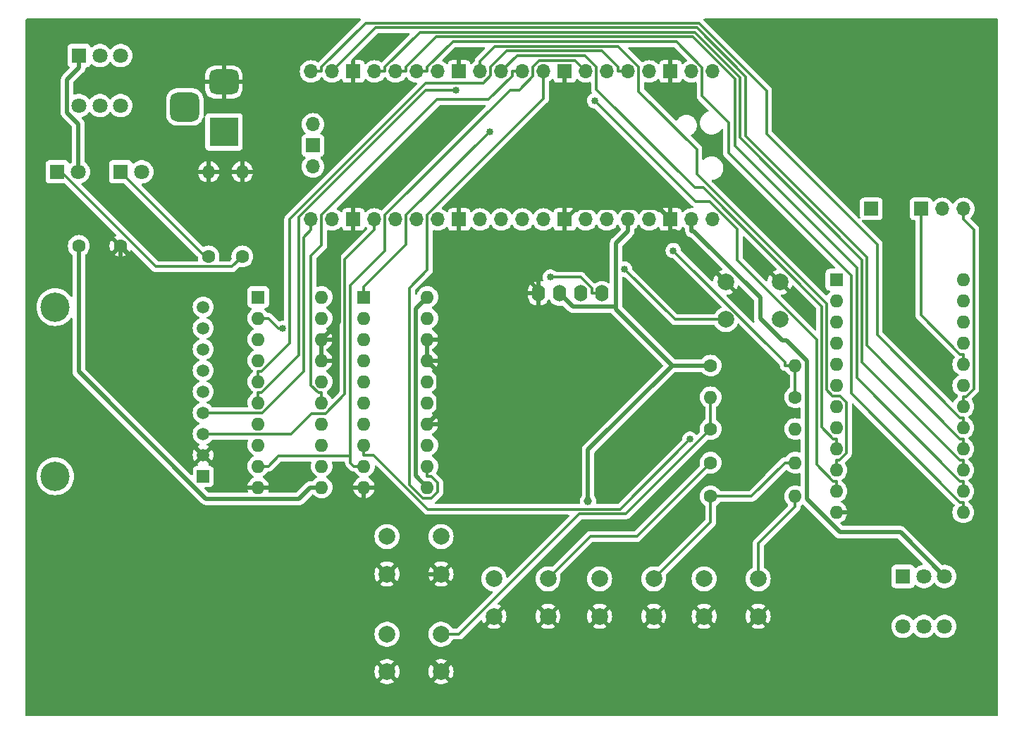
<source format=gbr>
%TF.GenerationSoftware,KiCad,Pcbnew,7.0.8*%
%TF.CreationDate,2023-12-16T16:38:21-08:00*%
%TF.ProjectId,PicoRAM2090,5069636f-5241-44d3-9230-39302e6b6963,rev?*%
%TF.SameCoordinates,Original*%
%TF.FileFunction,Copper,L2,Bot*%
%TF.FilePolarity,Positive*%
%FSLAX46Y46*%
G04 Gerber Fmt 4.6, Leading zero omitted, Abs format (unit mm)*
G04 Created by KiCad (PCBNEW 7.0.8) date 2023-12-16 16:38:21*
%MOMM*%
%LPD*%
G01*
G04 APERTURE LIST*
G04 Aperture macros list*
%AMRoundRect*
0 Rectangle with rounded corners*
0 $1 Rounding radius*
0 $2 $3 $4 $5 $6 $7 $8 $9 X,Y pos of 4 corners*
0 Add a 4 corners polygon primitive as box body*
4,1,4,$2,$3,$4,$5,$6,$7,$8,$9,$2,$3,0*
0 Add four circle primitives for the rounded corners*
1,1,$1+$1,$2,$3*
1,1,$1+$1,$4,$5*
1,1,$1+$1,$6,$7*
1,1,$1+$1,$8,$9*
0 Add four rect primitives between the rounded corners*
20,1,$1+$1,$2,$3,$4,$5,0*
20,1,$1+$1,$4,$5,$6,$7,0*
20,1,$1+$1,$6,$7,$8,$9,0*
20,1,$1+$1,$8,$9,$2,$3,0*%
G04 Aperture macros list end*
%TA.AperFunction,ComponentPad*%
%ADD10R,1.700000X1.700000*%
%TD*%
%TA.AperFunction,ComponentPad*%
%ADD11C,2.000000*%
%TD*%
%TA.AperFunction,ComponentPad*%
%ADD12O,1.700000X1.700000*%
%TD*%
%TA.AperFunction,ComponentPad*%
%ADD13R,1.600000X1.600000*%
%TD*%
%TA.AperFunction,ComponentPad*%
%ADD14O,1.600000X1.600000*%
%TD*%
%TA.AperFunction,ComponentPad*%
%ADD15O,1.600000X2.000000*%
%TD*%
%TA.AperFunction,ComponentPad*%
%ADD16R,1.800000X1.800000*%
%TD*%
%TA.AperFunction,ComponentPad*%
%ADD17C,1.800000*%
%TD*%
%TA.AperFunction,ComponentPad*%
%ADD18C,1.600000*%
%TD*%
%TA.AperFunction,ComponentPad*%
%ADD19R,1.508000X1.508000*%
%TD*%
%TA.AperFunction,ComponentPad*%
%ADD20C,1.508000*%
%TD*%
%TA.AperFunction,ComponentPad*%
%ADD21C,3.516000*%
%TD*%
%TA.AperFunction,ComponentPad*%
%ADD22R,3.500000X3.500000*%
%TD*%
%TA.AperFunction,ComponentPad*%
%ADD23RoundRect,0.750000X-1.000000X0.750000X-1.000000X-0.750000X1.000000X-0.750000X1.000000X0.750000X0*%
%TD*%
%TA.AperFunction,ComponentPad*%
%ADD24RoundRect,0.875000X-0.875000X0.875000X-0.875000X-0.875000X0.875000X-0.875000X0.875000X0.875000X0*%
%TD*%
%TA.AperFunction,ViaPad*%
%ADD25C,0.850000*%
%TD*%
%TA.AperFunction,ViaPad*%
%ADD26C,1.000000*%
%TD*%
%TA.AperFunction,Conductor*%
%ADD27C,0.300000*%
%TD*%
%TA.AperFunction,Conductor*%
%ADD28C,0.500000*%
%TD*%
G04 APERTURE END LIST*
D10*
%TO.P,J1,1,Pin_1*%
%TO.N,Net-(J1-Pin_1)*%
X195580000Y-88900000D03*
%TD*%
D11*
%TO.P,BACK1,1,1*%
%TO.N,GND*%
X156741000Y-137850000D03*
X150241000Y-137850000D03*
%TO.P,BACK1,2,2*%
%TO.N,Net-(BACK1-Pad2)*%
X156741000Y-133350000D03*
X150241000Y-133350000D03*
%TD*%
%TO.P,OK1,1,1*%
%TO.N,GND*%
X169441000Y-137850000D03*
X162941000Y-137850000D03*
%TO.P,OK1,2,2*%
%TO.N,Net-(OK1-Pad2)*%
X169441000Y-133350000D03*
X162941000Y-133350000D03*
%TD*%
D12*
%TO.P,U2,1,GPIO0*%
%TO.N,SEL1*%
X176530000Y-72390000D03*
%TO.P,U2,2,GPIO1*%
%TO.N,SEL2*%
X173990000Y-72390000D03*
D10*
%TO.P,U2,3,GND*%
%TO.N,GND*%
X171450000Y-72390000D03*
D12*
%TO.P,U2,4,GPIO2*%
%TO.N,/A06*%
X168910000Y-72390000D03*
%TO.P,U2,5,GPIO3*%
%TO.N,/A17*%
X166370000Y-72390000D03*
%TO.P,U2,6,GPIO4*%
%TO.N,/A28*%
X163830000Y-72390000D03*
%TO.P,U2,7,GPIO5*%
%TO.N,/A39*%
X161290000Y-72390000D03*
D10*
%TO.P,U2,8,GND*%
%TO.N,GND*%
X158750000Y-72390000D03*
D12*
%TO.P,U2,9,GPIO6*%
%TO.N,/A410*%
X156210000Y-72390000D03*
%TO.P,U2,10,GPIO7*%
%TO.N,/A5*%
X153670000Y-72390000D03*
%TO.P,U2,11,GPIO8*%
%TO.N,/D0*%
X151130000Y-72390000D03*
%TO.P,U2,12,GPIO9*%
%TO.N,/D1*%
X148590000Y-72390000D03*
D10*
%TO.P,U2,13,GND*%
%TO.N,GND*%
X146050000Y-72390000D03*
D12*
%TO.P,U2,14,GPIO10*%
%TO.N,/D2*%
X143510000Y-72390000D03*
%TO.P,U2,15,GPIO11*%
%TO.N,/D3*%
X140970000Y-72390000D03*
%TO.P,U2,16,GPIO12*%
%TO.N,/D4*%
X138430000Y-72390000D03*
%TO.P,U2,17,GPIO13*%
%TO.N,/D5*%
X135890000Y-72390000D03*
D10*
%TO.P,U2,18,GND*%
%TO.N,GND*%
X133350000Y-72390000D03*
D12*
%TO.P,U2,19,GPIO14*%
%TO.N,/D6*%
X130810000Y-72390000D03*
%TO.P,U2,20,GPIO15*%
%TO.N,/D7*%
X128270000Y-72390000D03*
%TO.P,U2,21,GPIO16*%
%TO.N,SDO*%
X128270000Y-90170000D03*
%TO.P,U2,22,GPIO17*%
%TO.N,SDCS*%
X130810000Y-90170000D03*
D10*
%TO.P,U2,23,GND*%
%TO.N,GND*%
X133350000Y-90170000D03*
D12*
%TO.P,U2,24,GPIO18*%
%TO.N,SCK*%
X135890000Y-90170000D03*
%TO.P,U2,25,GPIO19*%
%TO.N,SDI*%
X138430000Y-90170000D03*
%TO.P,U2,26,GPIO20*%
%TO.N,SDA*%
X140970000Y-90170000D03*
%TO.P,U2,27,GPIO21*%
%TO.N,SCL*%
X143510000Y-90170000D03*
D10*
%TO.P,U2,28,GND*%
%TO.N,GND*%
X146050000Y-90170000D03*
D12*
%TO.P,U2,29,GPIO22*%
%TO.N,Net-(U1-~{WE})*%
X148590000Y-90170000D03*
%TO.P,U2,30,RUN*%
%TO.N,Net-(U2-RUN)*%
X151130000Y-90170000D03*
%TO.P,U2,31,GPIO26_ADC0*%
%TO.N,Net-(JP1-C)*%
X153670000Y-90170000D03*
%TO.P,U2,32,GPIO27_ADC1*%
%TO.N,Net-(U2-GPIO27_ADC1)*%
X156210000Y-90170000D03*
D10*
%TO.P,U2,33,AGND*%
%TO.N,GND*%
X158750000Y-90170000D03*
D12*
%TO.P,U2,34,GPIO28_ADC2*%
%TO.N,Net-(J1-Pin_1)*%
X161290000Y-90170000D03*
%TO.P,U2,35,ADC_VREF*%
%TO.N,unconnected-(U2-ADC_VREF-Pad35)*%
X163830000Y-90170000D03*
%TO.P,U2,36,3V3*%
%TO.N,3V*%
X166370000Y-90170000D03*
%TO.P,U2,37,3V3_EN*%
%TO.N,unconnected-(U2-3V3_EN-Pad37)*%
X168910000Y-90170000D03*
D10*
%TO.P,U2,38,GND*%
%TO.N,GND*%
X171450000Y-90170000D03*
D12*
%TO.P,U2,39,VSYS*%
%TO.N,VCC*%
X173990000Y-90170000D03*
%TO.P,U2,40,VBUS*%
%TO.N,unconnected-(U2-VBUS-Pad40)*%
X176530000Y-90170000D03*
%TO.P,U2,41,SWCLK*%
%TO.N,unconnected-(U2-SWCLK-Pad41)*%
X128500000Y-78740000D03*
D10*
%TO.P,U2,42,GND*%
%TO.N,unconnected-(U2-GND-Pad42)*%
X128500000Y-81280000D03*
D12*
%TO.P,U2,43,SWDIO*%
%TO.N,unconnected-(U2-SWDIO-Pad43)*%
X128500000Y-83820000D03*
%TD*%
D13*
%TO.P,U1,1,A7*%
%TO.N,/MA7*%
X191384000Y-97404000D03*
D14*
%TO.P,U1,2,A6*%
%TO.N,/MA6*%
X191384000Y-99944000D03*
%TO.P,U1,3,A5*%
%TO.N,/MA5*%
X191384000Y-102484000D03*
%TO.P,U1,4,A4*%
%TO.N,/MA4*%
X191384000Y-105024000D03*
%TO.P,U1,5,A3*%
%TO.N,/MA3*%
X191384000Y-107564000D03*
%TO.P,U1,6,A2*%
%TO.N,/MA2*%
X191384000Y-110104000D03*
%TO.P,U1,7,A1*%
%TO.N,/MA1*%
X191384000Y-112644000D03*
%TO.P,U1,8,A0*%
%TO.N,/MA0*%
X191384000Y-115184000D03*
%TO.P,U1,9,IO0*%
%TO.N,/D0*%
X191384000Y-117724000D03*
%TO.P,U1,10,IO1*%
%TO.N,/D1*%
X191384000Y-120264000D03*
%TO.P,U1,11,IO2*%
%TO.N,/D2*%
X191384000Y-122804000D03*
%TO.P,U1,12,GND*%
%TO.N,GND*%
X191384000Y-125344000D03*
%TO.P,U1,13,IO3*%
%TO.N,/D3*%
X206624000Y-125344000D03*
%TO.P,U1,14,IO4*%
%TO.N,/D4*%
X206624000Y-122804000D03*
%TO.P,U1,15,IO5*%
%TO.N,/D5*%
X206624000Y-120264000D03*
%TO.P,U1,16,IO6*%
%TO.N,/D6*%
X206624000Y-117724000D03*
%TO.P,U1,17,IO7*%
%TO.N,/D7*%
X206624000Y-115184000D03*
%TO.P,U1,18,~{CS}*%
%TO.N,Net-(JP1-B)*%
X206624000Y-112644000D03*
%TO.P,U1,19,A10*%
%TO.N,/MA10*%
X206624000Y-110104000D03*
%TO.P,U1,20,~{OE}*%
%TO.N,Net-(JP1-A)*%
X206624000Y-107564000D03*
%TO.P,U1,21,~{WE}*%
%TO.N,Net-(U1-~{WE})*%
X206624000Y-105024000D03*
%TO.P,U1,22,A9*%
%TO.N,/MA9*%
X206624000Y-102484000D03*
%TO.P,U1,23,A8*%
%TO.N,/MA8*%
X206624000Y-99944000D03*
%TO.P,U1,24,VCC*%
%TO.N,VCC1*%
X206624000Y-97404000D03*
%TD*%
D15*
%TO.P,Brd1,1,GND*%
%TO.N,GND*%
X155592000Y-99060000D03*
%TO.P,Brd1,2,VCC*%
%TO.N,3V*%
X158132000Y-99060000D03*
%TO.P,Brd1,3,SCL*%
%TO.N,SCL*%
X160672000Y-99060000D03*
%TO.P,Brd1,4,SDA*%
%TO.N,SDA*%
X163212000Y-99060000D03*
%TD*%
D16*
%TO.P,SW2,1,A*%
%TO.N,VCC1*%
X100410000Y-70485000D03*
D17*
%TO.P,SW2,2,B*%
%TO.N,Net-(SW1A-B)*%
X102910000Y-70485000D03*
%TO.P,SW2,3,C*%
%TO.N,EVCC*%
X105410000Y-70485000D03*
%TO.P,SW2,4*%
%TO.N,N/C*%
X100410000Y-76485000D03*
%TO.P,SW2,5*%
X102910000Y-76485000D03*
%TO.P,SW2,6*%
X105410000Y-76485000D03*
%TD*%
D18*
%TO.P,R1,1*%
%TO.N,3V*%
X176276000Y-107724000D03*
D14*
%TO.P,R1,2*%
%TO.N,Net-(U2-GPIO27_ADC1)*%
X186436000Y-107724000D03*
%TD*%
D18*
%TO.P,R8,1*%
%TO.N,Net-(D2-K)*%
X120015000Y-94615000D03*
D14*
%TO.P,R8,2*%
%TO.N,GND*%
X120015000Y-84455000D03*
%TD*%
D19*
%TO.P,U4,1,3V*%
%TO.N,3V*%
X115316000Y-121031000D03*
D20*
%TO.P,U4,2,GND*%
%TO.N,GND*%
X115316000Y-118491000D03*
%TO.P,U4,3,CLK*%
%TO.N,SCK*%
X115316000Y-115951000D03*
%TO.P,U4,4,D0/SO*%
%TO.N,SDO*%
X115316000Y-113411000D03*
%TO.P,U4,5,CMD/SI*%
%TO.N,SDI*%
X115316000Y-110871000D03*
%TO.P,U4,6,D3/CS*%
%TO.N,SDCS*%
X115316000Y-108331000D03*
%TO.P,U4,7,DAT1*%
%TO.N,unconnected-(U4-DAT1-Pad7)*%
X115316000Y-105791000D03*
%TO.P,U4,8,DAT2*%
%TO.N,unconnected-(U4-DAT2-Pad8)*%
X115316000Y-103251000D03*
%TO.P,U4,9,DET*%
%TO.N,unconnected-(U4-DET-Pad9)*%
X115316000Y-100711000D03*
D21*
%TO.P,U4,S1*%
%TO.N,N/C*%
X97536000Y-121031000D03*
%TO.P,U4,S2*%
X97536000Y-100711000D03*
%TD*%
D11*
%TO.P,UP1,1,1*%
%TO.N,GND*%
X143891000Y-132770000D03*
X137391000Y-132770000D03*
%TO.P,UP1,2,2*%
%TO.N,Net-(U2-GPIO27_ADC1)*%
X143891000Y-128270000D03*
X137391000Y-128270000D03*
%TD*%
D18*
%TO.P,C1,1*%
%TO.N,VCC*%
X100370000Y-93345000D03*
%TO.P,C1,2*%
%TO.N,GND*%
X105370000Y-93345000D03*
%TD*%
D11*
%TO.P,CANCEL1,1,1*%
%TO.N,GND*%
X181991000Y-137850000D03*
X175491000Y-137850000D03*
%TO.P,CANCEL1,2,2*%
%TO.N,Net-(CANCEL1-Pad2)*%
X181991000Y-133350000D03*
X175491000Y-133350000D03*
%TD*%
%TO.P,DOWN1,1,1*%
%TO.N,GND*%
X143891000Y-144490000D03*
X137391000Y-144490000D03*
%TO.P,DOWN1,2,2*%
%TO.N,Net-(DOWN1-Pad2)*%
X143891000Y-139990000D03*
X137391000Y-139990000D03*
%TD*%
D18*
%TO.P,R5,1*%
%TO.N,Net-(OK1-Pad2)*%
X176276000Y-123444000D03*
D14*
%TO.P,R5,2*%
%TO.N,Net-(CANCEL1-Pad2)*%
X186436000Y-123444000D03*
%TD*%
D18*
%TO.P,R4,1*%
%TO.N,Net-(BACK1-Pad2)*%
X176276000Y-119394000D03*
D14*
%TO.P,R4,2*%
%TO.N,Net-(OK1-Pad2)*%
X186436000Y-119394000D03*
%TD*%
D18*
%TO.P,R2,1*%
%TO.N,Net-(U2-GPIO27_ADC1)*%
X186436000Y-111534000D03*
D14*
%TO.P,R2,2*%
%TO.N,Net-(DOWN1-Pad2)*%
X176276000Y-111534000D03*
%TD*%
D22*
%TO.P,J3,1*%
%TO.N,EVCC*%
X117797500Y-79660000D03*
D23*
%TO.P,J3,2*%
%TO.N,GND*%
X117797500Y-73660000D03*
D24*
%TO.P,J3,3*%
%TO.N,N/C*%
X113097500Y-76660000D03*
%TD*%
D16*
%TO.P,SW1,1,A*%
%TO.N,unconnected-(SW1A-A-Pad1)*%
X199390000Y-133065000D03*
D17*
%TO.P,SW1,2,B*%
%TO.N,Net-(SW1A-B)*%
X201890000Y-133065000D03*
%TO.P,SW1,3,C*%
%TO.N,VCC*%
X204390000Y-133065000D03*
%TO.P,SW1,4*%
%TO.N,N/C*%
X199390000Y-139065000D03*
%TO.P,SW1,5*%
X201890000Y-139065000D03*
%TO.P,SW1,6*%
X204390000Y-139065000D03*
%TD*%
D10*
%TO.P,JP1,1,A*%
%TO.N,Net-(JP1-A)*%
X201549000Y-88900000D03*
D12*
%TO.P,JP1,2,C*%
%TO.N,Net-(JP1-C)*%
X204089000Y-88900000D03*
%TO.P,JP1,3,B*%
%TO.N,Net-(JP1-B)*%
X206629000Y-88900000D03*
%TD*%
D13*
%TO.P,U5,1,OE*%
%TO.N,SEL2*%
X134620000Y-99500000D03*
D14*
%TO.P,U5,2,O0*%
%TO.N,/A06*%
X134620000Y-102040000D03*
%TO.P,U5,3,D0*%
%TO.N,/MA6*%
X134620000Y-104580000D03*
%TO.P,U5,4,D1*%
%TO.N,/MA7*%
X134620000Y-107120000D03*
%TO.P,U5,5,O1*%
%TO.N,/A17*%
X134620000Y-109660000D03*
%TO.P,U5,6,O2*%
%TO.N,/A28*%
X134620000Y-112200000D03*
%TO.P,U5,7,D2*%
%TO.N,/MA8*%
X134620000Y-114740000D03*
%TO.P,U5,8,D3*%
%TO.N,/MA9*%
X134620000Y-117280000D03*
%TO.P,U5,9,O3*%
%TO.N,/A39*%
X134620000Y-119820000D03*
%TO.P,U5,10,GND*%
%TO.N,GND*%
X134620000Y-122360000D03*
%TO.P,U5,11,Cp*%
%TO.N,VCC*%
X142240000Y-122360000D03*
%TO.P,U5,12,O4*%
%TO.N,/A410*%
X142240000Y-119820000D03*
%TO.P,U5,13,D4*%
%TO.N,/MA10*%
X142240000Y-117280000D03*
%TO.P,U5,14,D5*%
%TO.N,GND*%
X142240000Y-114740000D03*
%TO.P,U5,15,O5*%
%TO.N,unconnected-(U5-O5-Pad15)*%
X142240000Y-112200000D03*
%TO.P,U5,16,O6*%
%TO.N,unconnected-(U5-O6-Pad16)*%
X142240000Y-109660000D03*
%TO.P,U5,17,D6*%
%TO.N,GND*%
X142240000Y-107120000D03*
%TO.P,U5,18,D7*%
X142240000Y-104580000D03*
%TO.P,U5,19,O7*%
%TO.N,unconnected-(U5-O7-Pad19)*%
X142240000Y-102040000D03*
%TO.P,U5,20,VCC*%
%TO.N,VCC*%
X142240000Y-99500000D03*
%TD*%
D18*
%TO.P,R3,1*%
%TO.N,Net-(DOWN1-Pad2)*%
X176276000Y-115344000D03*
D14*
%TO.P,R3,2*%
%TO.N,Net-(BACK1-Pad2)*%
X186436000Y-115344000D03*
%TD*%
D16*
%TO.P,D2,1,K*%
%TO.N,Net-(D2-K)*%
X97790000Y-84455000D03*
D17*
%TO.P,D2,2,A*%
%TO.N,VCC1*%
X100330000Y-84455000D03*
%TD*%
D13*
%TO.P,U3,1,OE*%
%TO.N,SEL1*%
X121920000Y-99500000D03*
D14*
%TO.P,U3,2,O0*%
%TO.N,/A06*%
X121920000Y-102040000D03*
%TO.P,U3,3,D0*%
%TO.N,/MA0*%
X121920000Y-104580000D03*
%TO.P,U3,4,D1*%
%TO.N,/MA1*%
X121920000Y-107120000D03*
%TO.P,U3,5,O1*%
%TO.N,/A17*%
X121920000Y-109660000D03*
%TO.P,U3,6,O2*%
%TO.N,/A28*%
X121920000Y-112200000D03*
%TO.P,U3,7,D2*%
%TO.N,/MA2*%
X121920000Y-114740000D03*
%TO.P,U3,8,D3*%
%TO.N,/MA3*%
X121920000Y-117280000D03*
%TO.P,U3,9,O3*%
%TO.N,/A39*%
X121920000Y-119820000D03*
%TO.P,U3,10,GND*%
%TO.N,GND*%
X121920000Y-122360000D03*
%TO.P,U3,11,Cp*%
%TO.N,VCC*%
X129540000Y-122360000D03*
%TO.P,U3,12,O4*%
%TO.N,/A410*%
X129540000Y-119820000D03*
%TO.P,U3,13,D4*%
%TO.N,/MA4*%
X129540000Y-117280000D03*
%TO.P,U3,14,D5*%
%TO.N,/MA5*%
X129540000Y-114740000D03*
%TO.P,U3,15,O5*%
%TO.N,/A5*%
X129540000Y-112200000D03*
%TO.P,U3,16,O6*%
%TO.N,unconnected-(U3-O6-Pad16)*%
X129540000Y-109660000D03*
%TO.P,U3,17,D6*%
%TO.N,GND*%
X129540000Y-107120000D03*
%TO.P,U3,18,D7*%
X129540000Y-104580000D03*
%TO.P,U3,19,O7*%
%TO.N,unconnected-(U3-O7-Pad19)*%
X129540000Y-102040000D03*
%TO.P,U3,20,VCC*%
%TO.N,VCC*%
X129540000Y-99500000D03*
%TD*%
D16*
%TO.P,D1,1,K*%
%TO.N,Net-(D1-K)*%
X105405000Y-84455000D03*
D17*
%TO.P,D1,2,A*%
%TO.N,EVCC*%
X107945000Y-84455000D03*
%TD*%
D18*
%TO.P,R7,1*%
%TO.N,Net-(D1-K)*%
X115965000Y-94615000D03*
D14*
%TO.P,R7,2*%
%TO.N,GND*%
X115965000Y-84455000D03*
%TD*%
D11*
%TO.P,RESET1,1,1*%
%TO.N,Net-(U2-RUN)*%
X184606000Y-102196000D03*
X178106000Y-102196000D03*
%TO.P,RESET1,2,2*%
%TO.N,GND*%
X184606000Y-97696000D03*
X178106000Y-97696000D03*
%TD*%
D25*
%TO.N,Net-(U2-RUN)*%
X165906400Y-96113200D03*
%TO.N,SEL2*%
X149770700Y-79599300D03*
%TO.N,/A28*%
X145722300Y-74669500D03*
%TO.N,/A06*%
X124882800Y-103274700D03*
%TO.N,/MA9*%
X173789000Y-116583200D03*
%TO.N,/D2*%
X162339100Y-75903500D03*
%TO.N,Net-(U2-GPIO27_ADC1)*%
X171796800Y-93904900D03*
D26*
%TO.N,3V*%
X161548000Y-124037700D03*
D25*
%TO.N,SDA*%
X157015900Y-97100700D03*
%TD*%
D27*
%TO.N,Net-(U2-RUN)*%
X171989200Y-102196000D02*
X165906400Y-96113200D01*
X178106000Y-102196000D02*
X171989200Y-102196000D01*
%TO.N,SDO*%
X127385900Y-92304400D02*
X128270000Y-91420300D01*
X127385900Y-108450600D02*
X127385900Y-92304400D01*
X122425500Y-113411000D02*
X127385900Y-108450600D01*
X115316000Y-113411000D02*
X122425500Y-113411000D01*
X128270000Y-90170000D02*
X128270000Y-91420300D01*
%TO.N,SCK*%
X132319100Y-94991200D02*
X135890000Y-91420300D01*
X132319100Y-111174800D02*
X132319100Y-94991200D01*
X130023900Y-113470000D02*
X132319100Y-111174800D01*
X128337600Y-113470000D02*
X130023900Y-113470000D01*
X125856600Y-115951000D02*
X128337600Y-113470000D01*
X115316000Y-115951000D02*
X125856600Y-115951000D01*
X135890000Y-90170000D02*
X135890000Y-91420300D01*
%TO.N,SEL2*%
X134620000Y-99500000D02*
X134620000Y-98299700D01*
X139700000Y-89670000D02*
X149770700Y-79599300D01*
X139700000Y-93219700D02*
X139700000Y-89670000D01*
X134620000Y-98299700D02*
X139700000Y-93219700D01*
D28*
%TO.N,VCC*%
X140840200Y-120960200D02*
X142240000Y-122360000D01*
X140840200Y-100899800D02*
X140840200Y-120960200D01*
X142240000Y-99500000D02*
X140840200Y-100899800D01*
X100370000Y-108444300D02*
X100370000Y-93345000D01*
X115661200Y-123735500D02*
X100370000Y-108444300D01*
X126814200Y-123735500D02*
X115661200Y-123735500D01*
X128189700Y-122360000D02*
X126814200Y-123735500D01*
X129540000Y-122360000D02*
X128189700Y-122360000D01*
X199069000Y-127744000D02*
X204390000Y-133065000D01*
X191818600Y-127744000D02*
X199069000Y-127744000D01*
X187821600Y-123747000D02*
X191818600Y-127744000D01*
X187821600Y-107115400D02*
X187821600Y-123747000D01*
X185408700Y-104702500D02*
X187821600Y-107115400D01*
X184859800Y-104702500D02*
X185408700Y-104702500D01*
X182229700Y-102072400D02*
X184859800Y-104702500D01*
X182229700Y-99547400D02*
X182229700Y-102072400D01*
X174252600Y-91570300D02*
X182229700Y-99547400D01*
X173990000Y-91570300D02*
X174252600Y-91570300D01*
X173990000Y-90170000D02*
X173990000Y-91570300D01*
D27*
%TO.N,/A5*%
X152419700Y-72908100D02*
X152419700Y-72390000D01*
X149542100Y-75785700D02*
X152419700Y-72908100D01*
X143416100Y-75785700D02*
X149542100Y-75785700D01*
X129540000Y-89661800D02*
X143416100Y-75785700D01*
X129540000Y-93296400D02*
X129540000Y-89661800D01*
X128267800Y-94568600D02*
X129540000Y-93296400D01*
X128267800Y-110102600D02*
X128267800Y-94568600D01*
X129164900Y-110999700D02*
X128267800Y-110102600D01*
X129540000Y-110999700D02*
X129164900Y-110999700D01*
X129540000Y-112200000D02*
X129540000Y-110999700D01*
X153670000Y-72390000D02*
X152419700Y-72390000D01*
%TO.N,/A410*%
X156210000Y-75634700D02*
X156210000Y-72390000D01*
X142240000Y-89604700D02*
X156210000Y-75634700D01*
X142240000Y-96260000D02*
X142240000Y-89604700D01*
X140106400Y-98393600D02*
X142240000Y-96260000D01*
X140106400Y-122014600D02*
X140106400Y-98393600D01*
X141714800Y-123623000D02*
X140106400Y-122014600D01*
X142759700Y-123623000D02*
X141714800Y-123623000D01*
X143508000Y-122874700D02*
X142759700Y-123623000D01*
X143508000Y-121838200D02*
X143508000Y-122874700D01*
X142690100Y-121020300D02*
X143508000Y-121838200D01*
X142240000Y-121020300D02*
X142690100Y-121020300D01*
X142240000Y-119820000D02*
X142240000Y-121020300D01*
%TO.N,/A39*%
X121920000Y-119820000D02*
X123120300Y-119820000D01*
X134620000Y-119820000D02*
X133419700Y-119820000D01*
X124320900Y-118619400D02*
X133006900Y-118619400D01*
X123120300Y-119820000D02*
X124320900Y-118619400D01*
X133006900Y-119407200D02*
X133006900Y-118619400D01*
X133419700Y-119820000D02*
X133006900Y-119407200D01*
X159989600Y-71089600D02*
X161290000Y-72390000D01*
X155705500Y-71089600D02*
X159989600Y-71089600D01*
X154940000Y-71855100D02*
X155705500Y-71089600D01*
X154940000Y-72938600D02*
X154940000Y-71855100D01*
X153262700Y-74615900D02*
X154940000Y-72938600D01*
X152186400Y-74615900D02*
X153262700Y-74615900D01*
X137160000Y-89642300D02*
X152186400Y-74615900D01*
X137160000Y-93961700D02*
X137160000Y-89642300D01*
X133006900Y-98114800D02*
X137160000Y-93961700D01*
X133006900Y-118619400D02*
X133006900Y-98114800D01*
%TO.N,/A28*%
X121920000Y-112200000D02*
X121920000Y-110999700D01*
X142002100Y-74669500D02*
X145722300Y-74669500D01*
X126808900Y-89862700D02*
X142002100Y-74669500D01*
X126808900Y-106485900D02*
X126808900Y-89862700D01*
X122295100Y-110999700D02*
X126808900Y-106485900D01*
X121920000Y-110999700D02*
X122295100Y-110999700D01*
%TO.N,/A17*%
X121920000Y-109660000D02*
X121920000Y-108459700D01*
X166370000Y-72390000D02*
X165119700Y-72390000D01*
X122295100Y-108459700D02*
X121920000Y-108459700D01*
X125708100Y-105046700D02*
X122295100Y-108459700D01*
X125708100Y-90154700D02*
X125708100Y-105046700D01*
X142053400Y-73809400D02*
X125708100Y-90154700D01*
X148957200Y-73809400D02*
X142053400Y-73809400D01*
X149860000Y-72906600D02*
X148957200Y-73809400D01*
X149860000Y-71890700D02*
X149860000Y-72906600D01*
X151806700Y-69944000D02*
X149860000Y-71890700D01*
X163191800Y-69944000D02*
X151806700Y-69944000D01*
X165119700Y-71871900D02*
X163191800Y-69944000D01*
X165119700Y-72390000D02*
X165119700Y-71871900D01*
%TO.N,/A06*%
X121920000Y-102040000D02*
X123120300Y-102040000D01*
X124355000Y-103274700D02*
X124882800Y-103274700D01*
X123120300Y-102040000D02*
X124355000Y-103274700D01*
D28*
%TO.N,VCC1*%
X98959700Y-73385600D02*
X100410000Y-71935300D01*
X98959700Y-77337000D02*
X98959700Y-73385600D01*
X100330000Y-78707300D02*
X98959700Y-77337000D01*
X100330000Y-84455000D02*
X100330000Y-78707300D01*
X100410000Y-70485000D02*
X100410000Y-71935300D01*
D27*
%TO.N,/MA9*%
X134620000Y-117280000D02*
X134620000Y-118480300D01*
X165384200Y-124988000D02*
X173789000Y-116583200D01*
X142301400Y-124988000D02*
X165384200Y-124988000D01*
X135793700Y-118480300D02*
X142301400Y-124988000D01*
X134620000Y-118480300D02*
X135793700Y-118480300D01*
%TO.N,Net-(JP1-A)*%
X206250900Y-106363700D02*
X206624000Y-106363700D01*
X201549000Y-101661800D02*
X206250900Y-106363700D01*
X201549000Y-88900000D02*
X201549000Y-101661800D01*
X206624000Y-107564000D02*
X206624000Y-106363700D01*
%TO.N,Net-(JP1-B)*%
X206997000Y-111443700D02*
X206624000Y-111443700D01*
X207880200Y-110560500D02*
X206997000Y-111443700D01*
X207880200Y-91401500D02*
X207880200Y-110560500D01*
X206629000Y-90150300D02*
X207880200Y-91401500D01*
X206629000Y-88900000D02*
X206629000Y-90150300D01*
X206624000Y-112644000D02*
X206624000Y-111443700D01*
%TO.N,/D7*%
X206624000Y-115184000D02*
X206624000Y-113983700D01*
X128270000Y-72390000D02*
X129520300Y-72390000D01*
X129520300Y-71871900D02*
X129520300Y-72390000D01*
X134803700Y-66588500D02*
X129520300Y-71871900D01*
X174872200Y-66588500D02*
X134803700Y-66588500D01*
X182980800Y-74697100D02*
X174872200Y-66588500D01*
X182980800Y-79883800D02*
X182980800Y-74697100D01*
X196279800Y-93182800D02*
X182980800Y-79883800D01*
X196279800Y-104014600D02*
X196279800Y-93182800D01*
X206248900Y-113983700D02*
X196279800Y-104014600D01*
X206624000Y-113983700D02*
X206248900Y-113983700D01*
%TO.N,/D6*%
X206624000Y-117724000D02*
X206624000Y-116523700D01*
X136061200Y-67138800D02*
X130810000Y-72390000D01*
X174607700Y-67138800D02*
X136061200Y-67138800D01*
X180487500Y-73018600D02*
X174607700Y-67138800D01*
X180487500Y-80121700D02*
X180487500Y-73018600D01*
X195040700Y-94674900D02*
X180487500Y-80121700D01*
X195040700Y-105313500D02*
X195040700Y-94674900D01*
X206250900Y-116523700D02*
X195040700Y-105313500D01*
X206624000Y-116523700D02*
X206250900Y-116523700D01*
%TO.N,/D5*%
X206624000Y-120264000D02*
X206624000Y-119063700D01*
X135890000Y-72390000D02*
X137140300Y-72390000D01*
X137140300Y-71871900D02*
X137140300Y-72390000D01*
X141323100Y-67689100D02*
X137140300Y-71871900D01*
X174379800Y-67689100D02*
X141323100Y-67689100D01*
X179776000Y-73085300D02*
X174379800Y-67689100D01*
X179776000Y-80302300D02*
X179776000Y-73085300D01*
X194490400Y-95016700D02*
X179776000Y-80302300D01*
X194490400Y-107305200D02*
X194490400Y-95016700D01*
X206248900Y-119063700D02*
X194490400Y-107305200D01*
X206624000Y-119063700D02*
X206248900Y-119063700D01*
%TO.N,/D4*%
X206624000Y-122804000D02*
X206624000Y-121603700D01*
X138430000Y-72390000D02*
X139680300Y-72390000D01*
X139680300Y-71871900D02*
X139680300Y-72390000D01*
X143312800Y-68239400D02*
X139680300Y-71871900D01*
X174151700Y-68239400D02*
X143312800Y-68239400D01*
X179225600Y-73313300D02*
X174151700Y-68239400D01*
X179225600Y-81308300D02*
X179225600Y-73313300D01*
X193859600Y-95942300D02*
X179225600Y-81308300D01*
X193859600Y-109214400D02*
X193859600Y-95942300D01*
X206248900Y-121603700D02*
X193859600Y-109214400D01*
X206624000Y-121603700D02*
X206248900Y-121603700D01*
%TO.N,/D3*%
X142220300Y-71871900D02*
X142220300Y-72390000D01*
X145302400Y-68789800D02*
X142220300Y-71871900D01*
X172158000Y-68789800D02*
X145302400Y-68789800D01*
X175260000Y-71891800D02*
X172158000Y-68789800D01*
X175260000Y-75352500D02*
X175260000Y-71891800D01*
X178422500Y-78515000D02*
X175260000Y-75352500D01*
X178422500Y-82202800D02*
X178422500Y-78515000D01*
X193141500Y-96921800D02*
X178422500Y-82202800D01*
X193141500Y-111036300D02*
X193141500Y-96921800D01*
X206248900Y-124143700D02*
X193141500Y-111036300D01*
X206624000Y-124143700D02*
X206248900Y-124143700D01*
X206624000Y-125344000D02*
X206624000Y-124143700D01*
X140970000Y-72390000D02*
X142220300Y-72390000D01*
%TO.N,/D2*%
X174444100Y-88008500D02*
X162339100Y-75903500D01*
X176137600Y-88008500D02*
X174444100Y-88008500D01*
X179485800Y-91356700D02*
X176137600Y-88008500D01*
X179485800Y-95071800D02*
X179485800Y-91356700D01*
X188997100Y-104583100D02*
X179485800Y-95071800D01*
X188997100Y-119591900D02*
X188997100Y-104583100D01*
X191008900Y-121603700D02*
X188997100Y-119591900D01*
X191384000Y-121603700D02*
X191008900Y-121603700D01*
X191384000Y-122804000D02*
X191384000Y-121603700D01*
%TO.N,/D1*%
X191384000Y-120264000D02*
X191384000Y-119063700D01*
X148590000Y-72390000D02*
X148590000Y-71139700D01*
X191759100Y-119063700D02*
X191384000Y-119063700D01*
X192606500Y-118216300D02*
X191759100Y-119063700D01*
X192606500Y-112165500D02*
X192606500Y-118216300D01*
X191815000Y-111374000D02*
X192606500Y-112165500D01*
X190904300Y-111374000D02*
X191815000Y-111374000D01*
X190183700Y-110653400D02*
X190904300Y-111374000D01*
X190183700Y-100282700D02*
X190183700Y-110653400D01*
X174615400Y-84714400D02*
X190183700Y-100282700D01*
X174615400Y-81747600D02*
X174615400Y-84714400D01*
X167640000Y-74772200D02*
X174615400Y-81747600D01*
X167640000Y-71822100D02*
X167640000Y-74772200D01*
X165187300Y-69369400D02*
X167640000Y-71822100D01*
X150360300Y-69369400D02*
X165187300Y-69369400D01*
X148590000Y-71139700D02*
X150360300Y-69369400D01*
%TO.N,/D0*%
X153025600Y-70494400D02*
X151130000Y-72390000D01*
X161163300Y-70494400D02*
X153025600Y-70494400D01*
X162560000Y-71891100D02*
X161163300Y-70494400D01*
X162560000Y-74550100D02*
X162560000Y-71891100D01*
X174361300Y-86351400D02*
X162560000Y-74550100D01*
X175387100Y-86351400D02*
X174361300Y-86351400D01*
X189633300Y-100597600D02*
X175387100Y-86351400D01*
X189633300Y-115148100D02*
X189633300Y-100597600D01*
X191008900Y-116523700D02*
X189633300Y-115148100D01*
X191384000Y-116523700D02*
X191008900Y-116523700D01*
X191384000Y-117724000D02*
X191384000Y-116523700D01*
%TO.N,Net-(D2-K)*%
X118795400Y-95834600D02*
X120015000Y-94615000D01*
X109627900Y-95834600D02*
X118795400Y-95834600D01*
X98248300Y-84455000D02*
X109627900Y-95834600D01*
X97790000Y-84455000D02*
X98248300Y-84455000D01*
%TO.N,Net-(D1-K)*%
X115565000Y-94615000D02*
X115965000Y-94615000D01*
X105405000Y-84455000D02*
X115565000Y-94615000D01*
%TO.N,Net-(CANCEL1-Pad2)*%
X181991000Y-129089300D02*
X181991000Y-133350000D01*
X186436000Y-124644300D02*
X181991000Y-129089300D01*
X186436000Y-123444000D02*
X186436000Y-124644300D01*
%TO.N,Net-(OK1-Pad2)*%
X186436000Y-119394000D02*
X185235700Y-119394000D01*
X181185700Y-123444000D02*
X176276000Y-123444000D01*
X185235700Y-119394000D02*
X181185700Y-123444000D01*
X176276000Y-126515000D02*
X169441000Y-133350000D01*
X176276000Y-123444000D02*
X176276000Y-126515000D01*
%TO.N,Net-(BACK1-Pad2)*%
X161829000Y-128262000D02*
X156741000Y-133350000D01*
X167408000Y-128262000D02*
X161829000Y-128262000D01*
X176276000Y-119394000D02*
X167408000Y-128262000D01*
%TO.N,Net-(DOWN1-Pad2)*%
X176276000Y-111534000D02*
X176276000Y-115344000D01*
X166081700Y-125538300D02*
X176276000Y-115344000D01*
X160501600Y-125538300D02*
X166081700Y-125538300D01*
X146049900Y-139990000D02*
X160501600Y-125538300D01*
X143891000Y-139990000D02*
X146049900Y-139990000D01*
%TO.N,Net-(U2-GPIO27_ADC1)*%
X186436000Y-111534000D02*
X186436000Y-107724000D01*
X186436000Y-107724000D02*
X185235700Y-107724000D01*
X185235700Y-107343800D02*
X171796800Y-93904900D01*
X185235700Y-107724000D02*
X185235700Y-107343800D01*
D28*
%TO.N,3V*%
X166370000Y-90170000D02*
X166370000Y-91570300D01*
X159699100Y-100627100D02*
X158132000Y-99060000D01*
X164921600Y-100627100D02*
X159699100Y-100627100D01*
X164921600Y-93018700D02*
X166370000Y-91570300D01*
X164921600Y-100627100D02*
X164921600Y-93018700D01*
X161548000Y-117842800D02*
X171666800Y-107724000D01*
X161548000Y-124037700D02*
X161548000Y-117842800D01*
X176276000Y-107724000D02*
X171666800Y-107724000D01*
X164921600Y-100978800D02*
X164921600Y-100627100D01*
X171666800Y-107724000D02*
X164921600Y-100978800D01*
%TO.N,GND*%
X171980300Y-91570300D02*
X178106000Y-97696000D01*
X171450000Y-91570300D02*
X171980300Y-91570300D01*
X171450000Y-90170000D02*
X171450000Y-91570300D01*
X143590300Y-108470300D02*
X142240000Y-107120000D01*
X143590300Y-113389700D02*
X143590300Y-108470300D01*
X142240000Y-114740000D02*
X143590300Y-113389700D01*
X133350000Y-90170000D02*
X133350000Y-91570300D01*
X129540000Y-104580000D02*
X129540000Y-107120000D01*
X150241000Y-137850000D02*
X143891000Y-144200000D01*
X143891000Y-144200000D02*
X143891000Y-144490000D01*
X105370000Y-108545000D02*
X105370000Y-93345000D01*
X115316000Y-118491000D02*
X105370000Y-108545000D01*
X142240000Y-104580000D02*
X142240000Y-107120000D01*
X131618700Y-102501300D02*
X129540000Y-104580000D01*
X131618700Y-93301600D02*
X131618700Y-102501300D01*
X133350000Y-91570300D02*
X131618700Y-93301600D01*
X155592000Y-99060000D02*
X155592000Y-98591300D01*
X146050000Y-90170000D02*
X146050000Y-91570300D01*
X142240000Y-104580000D02*
X143590300Y-104580000D01*
X151325000Y-96845300D02*
X143590300Y-104580000D01*
X146050000Y-91570300D02*
X151325000Y-96845300D01*
X151325000Y-96845300D02*
X153780300Y-96845300D01*
X155526300Y-98591300D02*
X153780300Y-96845300D01*
X155592000Y-98591300D02*
X155526300Y-98591300D01*
X153780300Y-96540000D02*
X158750000Y-91570300D01*
X153780300Y-96845300D02*
X153780300Y-96540000D01*
X158750000Y-90870100D02*
X158750000Y-90309500D01*
X158750000Y-90870100D02*
X158750000Y-91570300D01*
X158750000Y-90170000D02*
X158750000Y-90239700D01*
X158750000Y-90239700D02*
X158750000Y-90309500D01*
X160240300Y-75280600D02*
X160240300Y-88749400D01*
X158750000Y-73790300D02*
X160240300Y-75280600D01*
X158750000Y-90239700D02*
X160240300Y-88749400D01*
X170029400Y-88749400D02*
X171450000Y-90170000D01*
X160240300Y-88749400D02*
X170029400Y-88749400D01*
X158750000Y-72390000D02*
X158750000Y-73790300D01*
X141861900Y-142170900D02*
X139710100Y-142170900D01*
X143891000Y-144200000D02*
X141861900Y-142170900D01*
X139710100Y-142170900D02*
X137391000Y-144490000D01*
X134620000Y-129999000D02*
X137391000Y-132770000D01*
X134620000Y-122360000D02*
X134620000Y-129999000D01*
X142029200Y-132770000D02*
X139710100Y-135089100D01*
X143891000Y-132770000D02*
X142029200Y-132770000D01*
X137391000Y-132770000D02*
X139710100Y-135089100D01*
X139710100Y-135089100D02*
X139710100Y-142170900D01*
D27*
%TO.N,SDA*%
X160652500Y-97100700D02*
X157015900Y-97100700D01*
X162011700Y-98459900D02*
X160652500Y-97100700D01*
X162011700Y-99060000D02*
X162011700Y-98459900D01*
X163212000Y-99060000D02*
X162011700Y-99060000D01*
%TD*%
%TA.AperFunction,Conductor*%
%TO.N,GND*%
G36*
X134199430Y-66060185D02*
G01*
X134245185Y-66112989D01*
X134255129Y-66182147D01*
X134226104Y-66245703D01*
X134220072Y-66252181D01*
X129202827Y-71269425D01*
X129141504Y-71302910D01*
X129071812Y-71297926D01*
X129044023Y-71283319D01*
X128947834Y-71215968D01*
X128947830Y-71215965D01*
X128920500Y-71203221D01*
X128733663Y-71116097D01*
X128733659Y-71116096D01*
X128733655Y-71116094D01*
X128505413Y-71054938D01*
X128505403Y-71054936D01*
X128270001Y-71034341D01*
X128269999Y-71034341D01*
X128034596Y-71054936D01*
X128034586Y-71054938D01*
X127806344Y-71116094D01*
X127806335Y-71116098D01*
X127592171Y-71215964D01*
X127592169Y-71215965D01*
X127398597Y-71351505D01*
X127231505Y-71518597D01*
X127095965Y-71712169D01*
X127095964Y-71712171D01*
X126996098Y-71926335D01*
X126996094Y-71926344D01*
X126934938Y-72154586D01*
X126934936Y-72154596D01*
X126914341Y-72389999D01*
X126914341Y-72390000D01*
X126934936Y-72625403D01*
X126934938Y-72625413D01*
X126996094Y-72853655D01*
X126996096Y-72853659D01*
X126996097Y-72853663D01*
X127091633Y-73058541D01*
X127095965Y-73067830D01*
X127095967Y-73067834D01*
X127158150Y-73156640D01*
X127231505Y-73261401D01*
X127398599Y-73428495D01*
X127455528Y-73468357D01*
X127592165Y-73564032D01*
X127592167Y-73564033D01*
X127592170Y-73564035D01*
X127806337Y-73663903D01*
X127806343Y-73663904D01*
X127806344Y-73663905D01*
X127861285Y-73678626D01*
X128034592Y-73725063D01*
X128222918Y-73741539D01*
X128269999Y-73745659D01*
X128270000Y-73745659D01*
X128270001Y-73745659D01*
X128309234Y-73742226D01*
X128505408Y-73725063D01*
X128733663Y-73663903D01*
X128947830Y-73564035D01*
X129141401Y-73428495D01*
X129308495Y-73261401D01*
X129425369Y-73094486D01*
X129479943Y-73050864D01*
X129519152Y-73041858D01*
X129538804Y-73040621D01*
X129542682Y-73040500D01*
X129552278Y-73040500D01*
X129619317Y-73060185D01*
X129653853Y-73093377D01*
X129771500Y-73261395D01*
X129771505Y-73261401D01*
X129938599Y-73428495D01*
X129995528Y-73468357D01*
X130132165Y-73564032D01*
X130132167Y-73564033D01*
X130132170Y-73564035D01*
X130346337Y-73663903D01*
X130346343Y-73663904D01*
X130346344Y-73663905D01*
X130401285Y-73678626D01*
X130574592Y-73725063D01*
X130762918Y-73741539D01*
X130809999Y-73745659D01*
X130810000Y-73745659D01*
X130810001Y-73745659D01*
X130849234Y-73742226D01*
X131045408Y-73725063D01*
X131273663Y-73663903D01*
X131487830Y-73564035D01*
X131681401Y-73428495D01*
X131803717Y-73306178D01*
X131865036Y-73272696D01*
X131934728Y-73277680D01*
X131990662Y-73319551D01*
X132007577Y-73350528D01*
X132056646Y-73482088D01*
X132056649Y-73482093D01*
X132142809Y-73597187D01*
X132142812Y-73597190D01*
X132257906Y-73683350D01*
X132257913Y-73683354D01*
X132392620Y-73733596D01*
X132392627Y-73733598D01*
X132452155Y-73739999D01*
X132452172Y-73740000D01*
X133100000Y-73740000D01*
X133100000Y-72836494D01*
X133204839Y-72884373D01*
X133313527Y-72900000D01*
X133386473Y-72900000D01*
X133495161Y-72884373D01*
X133600000Y-72836494D01*
X133600000Y-73740000D01*
X134247828Y-73740000D01*
X134247844Y-73739999D01*
X134307372Y-73733598D01*
X134307379Y-73733596D01*
X134442086Y-73683354D01*
X134442093Y-73683350D01*
X134557187Y-73597190D01*
X134557190Y-73597187D01*
X134643350Y-73482093D01*
X134643354Y-73482086D01*
X134692422Y-73350529D01*
X134734293Y-73294595D01*
X134799757Y-73270178D01*
X134868030Y-73285030D01*
X134896285Y-73306181D01*
X135018599Y-73428495D01*
X135075528Y-73468357D01*
X135212165Y-73564032D01*
X135212167Y-73564033D01*
X135212170Y-73564035D01*
X135426337Y-73663903D01*
X135426343Y-73663904D01*
X135426344Y-73663905D01*
X135481285Y-73678626D01*
X135654592Y-73725063D01*
X135842918Y-73741539D01*
X135889999Y-73745659D01*
X135890000Y-73745659D01*
X135890001Y-73745659D01*
X135929234Y-73742226D01*
X136125408Y-73725063D01*
X136353663Y-73663903D01*
X136567830Y-73564035D01*
X136761401Y-73428495D01*
X136928495Y-73261401D01*
X137045369Y-73094486D01*
X137099943Y-73050864D01*
X137139152Y-73041858D01*
X137158804Y-73040621D01*
X137162682Y-73040500D01*
X137172278Y-73040500D01*
X137239317Y-73060185D01*
X137273853Y-73093377D01*
X137391500Y-73261395D01*
X137391505Y-73261401D01*
X137558599Y-73428495D01*
X137615528Y-73468357D01*
X137752165Y-73564032D01*
X137752167Y-73564033D01*
X137752170Y-73564035D01*
X137966337Y-73663903D01*
X137966343Y-73663904D01*
X137966344Y-73663905D01*
X138021285Y-73678626D01*
X138194592Y-73725063D01*
X138382918Y-73741539D01*
X138429999Y-73745659D01*
X138430000Y-73745659D01*
X138430001Y-73745659D01*
X138469234Y-73742226D01*
X138665408Y-73725063D01*
X138893663Y-73663903D01*
X139107830Y-73564035D01*
X139301401Y-73428495D01*
X139468495Y-73261401D01*
X139585369Y-73094486D01*
X139639943Y-73050864D01*
X139679152Y-73041858D01*
X139698804Y-73040621D01*
X139702682Y-73040500D01*
X139712278Y-73040500D01*
X139779317Y-73060185D01*
X139813853Y-73093377D01*
X139931500Y-73261395D01*
X139931505Y-73261401D01*
X140098599Y-73428495D01*
X140155528Y-73468357D01*
X140292165Y-73564032D01*
X140292167Y-73564033D01*
X140292170Y-73564035D01*
X140506337Y-73663903D01*
X140506343Y-73663904D01*
X140506344Y-73663905D01*
X140561285Y-73678626D01*
X140734592Y-73725063D01*
X140914010Y-73740760D01*
X140979078Y-73766212D01*
X141020057Y-73822803D01*
X141023935Y-73892565D01*
X140990883Y-73951969D01*
X125308583Y-89634269D01*
X125296010Y-89644343D01*
X125296165Y-89644530D01*
X125290159Y-89649498D01*
X125265623Y-89675627D01*
X125240909Y-89701944D01*
X125230049Y-89712804D01*
X125219188Y-89723665D01*
X125219178Y-89723677D01*
X125214687Y-89729465D01*
X125210901Y-89733897D01*
X125177652Y-89769306D01*
X125167422Y-89787913D01*
X125156746Y-89804164D01*
X125143740Y-89820932D01*
X125143736Y-89820938D01*
X125124448Y-89865511D01*
X125121877Y-89870758D01*
X125098472Y-89913330D01*
X125098472Y-89913331D01*
X125093191Y-89933899D01*
X125086891Y-89952301D01*
X125078464Y-89971773D01*
X125070866Y-90019747D01*
X125069681Y-90025470D01*
X125057600Y-90072518D01*
X125057600Y-90093744D01*
X125056073Y-90113143D01*
X125052753Y-90134105D01*
X125057325Y-90182467D01*
X125057600Y-90188306D01*
X125057600Y-102225200D01*
X125037915Y-102292239D01*
X124985111Y-102337994D01*
X124933600Y-102349200D01*
X124785526Y-102349200D01*
X124595230Y-102389648D01*
X124595229Y-102389648D01*
X124531003Y-102418243D01*
X124461753Y-102427526D01*
X124398477Y-102397896D01*
X124392889Y-102392643D01*
X123640734Y-101640488D01*
X123630661Y-101627914D01*
X123630474Y-101628070D01*
X123625501Y-101622059D01*
X123591346Y-101589985D01*
X123573055Y-101572809D01*
X123551335Y-101551089D01*
X123545535Y-101546589D01*
X123541098Y-101542799D01*
X123505696Y-101509554D01*
X123505688Y-101509548D01*
X123487092Y-101499325D01*
X123470831Y-101488644D01*
X123454063Y-101475637D01*
X123428317Y-101464496D01*
X123409478Y-101456343D01*
X123404256Y-101453786D01*
X123361668Y-101430373D01*
X123361665Y-101430372D01*
X123341101Y-101425092D01*
X123322696Y-101418790D01*
X123303227Y-101410365D01*
X123303221Y-101410363D01*
X123255251Y-101402766D01*
X123249536Y-101401582D01*
X123232798Y-101397285D01*
X123202480Y-101389500D01*
X123202477Y-101389500D01*
X123181255Y-101389500D01*
X123161855Y-101387973D01*
X123157385Y-101387265D01*
X123149595Y-101386031D01*
X123140896Y-101384653D01*
X123140890Y-101384652D01*
X123126305Y-101386031D01*
X123057711Y-101372740D01*
X123013065Y-101333704D01*
X122920046Y-101200859D01*
X122759143Y-101039956D01*
X122734536Y-101022726D01*
X122690912Y-100968149D01*
X122683719Y-100898650D01*
X122715241Y-100836296D01*
X122775471Y-100800882D01*
X122792404Y-100797861D01*
X122827483Y-100794091D01*
X122962331Y-100743796D01*
X123077546Y-100657546D01*
X123163796Y-100542331D01*
X123214091Y-100407483D01*
X123220500Y-100347873D01*
X123220499Y-98652128D01*
X123214091Y-98592517D01*
X123202566Y-98561618D01*
X123163797Y-98457671D01*
X123163793Y-98457664D01*
X123077547Y-98342455D01*
X123077544Y-98342452D01*
X122962335Y-98256206D01*
X122962328Y-98256202D01*
X122827482Y-98205908D01*
X122827483Y-98205908D01*
X122767883Y-98199501D01*
X122767881Y-98199500D01*
X122767873Y-98199500D01*
X122767864Y-98199500D01*
X121072129Y-98199500D01*
X121072123Y-98199501D01*
X121012516Y-98205908D01*
X120877671Y-98256202D01*
X120877664Y-98256206D01*
X120762455Y-98342452D01*
X120762452Y-98342455D01*
X120676206Y-98457664D01*
X120676202Y-98457671D01*
X120625908Y-98592517D01*
X120619501Y-98652116D01*
X120619501Y-98652123D01*
X120619500Y-98652135D01*
X120619500Y-100347870D01*
X120619501Y-100347876D01*
X120625908Y-100407483D01*
X120676202Y-100542328D01*
X120676206Y-100542335D01*
X120762452Y-100657544D01*
X120762455Y-100657547D01*
X120877664Y-100743793D01*
X120877671Y-100743797D01*
X120922618Y-100760561D01*
X121012517Y-100794091D01*
X121047596Y-100797862D01*
X121112144Y-100824599D01*
X121151993Y-100881991D01*
X121154488Y-100951816D01*
X121118836Y-101011905D01*
X121105464Y-101022725D01*
X121080858Y-101039954D01*
X120919954Y-101200858D01*
X120789432Y-101387265D01*
X120789431Y-101387267D01*
X120693261Y-101593502D01*
X120693258Y-101593511D01*
X120634366Y-101813302D01*
X120634364Y-101813313D01*
X120614532Y-102039998D01*
X120614532Y-102040001D01*
X120634364Y-102266686D01*
X120634366Y-102266697D01*
X120693258Y-102486488D01*
X120693261Y-102486497D01*
X120789431Y-102692732D01*
X120789432Y-102692734D01*
X120919954Y-102879141D01*
X121080858Y-103040045D01*
X121080861Y-103040047D01*
X121267266Y-103170568D01*
X121312796Y-103191799D01*
X121325275Y-103197618D01*
X121377714Y-103243791D01*
X121396866Y-103310984D01*
X121376650Y-103377865D01*
X121325275Y-103422382D01*
X121267267Y-103449431D01*
X121267265Y-103449432D01*
X121080858Y-103579954D01*
X120919954Y-103740858D01*
X120789432Y-103927265D01*
X120789431Y-103927267D01*
X120693261Y-104133502D01*
X120693258Y-104133511D01*
X120634366Y-104353302D01*
X120634364Y-104353313D01*
X120614532Y-104579998D01*
X120614532Y-104580001D01*
X120634364Y-104806686D01*
X120634366Y-104806697D01*
X120693258Y-105026488D01*
X120693261Y-105026497D01*
X120789431Y-105232732D01*
X120789432Y-105232734D01*
X120919954Y-105419141D01*
X121080858Y-105580045D01*
X121080861Y-105580047D01*
X121267266Y-105710568D01*
X121304705Y-105728026D01*
X121325275Y-105737618D01*
X121377714Y-105783791D01*
X121396866Y-105850984D01*
X121376650Y-105917865D01*
X121325275Y-105962382D01*
X121267267Y-105989431D01*
X121267265Y-105989432D01*
X121080858Y-106119954D01*
X120919954Y-106280858D01*
X120789432Y-106467265D01*
X120789431Y-106467267D01*
X120693261Y-106673502D01*
X120693258Y-106673511D01*
X120634366Y-106893302D01*
X120634364Y-106893313D01*
X120614532Y-107119998D01*
X120614532Y-107120001D01*
X120634364Y-107346686D01*
X120634366Y-107346697D01*
X120693258Y-107566488D01*
X120693261Y-107566497D01*
X120789431Y-107772732D01*
X120789432Y-107772734D01*
X120919954Y-107959141D01*
X121080858Y-108120045D01*
X121080861Y-108120047D01*
X121226454Y-108221991D01*
X121270079Y-108276567D01*
X121277273Y-108346066D01*
X121275436Y-108354402D01*
X121269500Y-108377521D01*
X121269500Y-108386489D01*
X121267304Y-108409720D01*
X121265624Y-108418526D01*
X121265624Y-108418530D01*
X121268006Y-108456406D01*
X121252569Y-108524549D01*
X121215375Y-108565765D01*
X121080856Y-108659956D01*
X120919954Y-108820858D01*
X120789432Y-109007265D01*
X120789431Y-109007267D01*
X120693261Y-109213502D01*
X120693258Y-109213511D01*
X120634366Y-109433302D01*
X120634364Y-109433313D01*
X120614532Y-109659998D01*
X120614532Y-109660001D01*
X120634364Y-109886686D01*
X120634366Y-109886697D01*
X120693258Y-110106488D01*
X120693261Y-110106497D01*
X120789431Y-110312732D01*
X120789432Y-110312734D01*
X120919954Y-110499141D01*
X121080858Y-110660045D01*
X121080861Y-110660047D01*
X121226454Y-110761991D01*
X121270079Y-110816567D01*
X121277273Y-110886066D01*
X121275436Y-110894402D01*
X121269500Y-110917521D01*
X121269500Y-110926489D01*
X121267304Y-110949720D01*
X121265624Y-110958526D01*
X121265624Y-110958530D01*
X121268006Y-110996406D01*
X121252569Y-111064549D01*
X121215375Y-111105765D01*
X121080856Y-111199956D01*
X120919954Y-111360858D01*
X120789432Y-111547265D01*
X120789431Y-111547267D01*
X120693261Y-111753502D01*
X120693258Y-111753511D01*
X120634366Y-111973302D01*
X120634364Y-111973313D01*
X120614532Y-112199998D01*
X120614532Y-112200001D01*
X120634364Y-112426686D01*
X120634366Y-112426697D01*
X120681983Y-112604407D01*
X120680320Y-112674257D01*
X120641157Y-112732119D01*
X120576929Y-112759623D01*
X120562208Y-112760500D01*
X116456528Y-112760500D01*
X116389489Y-112740815D01*
X116354953Y-112707624D01*
X116330562Y-112672790D01*
X116280674Y-112601543D01*
X116125457Y-112446326D01*
X116125455Y-112446325D01*
X116125452Y-112446322D01*
X115945650Y-112320423D01*
X115945642Y-112320419D01*
X115885497Y-112292373D01*
X115801878Y-112253381D01*
X115749439Y-112207210D01*
X115730287Y-112140017D01*
X115750502Y-112073136D01*
X115801879Y-112028618D01*
X115945646Y-111961579D01*
X116125457Y-111835674D01*
X116280674Y-111680457D01*
X116406579Y-111500646D01*
X116499347Y-111301703D01*
X116556161Y-111089674D01*
X116571790Y-110911025D01*
X116575292Y-110871002D01*
X116575292Y-110870997D01*
X116561226Y-110710224D01*
X116556161Y-110652326D01*
X116499347Y-110440297D01*
X116406579Y-110241354D01*
X116406577Y-110241351D01*
X116406576Y-110241349D01*
X116280677Y-110061547D01*
X116280672Y-110061541D01*
X116125458Y-109906327D01*
X116125452Y-109906322D01*
X115945650Y-109780423D01*
X115945642Y-109780419D01*
X115801879Y-109713382D01*
X115749439Y-109667210D01*
X115730287Y-109600017D01*
X115750502Y-109533136D01*
X115801879Y-109488618D01*
X115945646Y-109421579D01*
X116125457Y-109295674D01*
X116280674Y-109140457D01*
X116406579Y-108960646D01*
X116499347Y-108761703D01*
X116556161Y-108549674D01*
X116575292Y-108331000D01*
X116574661Y-108323791D01*
X116563554Y-108196830D01*
X116556161Y-108112326D01*
X116499347Y-107900297D01*
X116406579Y-107701354D01*
X116406577Y-107701351D01*
X116406576Y-107701349D01*
X116280677Y-107521547D01*
X116280672Y-107521541D01*
X116125458Y-107366327D01*
X116125452Y-107366322D01*
X115945650Y-107240423D01*
X115945642Y-107240419D01*
X115801879Y-107173382D01*
X115749439Y-107127210D01*
X115730287Y-107060017D01*
X115750502Y-106993136D01*
X115801879Y-106948618D01*
X115826406Y-106937181D01*
X115945646Y-106881579D01*
X116125457Y-106755674D01*
X116280674Y-106600457D01*
X116406579Y-106420646D01*
X116499347Y-106221703D01*
X116556161Y-106009674D01*
X116570509Y-105845668D01*
X116575292Y-105791002D01*
X116575292Y-105790997D01*
X116561226Y-105630224D01*
X116556161Y-105572326D01*
X116499347Y-105360297D01*
X116406579Y-105161354D01*
X116406577Y-105161351D01*
X116406576Y-105161349D01*
X116280677Y-104981547D01*
X116280672Y-104981541D01*
X116125458Y-104826327D01*
X116125452Y-104826322D01*
X115945650Y-104700423D01*
X115945642Y-104700419D01*
X115801879Y-104633382D01*
X115749439Y-104587210D01*
X115730287Y-104520017D01*
X115750502Y-104453136D01*
X115801879Y-104408618D01*
X115945646Y-104341579D01*
X116125457Y-104215674D01*
X116280674Y-104060457D01*
X116406579Y-103880646D01*
X116499347Y-103681703D01*
X116556161Y-103469674D01*
X116575292Y-103251000D01*
X116574661Y-103243791D01*
X116561226Y-103090224D01*
X116556161Y-103032326D01*
X116499347Y-102820297D01*
X116406579Y-102621354D01*
X116406577Y-102621351D01*
X116406576Y-102621349D01*
X116280677Y-102441547D01*
X116280672Y-102441541D01*
X116125458Y-102286327D01*
X116125452Y-102286322D01*
X115945650Y-102160423D01*
X115945642Y-102160419D01*
X115838881Y-102110636D01*
X115801878Y-102093381D01*
X115749439Y-102047210D01*
X115730287Y-101980017D01*
X115750502Y-101913136D01*
X115801879Y-101868618D01*
X115945646Y-101801579D01*
X116125457Y-101675674D01*
X116280674Y-101520457D01*
X116406579Y-101340646D01*
X116499347Y-101141703D01*
X116556161Y-100929674D01*
X116575292Y-100711000D01*
X116574516Y-100702135D01*
X116560825Y-100545635D01*
X116556161Y-100492326D01*
X116499347Y-100280297D01*
X116406579Y-100081354D01*
X116406577Y-100081351D01*
X116406576Y-100081349D01*
X116280677Y-99901547D01*
X116280672Y-99901541D01*
X116125458Y-99746327D01*
X116125452Y-99746322D01*
X115945650Y-99620423D01*
X115945642Y-99620419D01*
X115746708Y-99527655D01*
X115746706Y-99527654D01*
X115746703Y-99527653D01*
X115583130Y-99483823D01*
X115534675Y-99470839D01*
X115534668Y-99470838D01*
X115316002Y-99451708D01*
X115315998Y-99451708D01*
X115097331Y-99470838D01*
X115097324Y-99470839D01*
X114988494Y-99500001D01*
X114885297Y-99527653D01*
X114885295Y-99527653D01*
X114885291Y-99527655D01*
X114686357Y-99620419D01*
X114686349Y-99620423D01*
X114506547Y-99746322D01*
X114506541Y-99746327D01*
X114351327Y-99901541D01*
X114351322Y-99901547D01*
X114225423Y-100081349D01*
X114225419Y-100081357D01*
X114132655Y-100280291D01*
X114075839Y-100492324D01*
X114075838Y-100492331D01*
X114056708Y-100710997D01*
X114056708Y-100711002D01*
X114075838Y-100929668D01*
X114075839Y-100929675D01*
X114088131Y-100975549D01*
X114132653Y-101141703D01*
X114132654Y-101141706D01*
X114132655Y-101141708D01*
X114225419Y-101340642D01*
X114225423Y-101340650D01*
X114351322Y-101520452D01*
X114351327Y-101520458D01*
X114506541Y-101675672D01*
X114506547Y-101675677D01*
X114686349Y-101801576D01*
X114686351Y-101801577D01*
X114686354Y-101801579D01*
X114750021Y-101831267D01*
X114830120Y-101868618D01*
X114882560Y-101914790D01*
X114901712Y-101981983D01*
X114881496Y-102048865D01*
X114830120Y-102093382D01*
X114686357Y-102160419D01*
X114686349Y-102160423D01*
X114506547Y-102286322D01*
X114506541Y-102286327D01*
X114351327Y-102441541D01*
X114351322Y-102441547D01*
X114225423Y-102621349D01*
X114225419Y-102621357D01*
X114132655Y-102820291D01*
X114132653Y-102820295D01*
X114132653Y-102820297D01*
X114120357Y-102866185D01*
X114075839Y-103032324D01*
X114075838Y-103032331D01*
X114056708Y-103250997D01*
X114056708Y-103251002D01*
X114075192Y-103462286D01*
X114075839Y-103469674D01*
X114132653Y-103681703D01*
X114132654Y-103681706D01*
X114132655Y-103681708D01*
X114225419Y-103880642D01*
X114225423Y-103880650D01*
X114351322Y-104060452D01*
X114351327Y-104060458D01*
X114506541Y-104215672D01*
X114506547Y-104215677D01*
X114686349Y-104341576D01*
X114686351Y-104341577D01*
X114686354Y-104341579D01*
X114751880Y-104372134D01*
X114830120Y-104408618D01*
X114882560Y-104454790D01*
X114901712Y-104521983D01*
X114881496Y-104588865D01*
X114830120Y-104633382D01*
X114686357Y-104700419D01*
X114686349Y-104700423D01*
X114506547Y-104826322D01*
X114506541Y-104826327D01*
X114351327Y-104981541D01*
X114351322Y-104981547D01*
X114225423Y-105161349D01*
X114225419Y-105161357D01*
X114132655Y-105360291D01*
X114132653Y-105360295D01*
X114132653Y-105360297D01*
X114112559Y-105435288D01*
X114075839Y-105572324D01*
X114075838Y-105572331D01*
X114056708Y-105790997D01*
X114056708Y-105791002D01*
X114074105Y-105989864D01*
X114075839Y-106009674D01*
X114132653Y-106221703D01*
X114132654Y-106221706D01*
X114132655Y-106221708D01*
X114225419Y-106420642D01*
X114225423Y-106420650D01*
X114351322Y-106600452D01*
X114351327Y-106600458D01*
X114506541Y-106755672D01*
X114506547Y-106755677D01*
X114686349Y-106881576D01*
X114686351Y-106881577D01*
X114686354Y-106881579D01*
X114750021Y-106911267D01*
X114830120Y-106948618D01*
X114882560Y-106994790D01*
X114901712Y-107061983D01*
X114881496Y-107128865D01*
X114830120Y-107173382D01*
X114686357Y-107240419D01*
X114686349Y-107240423D01*
X114506547Y-107366322D01*
X114506541Y-107366327D01*
X114351327Y-107521541D01*
X114351322Y-107521547D01*
X114225423Y-107701349D01*
X114225419Y-107701357D01*
X114132655Y-107900291D01*
X114132653Y-107900295D01*
X114132653Y-107900297D01*
X114119148Y-107950697D01*
X114075839Y-108112324D01*
X114075838Y-108112331D01*
X114056708Y-108330997D01*
X114056708Y-108331002D01*
X114075838Y-108549668D01*
X114075839Y-108549675D01*
X114085761Y-108586703D01*
X114132653Y-108761703D01*
X114132654Y-108761706D01*
X114132655Y-108761708D01*
X114225419Y-108960642D01*
X114225423Y-108960650D01*
X114351322Y-109140452D01*
X114351327Y-109140458D01*
X114506541Y-109295672D01*
X114506547Y-109295677D01*
X114686349Y-109421576D01*
X114686351Y-109421577D01*
X114686354Y-109421579D01*
X114750021Y-109451267D01*
X114830120Y-109488618D01*
X114882560Y-109534790D01*
X114901712Y-109601983D01*
X114881496Y-109668865D01*
X114830120Y-109713382D01*
X114686357Y-109780419D01*
X114686349Y-109780423D01*
X114506547Y-109906322D01*
X114506541Y-109906327D01*
X114351327Y-110061541D01*
X114351322Y-110061547D01*
X114225423Y-110241349D01*
X114225419Y-110241357D01*
X114132655Y-110440291D01*
X114075839Y-110652324D01*
X114075838Y-110652331D01*
X114056708Y-110870997D01*
X114056708Y-110871002D01*
X114075838Y-111089668D01*
X114075839Y-111089675D01*
X114087385Y-111132765D01*
X114132653Y-111301703D01*
X114132654Y-111301706D01*
X114132655Y-111301708D01*
X114225419Y-111500642D01*
X114225423Y-111500650D01*
X114351322Y-111680452D01*
X114351327Y-111680458D01*
X114506541Y-111835672D01*
X114506547Y-111835677D01*
X114686349Y-111961576D01*
X114686351Y-111961577D01*
X114686354Y-111961579D01*
X114750021Y-111991267D01*
X114830120Y-112028618D01*
X114882560Y-112074790D01*
X114901712Y-112141983D01*
X114881496Y-112208865D01*
X114830120Y-112253382D01*
X114686357Y-112320419D01*
X114686349Y-112320423D01*
X114506547Y-112446322D01*
X114506541Y-112446327D01*
X114351327Y-112601541D01*
X114351322Y-112601547D01*
X114225423Y-112781349D01*
X114225419Y-112781357D01*
X114132655Y-112980291D01*
X114132653Y-112980295D01*
X114132653Y-112980297D01*
X114119477Y-113029470D01*
X114075839Y-113192324D01*
X114075838Y-113192331D01*
X114056708Y-113410997D01*
X114056708Y-113411002D01*
X114074067Y-113609429D01*
X114075839Y-113629674D01*
X114132653Y-113841703D01*
X114132654Y-113841706D01*
X114132655Y-113841708D01*
X114225419Y-114040642D01*
X114225423Y-114040650D01*
X114351322Y-114220452D01*
X114351327Y-114220458D01*
X114506541Y-114375672D01*
X114506547Y-114375677D01*
X114686349Y-114501576D01*
X114686351Y-114501577D01*
X114686354Y-114501579D01*
X114750021Y-114531267D01*
X114830120Y-114568618D01*
X114882560Y-114614790D01*
X114901712Y-114681983D01*
X114881496Y-114748865D01*
X114830120Y-114793382D01*
X114686357Y-114860419D01*
X114686349Y-114860423D01*
X114506547Y-114986322D01*
X114506541Y-114986327D01*
X114351327Y-115141541D01*
X114351322Y-115141547D01*
X114225423Y-115321349D01*
X114225419Y-115321357D01*
X114132655Y-115520291D01*
X114132653Y-115520295D01*
X114132653Y-115520297D01*
X114119148Y-115570697D01*
X114075839Y-115732324D01*
X114075838Y-115732331D01*
X114056708Y-115950997D01*
X114056708Y-115951002D01*
X114075838Y-116169668D01*
X114075839Y-116169675D01*
X114079690Y-116184045D01*
X114132653Y-116381703D01*
X114132654Y-116381706D01*
X114132655Y-116381708D01*
X114225419Y-116580642D01*
X114225423Y-116580650D01*
X114351322Y-116760452D01*
X114351327Y-116760458D01*
X114506541Y-116915672D01*
X114506547Y-116915677D01*
X114686349Y-117041576D01*
X114686351Y-117041577D01*
X114686354Y-117041579D01*
X114750021Y-117071267D01*
X114830710Y-117108893D01*
X114883150Y-117155065D01*
X114902302Y-117222258D01*
X114882086Y-117289140D01*
X114830712Y-117333657D01*
X114686600Y-117400858D01*
X114623555Y-117445001D01*
X115183467Y-118004913D01*
X115173685Y-118006320D01*
X115042900Y-118066048D01*
X114934239Y-118160202D01*
X114856507Y-118281156D01*
X114832922Y-118361476D01*
X114270001Y-117798555D01*
X114225857Y-117861602D01*
X114133124Y-118060466D01*
X114133121Y-118060475D01*
X114076335Y-118272407D01*
X114076333Y-118272417D01*
X114057210Y-118490999D01*
X114057210Y-118491000D01*
X114076333Y-118709582D01*
X114076335Y-118709592D01*
X114133121Y-118921524D01*
X114133124Y-118921533D01*
X114225855Y-119120393D01*
X114225856Y-119120395D01*
X114270002Y-119183442D01*
X114270003Y-119183443D01*
X114832922Y-118620523D01*
X114856507Y-118700844D01*
X114934239Y-118821798D01*
X115042900Y-118915952D01*
X115173685Y-118975680D01*
X115183466Y-118977086D01*
X114623556Y-119536995D01*
X114643448Y-119550924D01*
X114687074Y-119605500D01*
X114694268Y-119674999D01*
X114662746Y-119737354D01*
X114602517Y-119772768D01*
X114572328Y-119776500D01*
X114514130Y-119776500D01*
X114514123Y-119776501D01*
X114454516Y-119782908D01*
X114319671Y-119833202D01*
X114319664Y-119833206D01*
X114204455Y-119919452D01*
X114204452Y-119919455D01*
X114118206Y-120034664D01*
X114118202Y-120034671D01*
X114067908Y-120169517D01*
X114062534Y-120219510D01*
X114061501Y-120229123D01*
X114061500Y-120229135D01*
X114061500Y-120775070D01*
X114041815Y-120842109D01*
X113989011Y-120887864D01*
X113919853Y-120897808D01*
X113856297Y-120868783D01*
X113849819Y-120862751D01*
X101156819Y-108169751D01*
X101123334Y-108108428D01*
X101120500Y-108082070D01*
X101120500Y-94471662D01*
X101140185Y-94404623D01*
X101173379Y-94370086D01*
X101209140Y-94345046D01*
X101370045Y-94184141D01*
X101370047Y-94184139D01*
X101500568Y-93997734D01*
X101596739Y-93791496D01*
X101655635Y-93571692D01*
X101675468Y-93345000D01*
X101655635Y-93118308D01*
X101607361Y-92938147D01*
X101596741Y-92898511D01*
X101596738Y-92898502D01*
X101538751Y-92774150D01*
X101500568Y-92692266D01*
X101370047Y-92505861D01*
X101370045Y-92505858D01*
X101209141Y-92344954D01*
X101022734Y-92214432D01*
X101022732Y-92214431D01*
X100816497Y-92118261D01*
X100816488Y-92118258D01*
X100596697Y-92059366D01*
X100596693Y-92059365D01*
X100596692Y-92059365D01*
X100596691Y-92059364D01*
X100596686Y-92059364D01*
X100370002Y-92039532D01*
X100369998Y-92039532D01*
X100143313Y-92059364D01*
X100143302Y-92059366D01*
X99923511Y-92118258D01*
X99923502Y-92118261D01*
X99717267Y-92214431D01*
X99717265Y-92214432D01*
X99530858Y-92344954D01*
X99369954Y-92505858D01*
X99239432Y-92692265D01*
X99239431Y-92692267D01*
X99143261Y-92898502D01*
X99143258Y-92898511D01*
X99084366Y-93118302D01*
X99084364Y-93118313D01*
X99064532Y-93344998D01*
X99064532Y-93345001D01*
X99084364Y-93571686D01*
X99084366Y-93571697D01*
X99143258Y-93791488D01*
X99143261Y-93791497D01*
X99239431Y-93997732D01*
X99239432Y-93997734D01*
X99369954Y-94184141D01*
X99530859Y-94345046D01*
X99566621Y-94370086D01*
X99610247Y-94424662D01*
X99619500Y-94471662D01*
X99619500Y-99355212D01*
X99599815Y-99422251D01*
X99547011Y-99468006D01*
X99477853Y-99477950D01*
X99414297Y-99448925D01*
X99392398Y-99424103D01*
X99370144Y-99390798D01*
X99331633Y-99333162D01*
X99273730Y-99267136D01*
X99136427Y-99110572D01*
X98913839Y-98915368D01*
X98824713Y-98855816D01*
X98756145Y-98810000D01*
X98667678Y-98750888D01*
X98667663Y-98750879D01*
X98402147Y-98619941D01*
X98402137Y-98619937D01*
X98121809Y-98524779D01*
X98121789Y-98524774D01*
X97831436Y-98467018D01*
X97831427Y-98467017D01*
X97831426Y-98467017D01*
X97536000Y-98447654D01*
X97240574Y-98467017D01*
X97240573Y-98467017D01*
X97240563Y-98467018D01*
X96950210Y-98524774D01*
X96950190Y-98524779D01*
X96669862Y-98619937D01*
X96669852Y-98619941D01*
X96404336Y-98750879D01*
X96404321Y-98750888D01*
X96158160Y-98915368D01*
X95935572Y-99110572D01*
X95740368Y-99333160D01*
X95575888Y-99579321D01*
X95575879Y-99579336D01*
X95444941Y-99844852D01*
X95444937Y-99844862D01*
X95349779Y-100125190D01*
X95349774Y-100125210D01*
X95292018Y-100415563D01*
X95292017Y-100415573D01*
X95292017Y-100415574D01*
X95272654Y-100711000D01*
X95289413Y-100966703D01*
X95292017Y-101006424D01*
X95292018Y-101006436D01*
X95349774Y-101296789D01*
X95349779Y-101296809D01*
X95444937Y-101577137D01*
X95444941Y-101577147D01*
X95575879Y-101842663D01*
X95575885Y-101842673D01*
X95738185Y-102085573D01*
X95740368Y-102088839D01*
X95935572Y-102311427D01*
X96049703Y-102411517D01*
X96158162Y-102506633D01*
X96404327Y-102671115D01*
X96404330Y-102671116D01*
X96404336Y-102671120D01*
X96669852Y-102802058D01*
X96669862Y-102802062D01*
X96950190Y-102897220D01*
X96950194Y-102897221D01*
X96950203Y-102897224D01*
X97117431Y-102930488D01*
X97240563Y-102954981D01*
X97240564Y-102954981D01*
X97240574Y-102954983D01*
X97536000Y-102974346D01*
X97831426Y-102954983D01*
X98121797Y-102897224D01*
X98191356Y-102873612D01*
X98402137Y-102802062D01*
X98402147Y-102802058D01*
X98667663Y-102671120D01*
X98667663Y-102671119D01*
X98667673Y-102671115D01*
X98913838Y-102506633D01*
X99136427Y-102311427D01*
X99331633Y-102088838D01*
X99392398Y-101997895D01*
X99446010Y-101953091D01*
X99515334Y-101944384D01*
X99578362Y-101974538D01*
X99615082Y-102033981D01*
X99619500Y-102066787D01*
X99619500Y-108380594D01*
X99618191Y-108398563D01*
X99614710Y-108422325D01*
X99619264Y-108474364D01*
X99619500Y-108479770D01*
X99619500Y-108488009D01*
X99623306Y-108520574D01*
X99630000Y-108597091D01*
X99631461Y-108604167D01*
X99631403Y-108604178D01*
X99633034Y-108611537D01*
X99633092Y-108611524D01*
X99634757Y-108618550D01*
X99661025Y-108690724D01*
X99685185Y-108763631D01*
X99688236Y-108770174D01*
X99688182Y-108770198D01*
X99691470Y-108776988D01*
X99691521Y-108776963D01*
X99694761Y-108783413D01*
X99694762Y-108783414D01*
X99694763Y-108783417D01*
X99728679Y-108834984D01*
X99736965Y-108847583D01*
X99777287Y-108912955D01*
X99781766Y-108918619D01*
X99781719Y-108918656D01*
X99786482Y-108924502D01*
X99786528Y-108924464D01*
X99791173Y-108930000D01*
X99823657Y-108960646D01*
X99847018Y-108982686D01*
X107468092Y-116603760D01*
X115085467Y-124221134D01*
X115097248Y-124234766D01*
X115111590Y-124254030D01*
X115151620Y-124287619D01*
X115155592Y-124291259D01*
X115161423Y-124297090D01*
X115183227Y-124314330D01*
X115187139Y-124317423D01*
X115211065Y-124337500D01*
X115245986Y-124366802D01*
X115245988Y-124366803D01*
X115252023Y-124370772D01*
X115251989Y-124370822D01*
X115258344Y-124374870D01*
X115258377Y-124374818D01*
X115264519Y-124378607D01*
X115264523Y-124378610D01*
X115294038Y-124392373D01*
X115334114Y-124411061D01*
X115402758Y-124445536D01*
X115402761Y-124445537D01*
X115402767Y-124445540D01*
X115402772Y-124445541D01*
X115409555Y-124448010D01*
X115409534Y-124448067D01*
X115416651Y-124450540D01*
X115416670Y-124450484D01*
X115423530Y-124452757D01*
X115498732Y-124468284D01*
X115573479Y-124486000D01*
X115573488Y-124486000D01*
X115580652Y-124486838D01*
X115580645Y-124486897D01*
X115588146Y-124487663D01*
X115588152Y-124487604D01*
X115595340Y-124488233D01*
X115595343Y-124488232D01*
X115595344Y-124488233D01*
X115672098Y-124486000D01*
X126750495Y-124486000D01*
X126768465Y-124487309D01*
X126792223Y-124490789D01*
X126844268Y-124486235D01*
X126849670Y-124486000D01*
X126857904Y-124486000D01*
X126857909Y-124486000D01*
X126869527Y-124484641D01*
X126890476Y-124482193D01*
X126903228Y-124481077D01*
X126966997Y-124475499D01*
X126967005Y-124475496D01*
X126974066Y-124474039D01*
X126974078Y-124474098D01*
X126981443Y-124472465D01*
X126981429Y-124472406D01*
X126988446Y-124470741D01*
X126988455Y-124470741D01*
X127060623Y-124444474D01*
X127133534Y-124420314D01*
X127133543Y-124420307D01*
X127140082Y-124417260D01*
X127140108Y-124417316D01*
X127146890Y-124414032D01*
X127146863Y-124413978D01*
X127153306Y-124410740D01*
X127153317Y-124410737D01*
X127217483Y-124368534D01*
X127282856Y-124328212D01*
X127282862Y-124328205D01*
X127288525Y-124323729D01*
X127288563Y-124323777D01*
X127294400Y-124319022D01*
X127294361Y-124318975D01*
X127299896Y-124314330D01*
X127352585Y-124258483D01*
X128388259Y-123222808D01*
X128449582Y-123189323D01*
X128519274Y-123194307D01*
X128563621Y-123222808D01*
X128700858Y-123360045D01*
X128700861Y-123360047D01*
X128887266Y-123490568D01*
X129093504Y-123586739D01*
X129313308Y-123645635D01*
X129475230Y-123659801D01*
X129539998Y-123665468D01*
X129540000Y-123665468D01*
X129540002Y-123665468D01*
X129596673Y-123660509D01*
X129766692Y-123645635D01*
X129986496Y-123586739D01*
X130192734Y-123490568D01*
X130379139Y-123360047D01*
X130540047Y-123199139D01*
X130670568Y-123012734D01*
X130766739Y-122806496D01*
X130825635Y-122586692D01*
X130845468Y-122360000D01*
X130845249Y-122357502D01*
X130838343Y-122278562D01*
X130825635Y-122133308D01*
X130769471Y-121923701D01*
X130766741Y-121913511D01*
X130766738Y-121913502D01*
X130760397Y-121899903D01*
X130670568Y-121707266D01*
X130540047Y-121520861D01*
X130540045Y-121520858D01*
X130379141Y-121359954D01*
X130192734Y-121229432D01*
X130192728Y-121229429D01*
X130134725Y-121202382D01*
X130082285Y-121156210D01*
X130063133Y-121089017D01*
X130083348Y-121022135D01*
X130134725Y-120977618D01*
X130192734Y-120950568D01*
X130379139Y-120820047D01*
X130540047Y-120659139D01*
X130670568Y-120472734D01*
X130766739Y-120266496D01*
X130825635Y-120046692D01*
X130845468Y-119820000D01*
X130845249Y-119817502D01*
X130836988Y-119723071D01*
X130825635Y-119593308D01*
X130803251Y-119509769D01*
X130780804Y-119425993D01*
X130782467Y-119356143D01*
X130821630Y-119298281D01*
X130885859Y-119270777D01*
X130900579Y-119269900D01*
X132231600Y-119269900D01*
X132298639Y-119289585D01*
X132344394Y-119342389D01*
X132355538Y-119390003D01*
X132356009Y-119404970D01*
X132356400Y-119417403D01*
X132356400Y-119448120D01*
X132356401Y-119448140D01*
X132357318Y-119455406D01*
X132357776Y-119461224D01*
X132359302Y-119509767D01*
X132359303Y-119509770D01*
X132365223Y-119530148D01*
X132369168Y-119549196D01*
X132371828Y-119570254D01*
X132371831Y-119570264D01*
X132389713Y-119615430D01*
X132391605Y-119620958D01*
X132405154Y-119667595D01*
X132405155Y-119667597D01*
X132415960Y-119685866D01*
X132424517Y-119703334D01*
X132428757Y-119714041D01*
X132432332Y-119723072D01*
X132460883Y-119762370D01*
X132464088Y-119767249D01*
X132488819Y-119809065D01*
X132488823Y-119809069D01*
X132503825Y-119824071D01*
X132516463Y-119838869D01*
X132528933Y-119856033D01*
X132528936Y-119856036D01*
X132528937Y-119856037D01*
X132566376Y-119887009D01*
X132570676Y-119890922D01*
X132766600Y-120086846D01*
X132899264Y-120219510D01*
X132909335Y-120232080D01*
X132909522Y-120231926D01*
X132914496Y-120237937D01*
X132914498Y-120237940D01*
X132933953Y-120256209D01*
X132966943Y-120287190D01*
X132988667Y-120308913D01*
X132994457Y-120313405D01*
X132998897Y-120317197D01*
X133028198Y-120344711D01*
X133034307Y-120350448D01*
X133034309Y-120350449D01*
X133052905Y-120360672D01*
X133069170Y-120371357D01*
X133085932Y-120384360D01*
X133085935Y-120384361D01*
X133085936Y-120384362D01*
X133130523Y-120403656D01*
X133135759Y-120406221D01*
X133178332Y-120429627D01*
X133194040Y-120433659D01*
X133198886Y-120434904D01*
X133217298Y-120441207D01*
X133236773Y-120449635D01*
X133284771Y-120457237D01*
X133290440Y-120458411D01*
X133337523Y-120470500D01*
X133358751Y-120470500D01*
X133378148Y-120472026D01*
X133399105Y-120475346D01*
X133413689Y-120473967D01*
X133482283Y-120487255D01*
X133526934Y-120526294D01*
X133619953Y-120659140D01*
X133780858Y-120820045D01*
X133780861Y-120820047D01*
X133967266Y-120950568D01*
X134025865Y-120977893D01*
X134078305Y-121024065D01*
X134097457Y-121091258D01*
X134077242Y-121158139D01*
X134025867Y-121202657D01*
X133967515Y-121229867D01*
X133781179Y-121360342D01*
X133620342Y-121521179D01*
X133489865Y-121707517D01*
X133393734Y-121913673D01*
X133393730Y-121913682D01*
X133341127Y-122109999D01*
X133341128Y-122110000D01*
X134304314Y-122110000D01*
X134292359Y-122121955D01*
X134234835Y-122234852D01*
X134215014Y-122360000D01*
X134234835Y-122485148D01*
X134292359Y-122598045D01*
X134304314Y-122610000D01*
X133341128Y-122610000D01*
X133393730Y-122806317D01*
X133393734Y-122806326D01*
X133489865Y-123012482D01*
X133620342Y-123198820D01*
X133781179Y-123359657D01*
X133967517Y-123490134D01*
X134173673Y-123586265D01*
X134173682Y-123586269D01*
X134369999Y-123638872D01*
X134370000Y-123638871D01*
X134370000Y-122675686D01*
X134381955Y-122687641D01*
X134494852Y-122745165D01*
X134588519Y-122760000D01*
X134651481Y-122760000D01*
X134745148Y-122745165D01*
X134858045Y-122687641D01*
X134870000Y-122675686D01*
X134870000Y-123638872D01*
X135066317Y-123586269D01*
X135066326Y-123586265D01*
X135272482Y-123490134D01*
X135458820Y-123359657D01*
X135619657Y-123198820D01*
X135750134Y-123012482D01*
X135846265Y-122806326D01*
X135846269Y-122806317D01*
X135898872Y-122610000D01*
X134935686Y-122610000D01*
X134947641Y-122598045D01*
X135005165Y-122485148D01*
X135024986Y-122360000D01*
X135005165Y-122234852D01*
X134947641Y-122121955D01*
X134935686Y-122110000D01*
X135898872Y-122110000D01*
X135898872Y-122109999D01*
X135846269Y-121913682D01*
X135846265Y-121913673D01*
X135750134Y-121707517D01*
X135619657Y-121521179D01*
X135458820Y-121360342D01*
X135272482Y-121229865D01*
X135214133Y-121202657D01*
X135161694Y-121156484D01*
X135142542Y-121089291D01*
X135162758Y-121022410D01*
X135214129Y-120977895D01*
X135272734Y-120950568D01*
X135459139Y-120820047D01*
X135620047Y-120659139D01*
X135750568Y-120472734D01*
X135846739Y-120266496D01*
X135905635Y-120046692D01*
X135925460Y-119820088D01*
X135950912Y-119755020D01*
X136007503Y-119714041D01*
X136077265Y-119710163D01*
X136136669Y-119743215D01*
X141780964Y-125387510D01*
X141791035Y-125400080D01*
X141791222Y-125399926D01*
X141796196Y-125405937D01*
X141796198Y-125405940D01*
X141824745Y-125432748D01*
X141848643Y-125455190D01*
X141870366Y-125476912D01*
X141876158Y-125481405D01*
X141880598Y-125485198D01*
X141896660Y-125500280D01*
X141916007Y-125518448D01*
X141934598Y-125528668D01*
X141950863Y-125539352D01*
X141967634Y-125552361D01*
X141967637Y-125552363D01*
X142012227Y-125571658D01*
X142017456Y-125574220D01*
X142060032Y-125597627D01*
X142080593Y-125602905D01*
X142098997Y-125609207D01*
X142118474Y-125617636D01*
X142156327Y-125623630D01*
X142166454Y-125625235D01*
X142172164Y-125626417D01*
X142219223Y-125638500D01*
X142240445Y-125638500D01*
X142259842Y-125640026D01*
X142280805Y-125643347D01*
X142329172Y-125638774D01*
X142335009Y-125638500D01*
X159182092Y-125638500D01*
X159249131Y-125658185D01*
X159294886Y-125710989D01*
X159304830Y-125780147D01*
X159275805Y-125843703D01*
X159269773Y-125850181D01*
X151937592Y-133182360D01*
X151876269Y-133215845D01*
X151806577Y-133210861D01*
X151750644Y-133168989D01*
X151727199Y-133107191D01*
X151726951Y-133107233D01*
X151726743Y-133105989D01*
X151726334Y-133104910D01*
X151726108Y-133102179D01*
X151723063Y-133090156D01*
X151665063Y-132861118D01*
X151565173Y-132633393D01*
X151429166Y-132425217D01*
X151397728Y-132391066D01*
X151260744Y-132242262D01*
X151064509Y-132089526D01*
X151064507Y-132089525D01*
X151064506Y-132089524D01*
X150845811Y-131971172D01*
X150845802Y-131971169D01*
X150610616Y-131890429D01*
X150365335Y-131849500D01*
X150116665Y-131849500D01*
X149871383Y-131890429D01*
X149636197Y-131971169D01*
X149636188Y-131971172D01*
X149417493Y-132089524D01*
X149221257Y-132242261D01*
X149052833Y-132425217D01*
X148916826Y-132633393D01*
X148816936Y-132861118D01*
X148755892Y-133102175D01*
X148755890Y-133102187D01*
X148735357Y-133349994D01*
X148735357Y-133350005D01*
X148755890Y-133597812D01*
X148755892Y-133597824D01*
X148816936Y-133838881D01*
X148916826Y-134066606D01*
X149052833Y-134274782D01*
X149052836Y-134274785D01*
X149221256Y-134457738D01*
X149417491Y-134610474D01*
X149636190Y-134728828D01*
X149871386Y-134809571D01*
X150009994Y-134832700D01*
X150072877Y-134863149D01*
X150109317Y-134922763D01*
X150107743Y-134992615D01*
X150077264Y-135042689D01*
X145816773Y-139303181D01*
X145755450Y-139336666D01*
X145729092Y-139339500D01*
X145324837Y-139339500D01*
X145257798Y-139319815D01*
X145218438Y-139277384D01*
X145217978Y-139277686D01*
X145216214Y-139274987D01*
X145215786Y-139274525D01*
X145215173Y-139273393D01*
X145079166Y-139065217D01*
X145057557Y-139041744D01*
X144910744Y-138882262D01*
X144714509Y-138729526D01*
X144714507Y-138729525D01*
X144714506Y-138729524D01*
X144495811Y-138611172D01*
X144495802Y-138611169D01*
X144260616Y-138530429D01*
X144015335Y-138489500D01*
X143766665Y-138489500D01*
X143521383Y-138530429D01*
X143286197Y-138611169D01*
X143286188Y-138611172D01*
X143067493Y-138729524D01*
X142871257Y-138882261D01*
X142702833Y-139065217D01*
X142566826Y-139273393D01*
X142466936Y-139501118D01*
X142405892Y-139742175D01*
X142405890Y-139742187D01*
X142385357Y-139989994D01*
X142385357Y-139990005D01*
X142405890Y-140237812D01*
X142405892Y-140237824D01*
X142466936Y-140478881D01*
X142566826Y-140706606D01*
X142702833Y-140914782D01*
X142702836Y-140914785D01*
X142871256Y-141097738D01*
X143067491Y-141250474D01*
X143286190Y-141368828D01*
X143521386Y-141449571D01*
X143766665Y-141490500D01*
X144015335Y-141490500D01*
X144260614Y-141449571D01*
X144495810Y-141368828D01*
X144714509Y-141250474D01*
X144910744Y-141097738D01*
X145079164Y-140914785D01*
X145215173Y-140706607D01*
X145215175Y-140706601D01*
X145215786Y-140705475D01*
X145216157Y-140705101D01*
X145217978Y-140702314D01*
X145218551Y-140702688D01*
X145265009Y-140655888D01*
X145324837Y-140640500D01*
X145964395Y-140640500D01*
X145980405Y-140642267D01*
X145980428Y-140642026D01*
X145988189Y-140642758D01*
X145988196Y-140642760D01*
X146060103Y-140640500D01*
X146090825Y-140640500D01*
X146098090Y-140639581D01*
X146103916Y-140639122D01*
X146152469Y-140637597D01*
X146172856Y-140631673D01*
X146191896Y-140627731D01*
X146212958Y-140625071D01*
X146258135Y-140607183D01*
X146263635Y-140605300D01*
X146310298Y-140591744D01*
X146328565Y-140580939D01*
X146346036Y-140572380D01*
X146365771Y-140564568D01*
X146405077Y-140536010D01*
X146409943Y-140532813D01*
X146451765Y-140508081D01*
X146466770Y-140493075D01*
X146481568Y-140480436D01*
X146498737Y-140467963D01*
X146529709Y-140430522D01*
X146533623Y-140426221D01*
X148629235Y-138330609D01*
X148690554Y-138297127D01*
X148760246Y-138302111D01*
X148816179Y-138343983D01*
X148830468Y-138368483D01*
X148917266Y-138566364D01*
X149017564Y-138719882D01*
X149715070Y-138022375D01*
X149717884Y-138035915D01*
X149787442Y-138170156D01*
X149890638Y-138280652D01*
X150019819Y-138359209D01*
X150071002Y-138373549D01*
X149370942Y-139073609D01*
X149417768Y-139110055D01*
X149417770Y-139110056D01*
X149636385Y-139228364D01*
X149636396Y-139228369D01*
X149871506Y-139309083D01*
X150116707Y-139350000D01*
X150365293Y-139350000D01*
X150610493Y-139309083D01*
X150845603Y-139228369D01*
X150845614Y-139228364D01*
X151064228Y-139110057D01*
X151064231Y-139110055D01*
X151111056Y-139073609D01*
X150412568Y-138375121D01*
X150529458Y-138324349D01*
X150646739Y-138228934D01*
X150733928Y-138105415D01*
X150764354Y-138019802D01*
X151464434Y-138719882D01*
X151564731Y-138566369D01*
X151664587Y-138338717D01*
X151725612Y-138097738D01*
X151725614Y-138097729D01*
X151746141Y-137850005D01*
X155235859Y-137850005D01*
X155256385Y-138097729D01*
X155256387Y-138097738D01*
X155317412Y-138338717D01*
X155417266Y-138566364D01*
X155517564Y-138719882D01*
X156215070Y-138022376D01*
X156217884Y-138035915D01*
X156287442Y-138170156D01*
X156390638Y-138280652D01*
X156519819Y-138359209D01*
X156571002Y-138373549D01*
X155870942Y-139073609D01*
X155917768Y-139110055D01*
X155917770Y-139110056D01*
X156136385Y-139228364D01*
X156136396Y-139228369D01*
X156371506Y-139309083D01*
X156616707Y-139350000D01*
X156865293Y-139350000D01*
X157110493Y-139309083D01*
X157345603Y-139228369D01*
X157345614Y-139228364D01*
X157564228Y-139110057D01*
X157564231Y-139110055D01*
X157611056Y-139073609D01*
X156912568Y-138375121D01*
X157029458Y-138324349D01*
X157146739Y-138228934D01*
X157233928Y-138105415D01*
X157264354Y-138019802D01*
X157964434Y-138719882D01*
X158064731Y-138566369D01*
X158164587Y-138338717D01*
X158225612Y-138097738D01*
X158225614Y-138097729D01*
X158246141Y-137850005D01*
X161435859Y-137850005D01*
X161456385Y-138097729D01*
X161456387Y-138097738D01*
X161517412Y-138338717D01*
X161617266Y-138566364D01*
X161717564Y-138719882D01*
X162415070Y-138022376D01*
X162417884Y-138035915D01*
X162487442Y-138170156D01*
X162590638Y-138280652D01*
X162719819Y-138359209D01*
X162771002Y-138373549D01*
X162070942Y-139073609D01*
X162117768Y-139110055D01*
X162117770Y-139110056D01*
X162336385Y-139228364D01*
X162336396Y-139228369D01*
X162571506Y-139309083D01*
X162816707Y-139350000D01*
X163065293Y-139350000D01*
X163310493Y-139309083D01*
X163545603Y-139228369D01*
X163545614Y-139228364D01*
X163764228Y-139110057D01*
X163764231Y-139110055D01*
X163811056Y-139073609D01*
X163112568Y-138375121D01*
X163229458Y-138324349D01*
X163346739Y-138228934D01*
X163433928Y-138105415D01*
X163464354Y-138019802D01*
X164164434Y-138719882D01*
X164264731Y-138566369D01*
X164364587Y-138338717D01*
X164425612Y-138097738D01*
X164425614Y-138097729D01*
X164446141Y-137850005D01*
X167935859Y-137850005D01*
X167956385Y-138097729D01*
X167956387Y-138097738D01*
X168017412Y-138338717D01*
X168117266Y-138566364D01*
X168217564Y-138719882D01*
X168915070Y-138022376D01*
X168917884Y-138035915D01*
X168987442Y-138170156D01*
X169090638Y-138280652D01*
X169219819Y-138359209D01*
X169271002Y-138373549D01*
X168570942Y-139073609D01*
X168617768Y-139110055D01*
X168617770Y-139110056D01*
X168836385Y-139228364D01*
X168836396Y-139228369D01*
X169071506Y-139309083D01*
X169316707Y-139350000D01*
X169565293Y-139350000D01*
X169810493Y-139309083D01*
X170045603Y-139228369D01*
X170045614Y-139228364D01*
X170264228Y-139110057D01*
X170264231Y-139110055D01*
X170311056Y-139073609D01*
X169612568Y-138375121D01*
X169729458Y-138324349D01*
X169846739Y-138228934D01*
X169933928Y-138105415D01*
X169964354Y-138019802D01*
X170664434Y-138719882D01*
X170764731Y-138566369D01*
X170864587Y-138338717D01*
X170925612Y-138097738D01*
X170925614Y-138097729D01*
X170946141Y-137850005D01*
X173985859Y-137850005D01*
X174006385Y-138097729D01*
X174006387Y-138097738D01*
X174067412Y-138338717D01*
X174167266Y-138566364D01*
X174267564Y-138719882D01*
X174965070Y-138022376D01*
X174967884Y-138035915D01*
X175037442Y-138170156D01*
X175140638Y-138280652D01*
X175269819Y-138359209D01*
X175321002Y-138373549D01*
X174620942Y-139073609D01*
X174667768Y-139110055D01*
X174667770Y-139110056D01*
X174886385Y-139228364D01*
X174886396Y-139228369D01*
X175121506Y-139309083D01*
X175366707Y-139350000D01*
X175615293Y-139350000D01*
X175860493Y-139309083D01*
X176095603Y-139228369D01*
X176095614Y-139228364D01*
X176314228Y-139110057D01*
X176314231Y-139110055D01*
X176361056Y-139073609D01*
X175662568Y-138375121D01*
X175779458Y-138324349D01*
X175896739Y-138228934D01*
X175983928Y-138105415D01*
X176014354Y-138019802D01*
X176714434Y-138719882D01*
X176814731Y-138566369D01*
X176914587Y-138338717D01*
X176975612Y-138097738D01*
X176975614Y-138097729D01*
X176996141Y-137850005D01*
X180485859Y-137850005D01*
X180506385Y-138097729D01*
X180506387Y-138097738D01*
X180567412Y-138338717D01*
X180667266Y-138566364D01*
X180767564Y-138719882D01*
X181465070Y-138022376D01*
X181467884Y-138035915D01*
X181537442Y-138170156D01*
X181640638Y-138280652D01*
X181769819Y-138359209D01*
X181821002Y-138373549D01*
X181120942Y-139073609D01*
X181167768Y-139110055D01*
X181167770Y-139110056D01*
X181386385Y-139228364D01*
X181386396Y-139228369D01*
X181621506Y-139309083D01*
X181866707Y-139350000D01*
X182115293Y-139350000D01*
X182360493Y-139309083D01*
X182595603Y-139228369D01*
X182595614Y-139228364D01*
X182814228Y-139110057D01*
X182814231Y-139110055D01*
X182861056Y-139073609D01*
X182852453Y-139065006D01*
X197984700Y-139065006D01*
X198003864Y-139296297D01*
X198003866Y-139296308D01*
X198060842Y-139521300D01*
X198154075Y-139733848D01*
X198281016Y-139928147D01*
X198281019Y-139928151D01*
X198281021Y-139928153D01*
X198438216Y-140098913D01*
X198438219Y-140098915D01*
X198438222Y-140098918D01*
X198621365Y-140241464D01*
X198621371Y-140241468D01*
X198621374Y-140241470D01*
X198825497Y-140351936D01*
X198939487Y-140391068D01*
X199045015Y-140427297D01*
X199045017Y-140427297D01*
X199045019Y-140427298D01*
X199273951Y-140465500D01*
X199273952Y-140465500D01*
X199506048Y-140465500D01*
X199506049Y-140465500D01*
X199734981Y-140427298D01*
X199954503Y-140351936D01*
X200158626Y-140241470D01*
X200163311Y-140237824D01*
X200220129Y-140193600D01*
X200341784Y-140098913D01*
X200498979Y-139928153D01*
X200536191Y-139871196D01*
X200589337Y-139825839D01*
X200658569Y-139816415D01*
X200721904Y-139845917D01*
X200743809Y-139871196D01*
X200781016Y-139928147D01*
X200781019Y-139928151D01*
X200781021Y-139928153D01*
X200938216Y-140098913D01*
X200938219Y-140098915D01*
X200938222Y-140098918D01*
X201121365Y-140241464D01*
X201121371Y-140241468D01*
X201121374Y-140241470D01*
X201325497Y-140351936D01*
X201439487Y-140391068D01*
X201545015Y-140427297D01*
X201545017Y-140427297D01*
X201545019Y-140427298D01*
X201773951Y-140465500D01*
X201773952Y-140465500D01*
X202006048Y-140465500D01*
X202006049Y-140465500D01*
X202234981Y-140427298D01*
X202454503Y-140351936D01*
X202658626Y-140241470D01*
X202663311Y-140237824D01*
X202720129Y-140193600D01*
X202841784Y-140098913D01*
X202998979Y-139928153D01*
X203036191Y-139871196D01*
X203089337Y-139825839D01*
X203158569Y-139816415D01*
X203221904Y-139845917D01*
X203243809Y-139871196D01*
X203281016Y-139928147D01*
X203281019Y-139928151D01*
X203281021Y-139928153D01*
X203438216Y-140098913D01*
X203438219Y-140098915D01*
X203438222Y-140098918D01*
X203621365Y-140241464D01*
X203621371Y-140241468D01*
X203621374Y-140241470D01*
X203825497Y-140351936D01*
X203939487Y-140391068D01*
X204045015Y-140427297D01*
X204045017Y-140427297D01*
X204045019Y-140427298D01*
X204273951Y-140465500D01*
X204273952Y-140465500D01*
X204506048Y-140465500D01*
X204506049Y-140465500D01*
X204734981Y-140427298D01*
X204954503Y-140351936D01*
X205158626Y-140241470D01*
X205163311Y-140237824D01*
X205220129Y-140193600D01*
X205341784Y-140098913D01*
X205498979Y-139928153D01*
X205625924Y-139733849D01*
X205719157Y-139521300D01*
X205776134Y-139296305D01*
X205777702Y-139277384D01*
X205795300Y-139065006D01*
X205795300Y-139064993D01*
X205776135Y-138833702D01*
X205776133Y-138833691D01*
X205719157Y-138608699D01*
X205625924Y-138396151D01*
X205498983Y-138201852D01*
X205498980Y-138201849D01*
X205498979Y-138201847D01*
X205341784Y-138031087D01*
X205341779Y-138031083D01*
X205341777Y-138031081D01*
X205158634Y-137888535D01*
X205158628Y-137888531D01*
X204954504Y-137778064D01*
X204954495Y-137778061D01*
X204734984Y-137702702D01*
X204563282Y-137674050D01*
X204506049Y-137664500D01*
X204273951Y-137664500D01*
X204228164Y-137672140D01*
X204045015Y-137702702D01*
X203825504Y-137778061D01*
X203825495Y-137778064D01*
X203621371Y-137888531D01*
X203621365Y-137888535D01*
X203438222Y-138031081D01*
X203438219Y-138031084D01*
X203438216Y-138031086D01*
X203438216Y-138031087D01*
X203310195Y-138170156D01*
X203281015Y-138201854D01*
X203243808Y-138258804D01*
X203190662Y-138304161D01*
X203121430Y-138313584D01*
X203058095Y-138284082D01*
X203036192Y-138258804D01*
X202998984Y-138201854D01*
X202998982Y-138201852D01*
X202998979Y-138201847D01*
X202841784Y-138031087D01*
X202841779Y-138031083D01*
X202841777Y-138031081D01*
X202658634Y-137888535D01*
X202658628Y-137888531D01*
X202454504Y-137778064D01*
X202454495Y-137778061D01*
X202234984Y-137702702D01*
X202063282Y-137674050D01*
X202006049Y-137664500D01*
X201773951Y-137664500D01*
X201728164Y-137672140D01*
X201545015Y-137702702D01*
X201325504Y-137778061D01*
X201325495Y-137778064D01*
X201121371Y-137888531D01*
X201121365Y-137888535D01*
X200938222Y-138031081D01*
X200938219Y-138031084D01*
X200938216Y-138031086D01*
X200938216Y-138031087D01*
X200810195Y-138170156D01*
X200781015Y-138201854D01*
X200743808Y-138258804D01*
X200690662Y-138304161D01*
X200621430Y-138313584D01*
X200558095Y-138284082D01*
X200536192Y-138258804D01*
X200498984Y-138201854D01*
X200498982Y-138201852D01*
X200498979Y-138201847D01*
X200341784Y-138031087D01*
X200341779Y-138031083D01*
X200341777Y-138031081D01*
X200158634Y-137888535D01*
X200158628Y-137888531D01*
X199954504Y-137778064D01*
X199954495Y-137778061D01*
X199734984Y-137702702D01*
X199563282Y-137674050D01*
X199506049Y-137664500D01*
X199273951Y-137664500D01*
X199228164Y-137672140D01*
X199045015Y-137702702D01*
X198825504Y-137778061D01*
X198825495Y-137778064D01*
X198621371Y-137888531D01*
X198621365Y-137888535D01*
X198438222Y-138031081D01*
X198438219Y-138031084D01*
X198281016Y-138201852D01*
X198154075Y-138396151D01*
X198060842Y-138608699D01*
X198003866Y-138833691D01*
X198003864Y-138833702D01*
X197984700Y-139064993D01*
X197984700Y-139065006D01*
X182852453Y-139065006D01*
X182162568Y-138375121D01*
X182279458Y-138324349D01*
X182396739Y-138228934D01*
X182483928Y-138105415D01*
X182514354Y-138019802D01*
X183214434Y-138719882D01*
X183314731Y-138566369D01*
X183414587Y-138338717D01*
X183475612Y-138097738D01*
X183475614Y-138097729D01*
X183496141Y-137850005D01*
X183496141Y-137849994D01*
X183475614Y-137602270D01*
X183475612Y-137602261D01*
X183414587Y-137361282D01*
X183314731Y-137133630D01*
X183214434Y-136980116D01*
X182516929Y-137677622D01*
X182514116Y-137664085D01*
X182444558Y-137529844D01*
X182341362Y-137419348D01*
X182212181Y-137340791D01*
X182160997Y-137326450D01*
X182861057Y-136626390D01*
X182861056Y-136626389D01*
X182814229Y-136589943D01*
X182595614Y-136471635D01*
X182595603Y-136471630D01*
X182360493Y-136390916D01*
X182115293Y-136350000D01*
X181866707Y-136350000D01*
X181621506Y-136390916D01*
X181386396Y-136471630D01*
X181386390Y-136471632D01*
X181167761Y-136589949D01*
X181120942Y-136626388D01*
X181120942Y-136626390D01*
X181819431Y-137324878D01*
X181702542Y-137375651D01*
X181585261Y-137471066D01*
X181498072Y-137594585D01*
X181467645Y-137680197D01*
X180767564Y-136980116D01*
X180667267Y-137133632D01*
X180567412Y-137361282D01*
X180506387Y-137602261D01*
X180506385Y-137602270D01*
X180485859Y-137849994D01*
X180485859Y-137850005D01*
X176996141Y-137850005D01*
X176996141Y-137849994D01*
X176975614Y-137602270D01*
X176975612Y-137602261D01*
X176914587Y-137361282D01*
X176814731Y-137133630D01*
X176714434Y-136980116D01*
X176016929Y-137677622D01*
X176014116Y-137664085D01*
X175944558Y-137529844D01*
X175841362Y-137419348D01*
X175712181Y-137340791D01*
X175660997Y-137326450D01*
X176361057Y-136626390D01*
X176361056Y-136626389D01*
X176314229Y-136589943D01*
X176095614Y-136471635D01*
X176095603Y-136471630D01*
X175860493Y-136390916D01*
X175615293Y-136350000D01*
X175366707Y-136350000D01*
X175121506Y-136390916D01*
X174886396Y-136471630D01*
X174886390Y-136471632D01*
X174667761Y-136589949D01*
X174620942Y-136626388D01*
X174620942Y-136626390D01*
X175319431Y-137324878D01*
X175202542Y-137375651D01*
X175085261Y-137471066D01*
X174998072Y-137594585D01*
X174967645Y-137680197D01*
X174267564Y-136980116D01*
X174167267Y-137133632D01*
X174067412Y-137361282D01*
X174006387Y-137602261D01*
X174006385Y-137602270D01*
X173985859Y-137849994D01*
X173985859Y-137850005D01*
X170946141Y-137850005D01*
X170946141Y-137849994D01*
X170925614Y-137602270D01*
X170925612Y-137602261D01*
X170864587Y-137361282D01*
X170764731Y-137133630D01*
X170664434Y-136980116D01*
X169966929Y-137677622D01*
X169964116Y-137664085D01*
X169894558Y-137529844D01*
X169791362Y-137419348D01*
X169662181Y-137340791D01*
X169610997Y-137326450D01*
X170311057Y-136626390D01*
X170311056Y-136626389D01*
X170264229Y-136589943D01*
X170045614Y-136471635D01*
X170045603Y-136471630D01*
X169810493Y-136390916D01*
X169565293Y-136350000D01*
X169316707Y-136350000D01*
X169071506Y-136390916D01*
X168836396Y-136471630D01*
X168836390Y-136471632D01*
X168617761Y-136589949D01*
X168570942Y-136626388D01*
X168570942Y-136626390D01*
X169269431Y-137324878D01*
X169152542Y-137375651D01*
X169035261Y-137471066D01*
X168948072Y-137594585D01*
X168917645Y-137680197D01*
X168217564Y-136980116D01*
X168117267Y-137133632D01*
X168017412Y-137361282D01*
X167956387Y-137602261D01*
X167956385Y-137602270D01*
X167935859Y-137849994D01*
X167935859Y-137850005D01*
X164446141Y-137850005D01*
X164446141Y-137849994D01*
X164425614Y-137602270D01*
X164425612Y-137602261D01*
X164364587Y-137361282D01*
X164264731Y-137133630D01*
X164164434Y-136980116D01*
X163466929Y-137677622D01*
X163464116Y-137664085D01*
X163394558Y-137529844D01*
X163291362Y-137419348D01*
X163162181Y-137340791D01*
X163110997Y-137326450D01*
X163811057Y-136626390D01*
X163811056Y-136626389D01*
X163764229Y-136589943D01*
X163545614Y-136471635D01*
X163545603Y-136471630D01*
X163310493Y-136390916D01*
X163065293Y-136350000D01*
X162816707Y-136350000D01*
X162571506Y-136390916D01*
X162336396Y-136471630D01*
X162336390Y-136471632D01*
X162117761Y-136589949D01*
X162070942Y-136626388D01*
X162070942Y-136626390D01*
X162769431Y-137324878D01*
X162652542Y-137375651D01*
X162535261Y-137471066D01*
X162448072Y-137594585D01*
X162417645Y-137680197D01*
X161717564Y-136980116D01*
X161617267Y-137133632D01*
X161517412Y-137361282D01*
X161456387Y-137602261D01*
X161456385Y-137602270D01*
X161435859Y-137849994D01*
X161435859Y-137850005D01*
X158246141Y-137850005D01*
X158246141Y-137849994D01*
X158225614Y-137602270D01*
X158225612Y-137602261D01*
X158164587Y-137361282D01*
X158064731Y-137133630D01*
X157964434Y-136980116D01*
X157266929Y-137677622D01*
X157264116Y-137664085D01*
X157194558Y-137529844D01*
X157091362Y-137419348D01*
X156962181Y-137340791D01*
X156910997Y-137326450D01*
X157611057Y-136626390D01*
X157611056Y-136626389D01*
X157564229Y-136589943D01*
X157345614Y-136471635D01*
X157345603Y-136471630D01*
X157110493Y-136390916D01*
X156865293Y-136350000D01*
X156616707Y-136350000D01*
X156371506Y-136390916D01*
X156136396Y-136471630D01*
X156136390Y-136471632D01*
X155917761Y-136589949D01*
X155870942Y-136626388D01*
X155870942Y-136626390D01*
X156569431Y-137324878D01*
X156452542Y-137375651D01*
X156335261Y-137471066D01*
X156248072Y-137594585D01*
X156217645Y-137680197D01*
X155517564Y-136980116D01*
X155417267Y-137133632D01*
X155317412Y-137361282D01*
X155256387Y-137602261D01*
X155256385Y-137602270D01*
X155235859Y-137849994D01*
X155235859Y-137850005D01*
X151746141Y-137850005D01*
X151746141Y-137849994D01*
X151725614Y-137602270D01*
X151725612Y-137602261D01*
X151664587Y-137361282D01*
X151564731Y-137133630D01*
X151464434Y-136980116D01*
X150766929Y-137677622D01*
X150764116Y-137664085D01*
X150694558Y-137529844D01*
X150591362Y-137419348D01*
X150462181Y-137340791D01*
X150410996Y-137326449D01*
X151111057Y-136626389D01*
X151064229Y-136589943D01*
X150845614Y-136471635D01*
X150845603Y-136471630D01*
X150767430Y-136444793D01*
X150710414Y-136404407D01*
X150684284Y-136339608D01*
X150697336Y-136270968D01*
X150720005Y-136239839D01*
X153609840Y-133350005D01*
X155235357Y-133350005D01*
X155255890Y-133597812D01*
X155255892Y-133597824D01*
X155316936Y-133838881D01*
X155416826Y-134066606D01*
X155552833Y-134274782D01*
X155552836Y-134274785D01*
X155721256Y-134457738D01*
X155917491Y-134610474D01*
X156136190Y-134728828D01*
X156371386Y-134809571D01*
X156616665Y-134850500D01*
X156865335Y-134850500D01*
X157110614Y-134809571D01*
X157345810Y-134728828D01*
X157564509Y-134610474D01*
X157760744Y-134457738D01*
X157929164Y-134274785D01*
X158065173Y-134066607D01*
X158165063Y-133838881D01*
X158226108Y-133597821D01*
X158246643Y-133350005D01*
X161435357Y-133350005D01*
X161455890Y-133597812D01*
X161455892Y-133597824D01*
X161516936Y-133838881D01*
X161616826Y-134066606D01*
X161752833Y-134274782D01*
X161752836Y-134274785D01*
X161921256Y-134457738D01*
X162117491Y-134610474D01*
X162336190Y-134728828D01*
X162571386Y-134809571D01*
X162816665Y-134850500D01*
X163065335Y-134850500D01*
X163310614Y-134809571D01*
X163545810Y-134728828D01*
X163764509Y-134610474D01*
X163960744Y-134457738D01*
X164129164Y-134274785D01*
X164265173Y-134066607D01*
X164365063Y-133838881D01*
X164426108Y-133597821D01*
X164446643Y-133350000D01*
X164444157Y-133320000D01*
X164426109Y-133102187D01*
X164426107Y-133102175D01*
X164365063Y-132861118D01*
X164265173Y-132633393D01*
X164129166Y-132425217D01*
X164097728Y-132391066D01*
X163960744Y-132242262D01*
X163764509Y-132089526D01*
X163764507Y-132089525D01*
X163764506Y-132089524D01*
X163545811Y-131971172D01*
X163545802Y-131971169D01*
X163310616Y-131890429D01*
X163065335Y-131849500D01*
X162816665Y-131849500D01*
X162571383Y-131890429D01*
X162336197Y-131971169D01*
X162336188Y-131971172D01*
X162117493Y-132089524D01*
X161921257Y-132242261D01*
X161752833Y-132425217D01*
X161616826Y-132633393D01*
X161516936Y-132861118D01*
X161455892Y-133102175D01*
X161455890Y-133102187D01*
X161435357Y-133349994D01*
X161435357Y-133350005D01*
X158246643Y-133350005D01*
X158246643Y-133350000D01*
X158244157Y-133320000D01*
X158226109Y-133102187D01*
X158226108Y-133102183D01*
X158226108Y-133102179D01*
X158223063Y-133090156D01*
X158206669Y-133025415D01*
X158179280Y-132917260D01*
X158181904Y-132847442D01*
X158211802Y-132799142D01*
X162062127Y-128948819D01*
X162123450Y-128915334D01*
X162149808Y-128912500D01*
X167322495Y-128912500D01*
X167338505Y-128914267D01*
X167338528Y-128914026D01*
X167346289Y-128914758D01*
X167346296Y-128914760D01*
X167418203Y-128912500D01*
X167448925Y-128912500D01*
X167456190Y-128911581D01*
X167462016Y-128911122D01*
X167510569Y-128909597D01*
X167530956Y-128903673D01*
X167549996Y-128899731D01*
X167571058Y-128897071D01*
X167616235Y-128879183D01*
X167621735Y-128877300D01*
X167668398Y-128863744D01*
X167686665Y-128852939D01*
X167704136Y-128844380D01*
X167723871Y-128836568D01*
X167763177Y-128808010D01*
X167768043Y-128804813D01*
X167809865Y-128780081D01*
X167824870Y-128765075D01*
X167839668Y-128752436D01*
X167856837Y-128739963D01*
X167887809Y-128702522D01*
X167891723Y-128698221D01*
X175889062Y-120700882D01*
X175950383Y-120667399D01*
X176008834Y-120668790D01*
X176049308Y-120679635D01*
X176211230Y-120693801D01*
X176275998Y-120699468D01*
X176276000Y-120699468D01*
X176276002Y-120699468D01*
X176332673Y-120694509D01*
X176502692Y-120679635D01*
X176722496Y-120620739D01*
X176928734Y-120524568D01*
X177115139Y-120394047D01*
X177276047Y-120233139D01*
X177406568Y-120046734D01*
X177502739Y-119840496D01*
X177561635Y-119620692D01*
X177581468Y-119394000D01*
X177581118Y-119390004D01*
X177572333Y-119289585D01*
X177561635Y-119167308D01*
X177504185Y-118952902D01*
X177502741Y-118947511D01*
X177502738Y-118947502D01*
X177500832Y-118943414D01*
X177406568Y-118741266D01*
X177276047Y-118554861D01*
X177276045Y-118554858D01*
X177115141Y-118393954D01*
X176928734Y-118263432D01*
X176928732Y-118263431D01*
X176722497Y-118167261D01*
X176722488Y-118167258D01*
X176502697Y-118108366D01*
X176502693Y-118108365D01*
X176502692Y-118108365D01*
X176502691Y-118108364D01*
X176502686Y-118108364D01*
X176276002Y-118088532D01*
X176275998Y-118088532D01*
X176049313Y-118108364D01*
X176049302Y-118108366D01*
X175829511Y-118167258D01*
X175829502Y-118167261D01*
X175623267Y-118263431D01*
X175623265Y-118263432D01*
X175436858Y-118393954D01*
X175275954Y-118554858D01*
X175145432Y-118741265D01*
X175145431Y-118741267D01*
X175049261Y-118947502D01*
X175049258Y-118947511D01*
X174990366Y-119167302D01*
X174990364Y-119167313D01*
X174970532Y-119393998D01*
X174970532Y-119394001D01*
X174990364Y-119620686D01*
X174990366Y-119620697D01*
X175001209Y-119661163D01*
X174999546Y-119731013D01*
X174969115Y-119780937D01*
X167174873Y-127575181D01*
X167113550Y-127608666D01*
X167087192Y-127611500D01*
X161914506Y-127611500D01*
X161898495Y-127609732D01*
X161898473Y-127609974D01*
X161890706Y-127609239D01*
X161818783Y-127611500D01*
X161788075Y-127611500D01*
X161788071Y-127611500D01*
X161788060Y-127611501D01*
X161780804Y-127612417D01*
X161774986Y-127612875D01*
X161726433Y-127614401D01*
X161711873Y-127618630D01*
X161706040Y-127620325D01*
X161686996Y-127624269D01*
X161665942Y-127626929D01*
X161665940Y-127626929D01*
X161620781Y-127644808D01*
X161615255Y-127646700D01*
X161568601Y-127660254D01*
X161550325Y-127671063D01*
X161532860Y-127679619D01*
X161513124Y-127687433D01*
X161473824Y-127715986D01*
X161468942Y-127719193D01*
X161427136Y-127743917D01*
X161412124Y-127758929D01*
X161397336Y-127771558D01*
X161380167Y-127784032D01*
X161380165Y-127784034D01*
X161349194Y-127821470D01*
X161345262Y-127825791D01*
X157291909Y-131879143D01*
X157230586Y-131912628D01*
X157163967Y-131908744D01*
X157110613Y-131890428D01*
X156865335Y-131849500D01*
X156616665Y-131849500D01*
X156371383Y-131890429D01*
X156136197Y-131971169D01*
X156136188Y-131971172D01*
X155917493Y-132089524D01*
X155721257Y-132242261D01*
X155552833Y-132425217D01*
X155416826Y-132633393D01*
X155316936Y-132861118D01*
X155255892Y-133102175D01*
X155255890Y-133102187D01*
X155235357Y-133349994D01*
X155235357Y-133350005D01*
X153609840Y-133350005D01*
X160734727Y-126225119D01*
X160796050Y-126191634D01*
X160822408Y-126188800D01*
X165996195Y-126188800D01*
X166012205Y-126190567D01*
X166012228Y-126190326D01*
X166019989Y-126191058D01*
X166019996Y-126191060D01*
X166091903Y-126188800D01*
X166122625Y-126188800D01*
X166129890Y-126187881D01*
X166135716Y-126187422D01*
X166184269Y-126185897D01*
X166204656Y-126179973D01*
X166223696Y-126176031D01*
X166244758Y-126173371D01*
X166289935Y-126155483D01*
X166295435Y-126153600D01*
X166342098Y-126140044D01*
X166360365Y-126129239D01*
X166377836Y-126120680D01*
X166397571Y-126112868D01*
X166436877Y-126084310D01*
X166441743Y-126081113D01*
X166483565Y-126056381D01*
X166498570Y-126041375D01*
X166513368Y-126028736D01*
X166530537Y-126016263D01*
X166561509Y-125978822D01*
X166565423Y-125974521D01*
X175889062Y-116650882D01*
X175950383Y-116617399D01*
X176008834Y-116618790D01*
X176049308Y-116629635D01*
X176211230Y-116643801D01*
X176275998Y-116649468D01*
X176276000Y-116649468D01*
X176276002Y-116649468D01*
X176332673Y-116644509D01*
X176502692Y-116629635D01*
X176722496Y-116570739D01*
X176928734Y-116474568D01*
X177115139Y-116344047D01*
X177276047Y-116183139D01*
X177406568Y-115996734D01*
X177502739Y-115790496D01*
X177561635Y-115570692D01*
X177581468Y-115344000D01*
X177561635Y-115117308D01*
X177502739Y-114897504D01*
X177406568Y-114691266D01*
X177276047Y-114504861D01*
X177276045Y-114504858D01*
X177115140Y-114343953D01*
X176979377Y-114248891D01*
X176935752Y-114194314D01*
X176926500Y-114147316D01*
X176926500Y-112730682D01*
X176946185Y-112663643D01*
X176979371Y-112629111D01*
X177115139Y-112534047D01*
X177276047Y-112373139D01*
X177406568Y-112186734D01*
X177502739Y-111980496D01*
X177561635Y-111760692D01*
X177580307Y-111547266D01*
X177581468Y-111534001D01*
X177581468Y-111533998D01*
X177575356Y-111464136D01*
X177561635Y-111307308D01*
X177503321Y-111089675D01*
X177502741Y-111087511D01*
X177502738Y-111087502D01*
X177492035Y-111064549D01*
X177406568Y-110881266D01*
X177276047Y-110694861D01*
X177276045Y-110694858D01*
X177115141Y-110533954D01*
X176928734Y-110403432D01*
X176928732Y-110403431D01*
X176722497Y-110307261D01*
X176722488Y-110307258D01*
X176502697Y-110248366D01*
X176502693Y-110248365D01*
X176502692Y-110248365D01*
X176502691Y-110248364D01*
X176502686Y-110248364D01*
X176276002Y-110228532D01*
X176275998Y-110228532D01*
X176049313Y-110248364D01*
X176049302Y-110248366D01*
X175829511Y-110307258D01*
X175829502Y-110307261D01*
X175623267Y-110403431D01*
X175623265Y-110403432D01*
X175436858Y-110533954D01*
X175275954Y-110694858D01*
X175145432Y-110881265D01*
X175145431Y-110881267D01*
X175049261Y-111087502D01*
X175049258Y-111087511D01*
X174990366Y-111307302D01*
X174990364Y-111307313D01*
X174970532Y-111533998D01*
X174970532Y-111534001D01*
X174990364Y-111760686D01*
X174990366Y-111760697D01*
X175049258Y-111980488D01*
X175049261Y-111980497D01*
X175145431Y-112186732D01*
X175145432Y-112186734D01*
X175275954Y-112373141D01*
X175436855Y-112534042D01*
X175436858Y-112534044D01*
X175436861Y-112534047D01*
X175572626Y-112629109D01*
X175616248Y-112683683D01*
X175625500Y-112730682D01*
X175625500Y-114147316D01*
X175605815Y-114214355D01*
X175572623Y-114248891D01*
X175436859Y-114343953D01*
X175275954Y-114504858D01*
X175145432Y-114691265D01*
X175145431Y-114691267D01*
X175049261Y-114897502D01*
X175049258Y-114897511D01*
X174990366Y-115117302D01*
X174990364Y-115117313D01*
X174970532Y-115343998D01*
X174970532Y-115344001D01*
X174990364Y-115570686D01*
X174990366Y-115570697D01*
X175001209Y-115611163D01*
X174999546Y-115681013D01*
X174969115Y-115730937D01*
X174692058Y-116007994D01*
X174630735Y-116041479D01*
X174561043Y-116036495D01*
X174512227Y-116003285D01*
X174411697Y-115891635D01*
X174411694Y-115891633D01*
X174411693Y-115891632D01*
X174411692Y-115891631D01*
X174319652Y-115824760D01*
X174254297Y-115777276D01*
X174117848Y-115716526D01*
X174076571Y-115698149D01*
X174076569Y-115698148D01*
X173886274Y-115657700D01*
X173691726Y-115657700D01*
X173501431Y-115698148D01*
X173323702Y-115777276D01*
X173166305Y-115891633D01*
X173166302Y-115891635D01*
X173036129Y-116036209D01*
X172938857Y-116204688D01*
X172938856Y-116204689D01*
X172878738Y-116389716D01*
X172861741Y-116551432D01*
X172835156Y-116616047D01*
X172826101Y-116626151D01*
X165151073Y-124301181D01*
X165089750Y-124334666D01*
X165063392Y-124337500D01*
X162660627Y-124337500D01*
X162593588Y-124317815D01*
X162547833Y-124265011D01*
X162537224Y-124201346D01*
X162545907Y-124113181D01*
X162553341Y-124037700D01*
X162534024Y-123841568D01*
X162476814Y-123652973D01*
X162476811Y-123652969D01*
X162476811Y-123652966D01*
X162383913Y-123479167D01*
X162383911Y-123479165D01*
X162383910Y-123479162D01*
X162348596Y-123436132D01*
X162326647Y-123409386D01*
X162299334Y-123345076D01*
X162298500Y-123330721D01*
X162298500Y-118205029D01*
X162318185Y-118137990D01*
X162334819Y-118117348D01*
X171941348Y-108510819D01*
X172002671Y-108477334D01*
X172029029Y-108474500D01*
X175149337Y-108474500D01*
X175216376Y-108494185D01*
X175250912Y-108527377D01*
X175275954Y-108563141D01*
X175436858Y-108724045D01*
X175483693Y-108756839D01*
X175623266Y-108854568D01*
X175829504Y-108950739D01*
X175829509Y-108950740D01*
X175829511Y-108950741D01*
X175882415Y-108964916D01*
X176049308Y-109009635D01*
X176211230Y-109023801D01*
X176275998Y-109029468D01*
X176276000Y-109029468D01*
X176276002Y-109029468D01*
X176332673Y-109024509D01*
X176502692Y-109009635D01*
X176722496Y-108950739D01*
X176928734Y-108854568D01*
X177115139Y-108724047D01*
X177276047Y-108563139D01*
X177406568Y-108376734D01*
X177502739Y-108170496D01*
X177561635Y-107950692D01*
X177581468Y-107724000D01*
X177561635Y-107497308D01*
X177502739Y-107277504D01*
X177406568Y-107071266D01*
X177276047Y-106884861D01*
X177276045Y-106884858D01*
X177115141Y-106723954D01*
X176928734Y-106593432D01*
X176928732Y-106593431D01*
X176722497Y-106497261D01*
X176722488Y-106497258D01*
X176502697Y-106438366D01*
X176502693Y-106438365D01*
X176502692Y-106438365D01*
X176502691Y-106438364D01*
X176502686Y-106438364D01*
X176276002Y-106418532D01*
X176275998Y-106418532D01*
X176049313Y-106438364D01*
X176049302Y-106438366D01*
X175829511Y-106497258D01*
X175829502Y-106497261D01*
X175623267Y-106593431D01*
X175623265Y-106593432D01*
X175436858Y-106723954D01*
X175275954Y-106884858D01*
X175250912Y-106920623D01*
X175196335Y-106964248D01*
X175149337Y-106973500D01*
X172029030Y-106973500D01*
X171961991Y-106953815D01*
X171941349Y-106937181D01*
X165710399Y-100706231D01*
X165676914Y-100644908D01*
X165674290Y-100611340D01*
X165674330Y-100610650D01*
X165675931Y-100583165D01*
X165673984Y-100572121D01*
X165672100Y-100550590D01*
X165672100Y-97162013D01*
X165691785Y-97094974D01*
X165744589Y-97049219D01*
X165802627Y-97039747D01*
X165802627Y-97038700D01*
X165809043Y-97038700D01*
X165809080Y-97038694D01*
X165809115Y-97038697D01*
X165809126Y-97038700D01*
X165860592Y-97038700D01*
X165927631Y-97058385D01*
X165948273Y-97075019D01*
X171468764Y-102595510D01*
X171478835Y-102608080D01*
X171479022Y-102607926D01*
X171483996Y-102613937D01*
X171483998Y-102613940D01*
X171512545Y-102640748D01*
X171536443Y-102663190D01*
X171558167Y-102684913D01*
X171563957Y-102689405D01*
X171568397Y-102693197D01*
X171597698Y-102720711D01*
X171603807Y-102726448D01*
X171603809Y-102726449D01*
X171622405Y-102736672D01*
X171638670Y-102747357D01*
X171655432Y-102760360D01*
X171655435Y-102760361D01*
X171655436Y-102760362D01*
X171700023Y-102779656D01*
X171705259Y-102782221D01*
X171747832Y-102805627D01*
X171763540Y-102809659D01*
X171768386Y-102810904D01*
X171786798Y-102817207D01*
X171806273Y-102825635D01*
X171854271Y-102833237D01*
X171859940Y-102834411D01*
X171907023Y-102846500D01*
X171928251Y-102846500D01*
X171947648Y-102848026D01*
X171968603Y-102851345D01*
X171968604Y-102851346D01*
X171968604Y-102851345D01*
X171968605Y-102851346D01*
X172016961Y-102846775D01*
X172022799Y-102846500D01*
X176672163Y-102846500D01*
X176739202Y-102866185D01*
X176778561Y-102908615D01*
X176779022Y-102908314D01*
X176780785Y-102911012D01*
X176781214Y-102911475D01*
X176781826Y-102912606D01*
X176917833Y-103120782D01*
X176917836Y-103120785D01*
X177086256Y-103303738D01*
X177282491Y-103456474D01*
X177501190Y-103574828D01*
X177736386Y-103655571D01*
X177981665Y-103696500D01*
X178230335Y-103696500D01*
X178475614Y-103655571D01*
X178710810Y-103574828D01*
X178929509Y-103456474D01*
X179125744Y-103303738D01*
X179294164Y-103120785D01*
X179430173Y-102912607D01*
X179495812Y-102762964D01*
X179540766Y-102709480D01*
X179607502Y-102688789D01*
X179674830Y-102707463D01*
X179697048Y-102725094D01*
X184546667Y-107574713D01*
X184580152Y-107636036D01*
X184580656Y-107674973D01*
X184581814Y-107675046D01*
X184581324Y-107682830D01*
X184585078Y-107742507D01*
X184585200Y-107746380D01*
X184585200Y-107764929D01*
X184587523Y-107783327D01*
X184587889Y-107787199D01*
X184591644Y-107846859D01*
X184594414Y-107855384D01*
X184599505Y-107878159D01*
X184600628Y-107887053D01*
X184600630Y-107887061D01*
X184622637Y-107942649D01*
X184623956Y-107946311D01*
X184642431Y-108003169D01*
X184642433Y-108003174D01*
X184647234Y-108010738D01*
X184657829Y-108031530D01*
X184661132Y-108039871D01*
X184661136Y-108039878D01*
X184696279Y-108088248D01*
X184698458Y-108091454D01*
X184716357Y-108119657D01*
X184730497Y-108141939D01*
X184737032Y-108148076D01*
X184752461Y-108165577D01*
X184757733Y-108172833D01*
X184757735Y-108172835D01*
X184757736Y-108172836D01*
X184757737Y-108172837D01*
X184803818Y-108210959D01*
X184806722Y-108213520D01*
X184850307Y-108254448D01*
X184850311Y-108254450D01*
X184850312Y-108254451D01*
X184858159Y-108258765D01*
X184877463Y-108271883D01*
X184884374Y-108277600D01*
X184884375Y-108277601D01*
X184901354Y-108285590D01*
X184938485Y-108303063D01*
X184941913Y-108304809D01*
X184994332Y-108333627D01*
X185003021Y-108335858D01*
X185024971Y-108343760D01*
X185033087Y-108347579D01*
X185091831Y-108358784D01*
X185095575Y-108359621D01*
X185153523Y-108374500D01*
X185162490Y-108374500D01*
X185185722Y-108376696D01*
X185187406Y-108377017D01*
X185194530Y-108378376D01*
X185232403Y-108375993D01*
X185300546Y-108391429D01*
X185341765Y-108428625D01*
X185435953Y-108563140D01*
X185596855Y-108724042D01*
X185596858Y-108724044D01*
X185596861Y-108724047D01*
X185732626Y-108819109D01*
X185776248Y-108873683D01*
X185785500Y-108920682D01*
X185785500Y-110337316D01*
X185765815Y-110404355D01*
X185732623Y-110438891D01*
X185596859Y-110533953D01*
X185435954Y-110694858D01*
X185305432Y-110881265D01*
X185305431Y-110881267D01*
X185209261Y-111087502D01*
X185209258Y-111087511D01*
X185150366Y-111307302D01*
X185150364Y-111307313D01*
X185130532Y-111533998D01*
X185130532Y-111534001D01*
X185150364Y-111760686D01*
X185150366Y-111760697D01*
X185209258Y-111980488D01*
X185209261Y-111980497D01*
X185305431Y-112186732D01*
X185305432Y-112186734D01*
X185435954Y-112373141D01*
X185596858Y-112534045D01*
X185596861Y-112534047D01*
X185783266Y-112664568D01*
X185989504Y-112760739D01*
X185989509Y-112760740D01*
X185989511Y-112760741D01*
X186042415Y-112774916D01*
X186209308Y-112819635D01*
X186353681Y-112832266D01*
X186435998Y-112839468D01*
X186436000Y-112839468D01*
X186436002Y-112839468D01*
X186492673Y-112834509D01*
X186662692Y-112819635D01*
X186882496Y-112760739D01*
X186894694Y-112755050D01*
X186963771Y-112744558D01*
X187027555Y-112773076D01*
X187065796Y-112831552D01*
X187071100Y-112867432D01*
X187071100Y-114010567D01*
X187051415Y-114077606D01*
X186998611Y-114123361D01*
X186929453Y-114133305D01*
X186894699Y-114122951D01*
X186882498Y-114117262D01*
X186882488Y-114117258D01*
X186662697Y-114058366D01*
X186662693Y-114058365D01*
X186662692Y-114058365D01*
X186662691Y-114058364D01*
X186662686Y-114058364D01*
X186436002Y-114038532D01*
X186435998Y-114038532D01*
X186209313Y-114058364D01*
X186209302Y-114058366D01*
X185989511Y-114117258D01*
X185989502Y-114117261D01*
X185783267Y-114213431D01*
X185783265Y-114213432D01*
X185596858Y-114343954D01*
X185435954Y-114504858D01*
X185305432Y-114691265D01*
X185305431Y-114691267D01*
X185209261Y-114897502D01*
X185209258Y-114897511D01*
X185150366Y-115117302D01*
X185150364Y-115117313D01*
X185130532Y-115343998D01*
X185130532Y-115344001D01*
X185150364Y-115570686D01*
X185150366Y-115570697D01*
X185209258Y-115790488D01*
X185209261Y-115790497D01*
X185305431Y-115996732D01*
X185305432Y-115996734D01*
X185435954Y-116183141D01*
X185596858Y-116344045D01*
X185596861Y-116344047D01*
X185783266Y-116474568D01*
X185989504Y-116570739D01*
X185989509Y-116570740D01*
X185989511Y-116570741D01*
X186036009Y-116583200D01*
X186209308Y-116629635D01*
X186371230Y-116643801D01*
X186435998Y-116649468D01*
X186436000Y-116649468D01*
X186436002Y-116649468D01*
X186492673Y-116644509D01*
X186662692Y-116629635D01*
X186882496Y-116570739D01*
X186894694Y-116565050D01*
X186963771Y-116554558D01*
X187027555Y-116583076D01*
X187065796Y-116641552D01*
X187071100Y-116677432D01*
X187071100Y-118060567D01*
X187051415Y-118127606D01*
X186998611Y-118173361D01*
X186929453Y-118183305D01*
X186894699Y-118172951D01*
X186882498Y-118167262D01*
X186882488Y-118167258D01*
X186662697Y-118108366D01*
X186662693Y-118108365D01*
X186662692Y-118108365D01*
X186662691Y-118108364D01*
X186662686Y-118108364D01*
X186436002Y-118088532D01*
X186435998Y-118088532D01*
X186209313Y-118108364D01*
X186209302Y-118108366D01*
X185989511Y-118167258D01*
X185989502Y-118167261D01*
X185783267Y-118263431D01*
X185783265Y-118263432D01*
X185596858Y-118393954D01*
X185435954Y-118554858D01*
X185341247Y-118690116D01*
X185286670Y-118733741D01*
X185243568Y-118742932D01*
X185225497Y-118743500D01*
X185194775Y-118743500D01*
X185194771Y-118743500D01*
X185194761Y-118743501D01*
X185187493Y-118744419D01*
X185181676Y-118744876D01*
X185133136Y-118746402D01*
X185133125Y-118746404D01*
X185112749Y-118752323D01*
X185093708Y-118756266D01*
X185072653Y-118758926D01*
X185072637Y-118758930D01*
X185027471Y-118776812D01*
X185021944Y-118778704D01*
X184975299Y-118792256D01*
X184957027Y-118803062D01*
X184939561Y-118811619D01*
X184919828Y-118819432D01*
X184880530Y-118847983D01*
X184875653Y-118851186D01*
X184869936Y-118854568D01*
X184833832Y-118875920D01*
X184818826Y-118890926D01*
X184804036Y-118903558D01*
X184786867Y-118916032D01*
X184786865Y-118916034D01*
X184755894Y-118953470D01*
X184751961Y-118957791D01*
X182840971Y-120868783D01*
X180952573Y-122757181D01*
X180891250Y-122790666D01*
X180864892Y-122793500D01*
X177472683Y-122793500D01*
X177405644Y-122773815D01*
X177371108Y-122740623D01*
X177276045Y-122604858D01*
X177115141Y-122443954D01*
X176928734Y-122313432D01*
X176928732Y-122313431D01*
X176722497Y-122217261D01*
X176722488Y-122217258D01*
X176502697Y-122158366D01*
X176502693Y-122158365D01*
X176502692Y-122158365D01*
X176502691Y-122158364D01*
X176502686Y-122158364D01*
X176276002Y-122138532D01*
X176275998Y-122138532D01*
X176049313Y-122158364D01*
X176049302Y-122158366D01*
X175829511Y-122217258D01*
X175829502Y-122217261D01*
X175623267Y-122313431D01*
X175623265Y-122313432D01*
X175436858Y-122443954D01*
X175275954Y-122604858D01*
X175145432Y-122791265D01*
X175145431Y-122791267D01*
X175049261Y-122997502D01*
X175049258Y-122997511D01*
X174990366Y-123217302D01*
X174990364Y-123217313D01*
X174970532Y-123443998D01*
X174970532Y-123444001D01*
X174990364Y-123670686D01*
X174990366Y-123670697D01*
X175049258Y-123890488D01*
X175049261Y-123890497D01*
X175145431Y-124096732D01*
X175145432Y-124096734D01*
X175275954Y-124283141D01*
X175436855Y-124444042D01*
X175436858Y-124444044D01*
X175436861Y-124444047D01*
X175572626Y-124539109D01*
X175616248Y-124593683D01*
X175625500Y-124640682D01*
X175625500Y-126194191D01*
X175605815Y-126261230D01*
X175589181Y-126281872D01*
X169991909Y-131879143D01*
X169930586Y-131912628D01*
X169863967Y-131908744D01*
X169810613Y-131890428D01*
X169565335Y-131849500D01*
X169316665Y-131849500D01*
X169071383Y-131890429D01*
X168836197Y-131971169D01*
X168836188Y-131971172D01*
X168617493Y-132089524D01*
X168421257Y-132242261D01*
X168252833Y-132425217D01*
X168116826Y-132633393D01*
X168016936Y-132861118D01*
X167955892Y-133102175D01*
X167955890Y-133102187D01*
X167935357Y-133349994D01*
X167935357Y-133350005D01*
X167955890Y-133597812D01*
X167955892Y-133597824D01*
X168016936Y-133838881D01*
X168116826Y-134066606D01*
X168252833Y-134274782D01*
X168252836Y-134274785D01*
X168421256Y-134457738D01*
X168617491Y-134610474D01*
X168836190Y-134728828D01*
X169071386Y-134809571D01*
X169316665Y-134850500D01*
X169565335Y-134850500D01*
X169810614Y-134809571D01*
X170045810Y-134728828D01*
X170264509Y-134610474D01*
X170460744Y-134457738D01*
X170629164Y-134274785D01*
X170765173Y-134066607D01*
X170865063Y-133838881D01*
X170926108Y-133597821D01*
X170946643Y-133350005D01*
X173985357Y-133350005D01*
X174005890Y-133597812D01*
X174005892Y-133597824D01*
X174066936Y-133838881D01*
X174166826Y-134066606D01*
X174302833Y-134274782D01*
X174302836Y-134274785D01*
X174471256Y-134457738D01*
X174667491Y-134610474D01*
X174886190Y-134728828D01*
X175121386Y-134809571D01*
X175366665Y-134850500D01*
X175615335Y-134850500D01*
X175860614Y-134809571D01*
X176095810Y-134728828D01*
X176314509Y-134610474D01*
X176510744Y-134457738D01*
X176679164Y-134274785D01*
X176815173Y-134066607D01*
X176915063Y-133838881D01*
X176976108Y-133597821D01*
X176996643Y-133350000D01*
X176994157Y-133320000D01*
X176976109Y-133102187D01*
X176976107Y-133102175D01*
X176915063Y-132861118D01*
X176815173Y-132633393D01*
X176679166Y-132425217D01*
X176647728Y-132391066D01*
X176510744Y-132242262D01*
X176314509Y-132089526D01*
X176314507Y-132089525D01*
X176314506Y-132089524D01*
X176095811Y-131971172D01*
X176095802Y-131971169D01*
X175860616Y-131890429D01*
X175615335Y-131849500D01*
X175366665Y-131849500D01*
X175121383Y-131890429D01*
X174886197Y-131971169D01*
X174886188Y-131971172D01*
X174667493Y-132089524D01*
X174471257Y-132242261D01*
X174302833Y-132425217D01*
X174166826Y-132633393D01*
X174066936Y-132861118D01*
X174005892Y-133102175D01*
X174005890Y-133102187D01*
X173985357Y-133349994D01*
X173985357Y-133350005D01*
X170946643Y-133350005D01*
X170946643Y-133350000D01*
X170944157Y-133320000D01*
X170926109Y-133102187D01*
X170926108Y-133102183D01*
X170926108Y-133102179D01*
X170923063Y-133090156D01*
X170906669Y-133025415D01*
X170879280Y-132917260D01*
X170881904Y-132847442D01*
X170911802Y-132799142D01*
X176675513Y-127035431D01*
X176688079Y-127025365D01*
X176687925Y-127025178D01*
X176693937Y-127020204D01*
X176693937Y-127020203D01*
X176693940Y-127020202D01*
X176743190Y-126967755D01*
X176764912Y-126946034D01*
X176769402Y-126940244D01*
X176773184Y-126935814D01*
X176806448Y-126900393D01*
X176816674Y-126881789D01*
X176827347Y-126865541D01*
X176840363Y-126848763D01*
X176859652Y-126804187D01*
X176862224Y-126798936D01*
X176878407Y-126769500D01*
X176885627Y-126756368D01*
X176890904Y-126735808D01*
X176897206Y-126717403D01*
X176905636Y-126697926D01*
X176913235Y-126649945D01*
X176914417Y-126644234D01*
X176926500Y-126597177D01*
X176926500Y-126575955D01*
X176928027Y-126556555D01*
X176931347Y-126535595D01*
X176926775Y-126487227D01*
X176926500Y-126481389D01*
X176926500Y-124640682D01*
X176946185Y-124573643D01*
X176979371Y-124539111D01*
X177115139Y-124444047D01*
X177276047Y-124283139D01*
X177357159Y-124167298D01*
X177371108Y-124147377D01*
X177425685Y-124103752D01*
X177472683Y-124094500D01*
X181100195Y-124094500D01*
X181116205Y-124096267D01*
X181116228Y-124096026D01*
X181123989Y-124096758D01*
X181123996Y-124096760D01*
X181195903Y-124094500D01*
X181226625Y-124094500D01*
X181233890Y-124093581D01*
X181239716Y-124093122D01*
X181288269Y-124091597D01*
X181308656Y-124085673D01*
X181327696Y-124081731D01*
X181348758Y-124079071D01*
X181393935Y-124061183D01*
X181399435Y-124059300D01*
X181446098Y-124045744D01*
X181464365Y-124034939D01*
X181481836Y-124026380D01*
X181501571Y-124018568D01*
X181540877Y-123990010D01*
X181545743Y-123986813D01*
X181587565Y-123962081D01*
X181602570Y-123947075D01*
X181617368Y-123934436D01*
X181634537Y-123921963D01*
X181665509Y-123884522D01*
X181669413Y-123880231D01*
X185288548Y-120261097D01*
X185349871Y-120227612D01*
X185419563Y-120232596D01*
X185463910Y-120261097D01*
X185596858Y-120394045D01*
X185613892Y-120405972D01*
X185783266Y-120524568D01*
X185989504Y-120620739D01*
X185989509Y-120620740D01*
X185989511Y-120620741D01*
X186042415Y-120634916D01*
X186209308Y-120679635D01*
X186371230Y-120693801D01*
X186435998Y-120699468D01*
X186436000Y-120699468D01*
X186436002Y-120699468D01*
X186492673Y-120694509D01*
X186662692Y-120679635D01*
X186882496Y-120620739D01*
X186894694Y-120615050D01*
X186963771Y-120604558D01*
X187027555Y-120633076D01*
X187065796Y-120691552D01*
X187071100Y-120727432D01*
X187071100Y-122110567D01*
X187051415Y-122177606D01*
X186998611Y-122223361D01*
X186929453Y-122233305D01*
X186894699Y-122222951D01*
X186882498Y-122217262D01*
X186882488Y-122217258D01*
X186662697Y-122158366D01*
X186662693Y-122158365D01*
X186662692Y-122158365D01*
X186662691Y-122158364D01*
X186662686Y-122158364D01*
X186436002Y-122138532D01*
X186435998Y-122138532D01*
X186209313Y-122158364D01*
X186209302Y-122158366D01*
X185989511Y-122217258D01*
X185989502Y-122217261D01*
X185783267Y-122313431D01*
X185783265Y-122313432D01*
X185596858Y-122443954D01*
X185435954Y-122604858D01*
X185305432Y-122791265D01*
X185305431Y-122791267D01*
X185209261Y-122997502D01*
X185209258Y-122997511D01*
X185150366Y-123217302D01*
X185150364Y-123217313D01*
X185130532Y-123443998D01*
X185130532Y-123444001D01*
X185150364Y-123670686D01*
X185150366Y-123670697D01*
X185209258Y-123890488D01*
X185209261Y-123890497D01*
X185305431Y-124096732D01*
X185305432Y-124096734D01*
X185435954Y-124283141D01*
X185568902Y-124416089D01*
X185602387Y-124477412D01*
X185597403Y-124547104D01*
X185568902Y-124591451D01*
X181591483Y-128568869D01*
X181578910Y-128578943D01*
X181579065Y-128579130D01*
X181573059Y-128584098D01*
X181548434Y-128610321D01*
X181523809Y-128636544D01*
X181512949Y-128647404D01*
X181502088Y-128658265D01*
X181502078Y-128658277D01*
X181497587Y-128664065D01*
X181493801Y-128668497D01*
X181460552Y-128703906D01*
X181450322Y-128722513D01*
X181439646Y-128738764D01*
X181426640Y-128755532D01*
X181426636Y-128755538D01*
X181407348Y-128800111D01*
X181404777Y-128805358D01*
X181381372Y-128847930D01*
X181381372Y-128847931D01*
X181376091Y-128868499D01*
X181369791Y-128886901D01*
X181361364Y-128906373D01*
X181353766Y-128954347D01*
X181352581Y-128960070D01*
X181340500Y-129007118D01*
X181340500Y-129028344D01*
X181338973Y-129047744D01*
X181335653Y-129068703D01*
X181340225Y-129117067D01*
X181340500Y-129122906D01*
X181340500Y-131922009D01*
X181320815Y-131989048D01*
X181275518Y-132031063D01*
X181167501Y-132089519D01*
X181167494Y-132089523D01*
X180971257Y-132242261D01*
X180802833Y-132425217D01*
X180666826Y-132633393D01*
X180566936Y-132861118D01*
X180505892Y-133102175D01*
X180505890Y-133102187D01*
X180485357Y-133349994D01*
X180485357Y-133350005D01*
X180505890Y-133597812D01*
X180505892Y-133597824D01*
X180566936Y-133838881D01*
X180666826Y-134066606D01*
X180802833Y-134274782D01*
X180802836Y-134274785D01*
X180971256Y-134457738D01*
X181167491Y-134610474D01*
X181386190Y-134728828D01*
X181621386Y-134809571D01*
X181866665Y-134850500D01*
X182115335Y-134850500D01*
X182360614Y-134809571D01*
X182595810Y-134728828D01*
X182814509Y-134610474D01*
X183010744Y-134457738D01*
X183179164Y-134274785D01*
X183315173Y-134066607D01*
X183415063Y-133838881D01*
X183476108Y-133597821D01*
X183496643Y-133350000D01*
X183494157Y-133320000D01*
X183476109Y-133102187D01*
X183476107Y-133102175D01*
X183415063Y-132861118D01*
X183315173Y-132633393D01*
X183179166Y-132425217D01*
X183147728Y-132391066D01*
X183010744Y-132242262D01*
X182814509Y-132089526D01*
X182814508Y-132089525D01*
X182814505Y-132089523D01*
X182814498Y-132089519D01*
X182706482Y-132031063D01*
X182656891Y-131981844D01*
X182641500Y-131922009D01*
X182641500Y-129410107D01*
X182661185Y-129343068D01*
X182677814Y-129322431D01*
X186835513Y-125164731D01*
X186848079Y-125154665D01*
X186847925Y-125154478D01*
X186853937Y-125149504D01*
X186853937Y-125149503D01*
X186853940Y-125149502D01*
X186903190Y-125097055D01*
X186924911Y-125075335D01*
X186929401Y-125069545D01*
X186933183Y-125065115D01*
X186966448Y-125029693D01*
X186976674Y-125011090D01*
X186987353Y-124994833D01*
X187000362Y-124978064D01*
X187019656Y-124933475D01*
X187022212Y-124928256D01*
X187045627Y-124885668D01*
X187050905Y-124865106D01*
X187057207Y-124846699D01*
X187065635Y-124827227D01*
X187073233Y-124779253D01*
X187074414Y-124773547D01*
X187086500Y-124726477D01*
X187086500Y-124705249D01*
X187088027Y-124685849D01*
X187091346Y-124664895D01*
X187089967Y-124650308D01*
X187103255Y-124581715D01*
X187142294Y-124537065D01*
X187161827Y-124523388D01*
X187275139Y-124444047D01*
X187278524Y-124440661D01*
X187339843Y-124407174D01*
X187409535Y-124412153D01*
X187453890Y-124440657D01*
X191242867Y-128229634D01*
X191254648Y-128243266D01*
X191268990Y-128262530D01*
X191309020Y-128296119D01*
X191312992Y-128299759D01*
X191318824Y-128305591D01*
X191318827Y-128305594D01*
X191344547Y-128325931D01*
X191403388Y-128375304D01*
X191409418Y-128379270D01*
X191409385Y-128379319D01*
X191415743Y-128383369D01*
X191415775Y-128383319D01*
X191421920Y-128387109D01*
X191421923Y-128387111D01*
X191491536Y-128419572D01*
X191560167Y-128454040D01*
X191560172Y-128454041D01*
X191566961Y-128456513D01*
X191566940Y-128456570D01*
X191574055Y-128459043D01*
X191574075Y-128458986D01*
X191580930Y-128461258D01*
X191656158Y-128476790D01*
X191730879Y-128494500D01*
X191730889Y-128494500D01*
X191738052Y-128495338D01*
X191738044Y-128495397D01*
X191745545Y-128496164D01*
X191745551Y-128496105D01*
X191752740Y-128496734D01*
X191752744Y-128496733D01*
X191752745Y-128496734D01*
X191829518Y-128494500D01*
X198706770Y-128494500D01*
X198773809Y-128514185D01*
X198794451Y-128530819D01*
X201735744Y-131472111D01*
X201769229Y-131533434D01*
X201764245Y-131603126D01*
X201722373Y-131659059D01*
X201668473Y-131682101D01*
X201545015Y-131702702D01*
X201325504Y-131778061D01*
X201325495Y-131778064D01*
X201121372Y-131888531D01*
X200944436Y-132026245D01*
X200879442Y-132051887D01*
X200810902Y-132038320D01*
X200760577Y-131989852D01*
X200752092Y-131971723D01*
X200733798Y-131922673D01*
X200733793Y-131922664D01*
X200647547Y-131807455D01*
X200647544Y-131807452D01*
X200532335Y-131721206D01*
X200532328Y-131721202D01*
X200397482Y-131670908D01*
X200397483Y-131670908D01*
X200337883Y-131664501D01*
X200337881Y-131664500D01*
X200337873Y-131664500D01*
X200337864Y-131664500D01*
X198442129Y-131664500D01*
X198442123Y-131664501D01*
X198382516Y-131670908D01*
X198247671Y-131721202D01*
X198247664Y-131721206D01*
X198132455Y-131807452D01*
X198132452Y-131807455D01*
X198046206Y-131922664D01*
X198046202Y-131922671D01*
X197995908Y-132057517D01*
X197989501Y-132117116D01*
X197989500Y-132117135D01*
X197989500Y-134012870D01*
X197989501Y-134012876D01*
X197995908Y-134072483D01*
X198046202Y-134207328D01*
X198046206Y-134207335D01*
X198132452Y-134322544D01*
X198132455Y-134322547D01*
X198247664Y-134408793D01*
X198247671Y-134408797D01*
X198382517Y-134459091D01*
X198382516Y-134459091D01*
X198389444Y-134459835D01*
X198442127Y-134465500D01*
X200337872Y-134465499D01*
X200397483Y-134459091D01*
X200532331Y-134408796D01*
X200647546Y-134322546D01*
X200733796Y-134207331D01*
X200752092Y-134158274D01*
X200793961Y-134102342D01*
X200859425Y-134077924D01*
X200927699Y-134092775D01*
X200944436Y-134103755D01*
X201121365Y-134241464D01*
X201121371Y-134241468D01*
X201121374Y-134241470D01*
X201325497Y-134351936D01*
X201439487Y-134391068D01*
X201545015Y-134427297D01*
X201545017Y-134427297D01*
X201545019Y-134427298D01*
X201773951Y-134465500D01*
X201773952Y-134465500D01*
X202006048Y-134465500D01*
X202006049Y-134465500D01*
X202234981Y-134427298D01*
X202454503Y-134351936D01*
X202658626Y-134241470D01*
X202841784Y-134098913D01*
X202998979Y-133928153D01*
X203036191Y-133871196D01*
X203089337Y-133825839D01*
X203158569Y-133816415D01*
X203221904Y-133845917D01*
X203243809Y-133871196D01*
X203281016Y-133928147D01*
X203281019Y-133928151D01*
X203281021Y-133928153D01*
X203438216Y-134098913D01*
X203438219Y-134098915D01*
X203438222Y-134098918D01*
X203621365Y-134241464D01*
X203621371Y-134241468D01*
X203621374Y-134241470D01*
X203825497Y-134351936D01*
X203939487Y-134391068D01*
X204045015Y-134427297D01*
X204045017Y-134427297D01*
X204045019Y-134427298D01*
X204273951Y-134465500D01*
X204273952Y-134465500D01*
X204506048Y-134465500D01*
X204506049Y-134465500D01*
X204734981Y-134427298D01*
X204954503Y-134351936D01*
X205158626Y-134241470D01*
X205341784Y-134098913D01*
X205498979Y-133928153D01*
X205625924Y-133733849D01*
X205719157Y-133521300D01*
X205776134Y-133296305D01*
X205785576Y-133182360D01*
X205795300Y-133065006D01*
X205795300Y-133064993D01*
X205776135Y-132833702D01*
X205776133Y-132833691D01*
X205719157Y-132608699D01*
X205625924Y-132396151D01*
X205498983Y-132201852D01*
X205498980Y-132201849D01*
X205498979Y-132201847D01*
X205341784Y-132031087D01*
X205341779Y-132031083D01*
X205341777Y-132031081D01*
X205158634Y-131888535D01*
X205158628Y-131888531D01*
X204954504Y-131778064D01*
X204954495Y-131778061D01*
X204734984Y-131702702D01*
X204544450Y-131670908D01*
X204506049Y-131664500D01*
X204273951Y-131664500D01*
X204145725Y-131685896D01*
X204076360Y-131677514D01*
X204037635Y-131651268D01*
X199644729Y-127258361D01*
X199632949Y-127244730D01*
X199625482Y-127234701D01*
X199618612Y-127225472D01*
X199618610Y-127225470D01*
X199578587Y-127191886D01*
X199574612Y-127188244D01*
X199571690Y-127185322D01*
X199568780Y-127182411D01*
X199543040Y-127162059D01*
X199484209Y-127112694D01*
X199478180Y-127108729D01*
X199478212Y-127108680D01*
X199471853Y-127104628D01*
X199471822Y-127104679D01*
X199465680Y-127100891D01*
X199465678Y-127100890D01*
X199465677Y-127100889D01*
X199426474Y-127082608D01*
X199396058Y-127068424D01*
X199361894Y-127051267D01*
X199327433Y-127033960D01*
X199327431Y-127033959D01*
X199327430Y-127033959D01*
X199320645Y-127031489D01*
X199320665Y-127031433D01*
X199313549Y-127028959D01*
X199313531Y-127029015D01*
X199306671Y-127026742D01*
X199275005Y-127020204D01*
X199231434Y-127011207D01*
X199182472Y-126999603D01*
X199156719Y-126993499D01*
X199149547Y-126992661D01*
X199149553Y-126992601D01*
X199142055Y-126991835D01*
X199142050Y-126991895D01*
X199134860Y-126991265D01*
X199058083Y-126993500D01*
X192180829Y-126993500D01*
X192113790Y-126973815D01*
X192093148Y-126957181D01*
X191870918Y-126734951D01*
X191837433Y-126673628D01*
X191842417Y-126603936D01*
X191884289Y-126548003D01*
X191906195Y-126534888D01*
X192036479Y-126474135D01*
X192036481Y-126474134D01*
X192222820Y-126343657D01*
X192383657Y-126182820D01*
X192514134Y-125996482D01*
X192610265Y-125790326D01*
X192610269Y-125790317D01*
X192662872Y-125594000D01*
X191699686Y-125594000D01*
X191711641Y-125582045D01*
X191769165Y-125469148D01*
X191788986Y-125344000D01*
X191769165Y-125218852D01*
X191711641Y-125105955D01*
X191699686Y-125094000D01*
X192662872Y-125094000D01*
X192662872Y-125093999D01*
X192610269Y-124897682D01*
X192610265Y-124897673D01*
X192514134Y-124691517D01*
X192383657Y-124505179D01*
X192222820Y-124344342D01*
X192036482Y-124213865D01*
X191978133Y-124186657D01*
X191925694Y-124140484D01*
X191906542Y-124073291D01*
X191926758Y-124006410D01*
X191978129Y-123961895D01*
X192036734Y-123934568D01*
X192223139Y-123804047D01*
X192384047Y-123643139D01*
X192514568Y-123456734D01*
X192610739Y-123250496D01*
X192669635Y-123030692D01*
X192689468Y-122804000D01*
X192688549Y-122793500D01*
X192672495Y-122610000D01*
X192669635Y-122577308D01*
X192610739Y-122357504D01*
X192514568Y-122151266D01*
X192384047Y-121964861D01*
X192384045Y-121964858D01*
X192223140Y-121803953D01*
X192089216Y-121710179D01*
X192045591Y-121655602D01*
X192036584Y-121616389D01*
X192036390Y-121613306D01*
X192034621Y-121585192D01*
X192034500Y-121581319D01*
X192034500Y-121562776D01*
X192034500Y-121562775D01*
X192032175Y-121544370D01*
X192031810Y-121540518D01*
X192028056Y-121480840D01*
X192028055Y-121480836D01*
X192027592Y-121473478D01*
X192043027Y-121405335D01*
X192080224Y-121364116D01*
X192086168Y-121359954D01*
X192223139Y-121264047D01*
X192384047Y-121103139D01*
X192514568Y-120916734D01*
X192610739Y-120710496D01*
X192669635Y-120490692D01*
X192689468Y-120264000D01*
X192688786Y-120256209D01*
X192681202Y-120169516D01*
X192669635Y-120037308D01*
X192610739Y-119817504D01*
X192514568Y-119611266D01*
X192457769Y-119530148D01*
X192416478Y-119471177D01*
X192394150Y-119404970D01*
X192411162Y-119337203D01*
X192430368Y-119312376D01*
X193006013Y-118736731D01*
X193018579Y-118726665D01*
X193018425Y-118726478D01*
X193024437Y-118721504D01*
X193024437Y-118721503D01*
X193024440Y-118721502D01*
X193073690Y-118669055D01*
X193095412Y-118647334D01*
X193099902Y-118641544D01*
X193103684Y-118637114D01*
X193136948Y-118601693D01*
X193147174Y-118583089D01*
X193157847Y-118566841D01*
X193170863Y-118550063D01*
X193190152Y-118505487D01*
X193192724Y-118500236D01*
X193201765Y-118483791D01*
X193216127Y-118457668D01*
X193221404Y-118437108D01*
X193227706Y-118418703D01*
X193236136Y-118399226D01*
X193243735Y-118351245D01*
X193244917Y-118345534D01*
X193257000Y-118298477D01*
X193257000Y-118277255D01*
X193258527Y-118257855D01*
X193258946Y-118255209D01*
X193261847Y-118236895D01*
X193257275Y-118188527D01*
X193257000Y-118182689D01*
X193257000Y-112371108D01*
X193276685Y-112304069D01*
X193329489Y-112258314D01*
X193398647Y-112248370D01*
X193462203Y-112277395D01*
X193468681Y-112283427D01*
X205577627Y-124392373D01*
X205611112Y-124453696D01*
X205606128Y-124523388D01*
X205591522Y-124551176D01*
X205493431Y-124691267D01*
X205397261Y-124897502D01*
X205397258Y-124897511D01*
X205338366Y-125117302D01*
X205338364Y-125117313D01*
X205318532Y-125343998D01*
X205318532Y-125344001D01*
X205338364Y-125570686D01*
X205338366Y-125570697D01*
X205397258Y-125790488D01*
X205397261Y-125790497D01*
X205493431Y-125996732D01*
X205493432Y-125996734D01*
X205623954Y-126183141D01*
X205784858Y-126344045D01*
X205784861Y-126344047D01*
X205971266Y-126474568D01*
X206177504Y-126570739D01*
X206397308Y-126629635D01*
X206559230Y-126643801D01*
X206623998Y-126649468D01*
X206624000Y-126649468D01*
X206624002Y-126649468D01*
X206683985Y-126644220D01*
X206850692Y-126629635D01*
X207070496Y-126570739D01*
X207276734Y-126474568D01*
X207463139Y-126344047D01*
X207624047Y-126183139D01*
X207754568Y-125996734D01*
X207850739Y-125790496D01*
X207909635Y-125570692D01*
X207929468Y-125344000D01*
X207909635Y-125117308D01*
X207850739Y-124897504D01*
X207754568Y-124691266D01*
X207624047Y-124504861D01*
X207624045Y-124504858D01*
X207463140Y-124343953D01*
X207329216Y-124250179D01*
X207285591Y-124195602D01*
X207276584Y-124156389D01*
X207276017Y-124147377D01*
X207274621Y-124125192D01*
X207274500Y-124121319D01*
X207274500Y-124102776D01*
X207274500Y-124102775D01*
X207272175Y-124084370D01*
X207271810Y-124080518D01*
X207268056Y-124020840D01*
X207268055Y-124020836D01*
X207267592Y-124013478D01*
X207283027Y-123945335D01*
X207320224Y-123904116D01*
X207339674Y-123890497D01*
X207463139Y-123804047D01*
X207624047Y-123643139D01*
X207754568Y-123456734D01*
X207850739Y-123250496D01*
X207909635Y-123030692D01*
X207929468Y-122804000D01*
X207928549Y-122793500D01*
X207912495Y-122610000D01*
X207909635Y-122577308D01*
X207850739Y-122357504D01*
X207754568Y-122151266D01*
X207624047Y-121964861D01*
X207624045Y-121964858D01*
X207463140Y-121803953D01*
X207329216Y-121710179D01*
X207285591Y-121655602D01*
X207276584Y-121616389D01*
X207276390Y-121613306D01*
X207274621Y-121585192D01*
X207274500Y-121581319D01*
X207274500Y-121562776D01*
X207274500Y-121562775D01*
X207272175Y-121544370D01*
X207271810Y-121540518D01*
X207268056Y-121480840D01*
X207268055Y-121480836D01*
X207267592Y-121473478D01*
X207283027Y-121405335D01*
X207320224Y-121364116D01*
X207326168Y-121359954D01*
X207463139Y-121264047D01*
X207624047Y-121103139D01*
X207754568Y-120916734D01*
X207850739Y-120710496D01*
X207909635Y-120490692D01*
X207929468Y-120264000D01*
X207928786Y-120256209D01*
X207921202Y-120169516D01*
X207909635Y-120037308D01*
X207850739Y-119817504D01*
X207754568Y-119611266D01*
X207640347Y-119448140D01*
X207624045Y-119424858D01*
X207463140Y-119263953D01*
X207329216Y-119170179D01*
X207285591Y-119115602D01*
X207276584Y-119076389D01*
X207276237Y-119070879D01*
X207274621Y-119045192D01*
X207274500Y-119041319D01*
X207274500Y-119022776D01*
X207274500Y-119022775D01*
X207272175Y-119004370D01*
X207271810Y-119000518D01*
X207268056Y-118940840D01*
X207268055Y-118940836D01*
X207267592Y-118933478D01*
X207283027Y-118865335D01*
X207320224Y-118824116D01*
X207463139Y-118724047D01*
X207624047Y-118563139D01*
X207754568Y-118376734D01*
X207850739Y-118170496D01*
X207909635Y-117950692D01*
X207929468Y-117724000D01*
X207909635Y-117497308D01*
X207850739Y-117277504D01*
X207754568Y-117071266D01*
X207624047Y-116884861D01*
X207624045Y-116884858D01*
X207463140Y-116723953D01*
X207329216Y-116630179D01*
X207285591Y-116575602D01*
X207276584Y-116536389D01*
X207274621Y-116505192D01*
X207274500Y-116501319D01*
X207274500Y-116482776D01*
X207274500Y-116482775D01*
X207272175Y-116464370D01*
X207271810Y-116460518D01*
X207268056Y-116400840D01*
X207268055Y-116400836D01*
X207267592Y-116393478D01*
X207283027Y-116325335D01*
X207320224Y-116284116D01*
X207326168Y-116279954D01*
X207463139Y-116184047D01*
X207624047Y-116023139D01*
X207754568Y-115836734D01*
X207850739Y-115630496D01*
X207909635Y-115410692D01*
X207929468Y-115184000D01*
X207925753Y-115141543D01*
X207912495Y-114990000D01*
X207909635Y-114957308D01*
X207850739Y-114737504D01*
X207754568Y-114531266D01*
X207624047Y-114344861D01*
X207624045Y-114344858D01*
X207463140Y-114183953D01*
X207329216Y-114090179D01*
X207285591Y-114035602D01*
X207276584Y-113996389D01*
X207275670Y-113981865D01*
X207274621Y-113965192D01*
X207274500Y-113961319D01*
X207274500Y-113942776D01*
X207274500Y-113942775D01*
X207272175Y-113924370D01*
X207271810Y-113920518D01*
X207268056Y-113860840D01*
X207268055Y-113860836D01*
X207267592Y-113853478D01*
X207283027Y-113785335D01*
X207320224Y-113744116D01*
X207326168Y-113739954D01*
X207463139Y-113644047D01*
X207624047Y-113483139D01*
X207754568Y-113296734D01*
X207850739Y-113090496D01*
X207909635Y-112870692D01*
X207929468Y-112644000D01*
X207925753Y-112601543D01*
X207919848Y-112534042D01*
X207909635Y-112417308D01*
X207850739Y-112197504D01*
X207754568Y-111991266D01*
X207655613Y-111849942D01*
X207633286Y-111783735D01*
X207650297Y-111715968D01*
X207669503Y-111691141D01*
X208279713Y-111080931D01*
X208292279Y-111070865D01*
X208292125Y-111070678D01*
X208298137Y-111065704D01*
X208298137Y-111065703D01*
X208298140Y-111065702D01*
X208347390Y-111013255D01*
X208369111Y-110991535D01*
X208373601Y-110985745D01*
X208377383Y-110981315D01*
X208410648Y-110945893D01*
X208420874Y-110927290D01*
X208431553Y-110911033D01*
X208444562Y-110894264D01*
X208463856Y-110849675D01*
X208466412Y-110844456D01*
X208489827Y-110801868D01*
X208495105Y-110781306D01*
X208501407Y-110762899D01*
X208509835Y-110743427D01*
X208517433Y-110695453D01*
X208518614Y-110689747D01*
X208530700Y-110642677D01*
X208530700Y-110621449D01*
X208532227Y-110602049D01*
X208534716Y-110586333D01*
X208535546Y-110581095D01*
X208530975Y-110532738D01*
X208530700Y-110526900D01*
X208530700Y-91487002D01*
X208532468Y-91470989D01*
X208532226Y-91470967D01*
X208532958Y-91463211D01*
X208532960Y-91463204D01*
X208530700Y-91391296D01*
X208530700Y-91360575D01*
X208529779Y-91353288D01*
X208529322Y-91347479D01*
X208529214Y-91344032D01*
X208527797Y-91298931D01*
X208521876Y-91278553D01*
X208517931Y-91259504D01*
X208515271Y-91238442D01*
X208497385Y-91193269D01*
X208495496Y-91187749D01*
X208481943Y-91141100D01*
X208471140Y-91122834D01*
X208462578Y-91105356D01*
X208454768Y-91085629D01*
X208454765Y-91085625D01*
X208447360Y-91075433D01*
X208426214Y-91046327D01*
X208423011Y-91041451D01*
X208422982Y-91041402D01*
X208398281Y-90999635D01*
X208398279Y-90999633D01*
X208398278Y-90999631D01*
X208383275Y-90984629D01*
X208370635Y-90969830D01*
X208358161Y-90952660D01*
X208320728Y-90921694D01*
X208316406Y-90917760D01*
X207506452Y-90107806D01*
X207472967Y-90046483D01*
X207477951Y-89976791D01*
X207506452Y-89932444D01*
X207581414Y-89857482D01*
X207667495Y-89771401D01*
X207803035Y-89577830D01*
X207902903Y-89363663D01*
X207964063Y-89135408D01*
X207984659Y-88900000D01*
X207964063Y-88664592D01*
X207917626Y-88491285D01*
X207902905Y-88436344D01*
X207902904Y-88436343D01*
X207902903Y-88436337D01*
X207803035Y-88222171D01*
X207797425Y-88214158D01*
X207667494Y-88028597D01*
X207500402Y-87861506D01*
X207500395Y-87861501D01*
X207306834Y-87725967D01*
X207306830Y-87725965D01*
X207306828Y-87725964D01*
X207092663Y-87626097D01*
X207092659Y-87626096D01*
X207092655Y-87626094D01*
X206864413Y-87564938D01*
X206864403Y-87564936D01*
X206629001Y-87544341D01*
X206628999Y-87544341D01*
X206393596Y-87564936D01*
X206393586Y-87564938D01*
X206165344Y-87626094D01*
X206165335Y-87626098D01*
X205951171Y-87725964D01*
X205951169Y-87725965D01*
X205757597Y-87861505D01*
X205590505Y-88028597D01*
X205460575Y-88214158D01*
X205405998Y-88257783D01*
X205336500Y-88264977D01*
X205274145Y-88233454D01*
X205257425Y-88214158D01*
X205127494Y-88028597D01*
X204960402Y-87861506D01*
X204960395Y-87861501D01*
X204766834Y-87725967D01*
X204766830Y-87725965D01*
X204766828Y-87725964D01*
X204552663Y-87626097D01*
X204552659Y-87626096D01*
X204552655Y-87626094D01*
X204324413Y-87564938D01*
X204324403Y-87564936D01*
X204089001Y-87544341D01*
X204088999Y-87544341D01*
X203853596Y-87564936D01*
X203853586Y-87564938D01*
X203625344Y-87626094D01*
X203625335Y-87626098D01*
X203411171Y-87725964D01*
X203411169Y-87725965D01*
X203217600Y-87861503D01*
X203095673Y-87983430D01*
X203034350Y-88016914D01*
X202964658Y-88011930D01*
X202908725Y-87970058D01*
X202891810Y-87939081D01*
X202842797Y-87807671D01*
X202842793Y-87807664D01*
X202756547Y-87692455D01*
X202756544Y-87692452D01*
X202641335Y-87606206D01*
X202641328Y-87606202D01*
X202506482Y-87555908D01*
X202506483Y-87555908D01*
X202446883Y-87549501D01*
X202446881Y-87549500D01*
X202446873Y-87549500D01*
X202446864Y-87549500D01*
X200651129Y-87549500D01*
X200651123Y-87549501D01*
X200591516Y-87555908D01*
X200456671Y-87606202D01*
X200456664Y-87606206D01*
X200341455Y-87692452D01*
X200341452Y-87692455D01*
X200255206Y-87807664D01*
X200255202Y-87807671D01*
X200204908Y-87942517D01*
X200200510Y-87983430D01*
X200198501Y-88002123D01*
X200198500Y-88002135D01*
X200198500Y-89797870D01*
X200198501Y-89797876D01*
X200204908Y-89857483D01*
X200255202Y-89992328D01*
X200255206Y-89992335D01*
X200341452Y-90107544D01*
X200341455Y-90107547D01*
X200456664Y-90193793D01*
X200456671Y-90193797D01*
X200484896Y-90204324D01*
X200591517Y-90244091D01*
X200651127Y-90250500D01*
X200774500Y-90250499D01*
X200841539Y-90270183D01*
X200887294Y-90322987D01*
X200898500Y-90374499D01*
X200898500Y-101576294D01*
X200896732Y-101592305D01*
X200896974Y-101592328D01*
X200896240Y-101600094D01*
X200896240Y-101600096D01*
X200897647Y-101644858D01*
X200898500Y-101672003D01*
X200898500Y-101702720D01*
X200898501Y-101702740D01*
X200899418Y-101710006D01*
X200899876Y-101715824D01*
X200901402Y-101764367D01*
X200901403Y-101764370D01*
X200907323Y-101784748D01*
X200911268Y-101803796D01*
X200913928Y-101824854D01*
X200913931Y-101824864D01*
X200931813Y-101870030D01*
X200933705Y-101875558D01*
X200947254Y-101922195D01*
X200947255Y-101922197D01*
X200958060Y-101940466D01*
X200966617Y-101957934D01*
X200972226Y-101972100D01*
X200974432Y-101977672D01*
X201002983Y-102016970D01*
X201006188Y-102021849D01*
X201030919Y-102063665D01*
X201030923Y-102063669D01*
X201045925Y-102078671D01*
X201058563Y-102093469D01*
X201071033Y-102110633D01*
X201071036Y-102110636D01*
X201071037Y-102110637D01*
X201108476Y-102141609D01*
X201112776Y-102145522D01*
X203392863Y-104425608D01*
X205578451Y-106611196D01*
X205611936Y-106672519D01*
X205606952Y-106742211D01*
X205592346Y-106769999D01*
X205493431Y-106911267D01*
X205397261Y-107117502D01*
X205397258Y-107117511D01*
X205338366Y-107337302D01*
X205338364Y-107337313D01*
X205318532Y-107563998D01*
X205318532Y-107564001D01*
X205338364Y-107790686D01*
X205338366Y-107790697D01*
X205397258Y-108010488D01*
X205397261Y-108010497D01*
X205493431Y-108216732D01*
X205493432Y-108216734D01*
X205623954Y-108403141D01*
X205784858Y-108564045D01*
X205817217Y-108586703D01*
X205971266Y-108694568D01*
X206029275Y-108721618D01*
X206081714Y-108767791D01*
X206100866Y-108834984D01*
X206080650Y-108901865D01*
X206029275Y-108946382D01*
X205971267Y-108973431D01*
X205971265Y-108973432D01*
X205784858Y-109103954D01*
X205623954Y-109264858D01*
X205493432Y-109451265D01*
X205493431Y-109451267D01*
X205397261Y-109657502D01*
X205397258Y-109657511D01*
X205338366Y-109877302D01*
X205338364Y-109877313D01*
X205318532Y-110103998D01*
X205318532Y-110104001D01*
X205338364Y-110330686D01*
X205338366Y-110330697D01*
X205397258Y-110550488D01*
X205397261Y-110550497D01*
X205493431Y-110756732D01*
X205493432Y-110756734D01*
X205623954Y-110943141D01*
X205784858Y-111104045D01*
X205787906Y-111106179D01*
X205930454Y-111205991D01*
X205974079Y-111260567D01*
X205981273Y-111330066D01*
X205979436Y-111338402D01*
X205973500Y-111361521D01*
X205973500Y-111370489D01*
X205971304Y-111393720D01*
X205969624Y-111402526D01*
X205969624Y-111402530D01*
X205972006Y-111440406D01*
X205956569Y-111508549D01*
X205919375Y-111549765D01*
X205784856Y-111643956D01*
X205623954Y-111804858D01*
X205500973Y-111980496D01*
X205493432Y-111991266D01*
X205476015Y-112028618D01*
X205467456Y-112046972D01*
X205421283Y-112099411D01*
X205354089Y-112118562D01*
X205287208Y-112098346D01*
X205267393Y-112082247D01*
X196966619Y-103781473D01*
X196933134Y-103720150D01*
X196930300Y-103693792D01*
X196930300Y-93268301D01*
X196932068Y-93252288D01*
X196931826Y-93252266D01*
X196932558Y-93244510D01*
X196932560Y-93244503D01*
X196930300Y-93172596D01*
X196930300Y-93141875D01*
X196929379Y-93134588D01*
X196928922Y-93128779D01*
X196928596Y-93118400D01*
X196927397Y-93080231D01*
X196921476Y-93059853D01*
X196917531Y-93040804D01*
X196914871Y-93019742D01*
X196896986Y-92974571D01*
X196895098Y-92969054D01*
X196887245Y-92942024D01*
X196881544Y-92922401D01*
X196870739Y-92904132D01*
X196862179Y-92886658D01*
X196861151Y-92884062D01*
X196854368Y-92866929D01*
X196825814Y-92827628D01*
X196822610Y-92822750D01*
X196797882Y-92780937D01*
X196797881Y-92780935D01*
X196782875Y-92765929D01*
X196770235Y-92751130D01*
X196757761Y-92733960D01*
X196720328Y-92702994D01*
X196716006Y-92699060D01*
X194449076Y-90432130D01*
X194415591Y-90370807D01*
X194420575Y-90301115D01*
X194462447Y-90245182D01*
X194527911Y-90220765D01*
X194580090Y-90228267D01*
X194622517Y-90244091D01*
X194622516Y-90244091D01*
X194629444Y-90244835D01*
X194682127Y-90250500D01*
X196477872Y-90250499D01*
X196537483Y-90244091D01*
X196672331Y-90193796D01*
X196787546Y-90107546D01*
X196873796Y-89992331D01*
X196924091Y-89857483D01*
X196930500Y-89797873D01*
X196930499Y-88002128D01*
X196924091Y-87942517D01*
X196922809Y-87939081D01*
X196873797Y-87807671D01*
X196873793Y-87807664D01*
X196787547Y-87692455D01*
X196787544Y-87692452D01*
X196672335Y-87606206D01*
X196672328Y-87606202D01*
X196537482Y-87555908D01*
X196537483Y-87555908D01*
X196477883Y-87549501D01*
X196477881Y-87549500D01*
X196477873Y-87549500D01*
X196477864Y-87549500D01*
X194682129Y-87549500D01*
X194682123Y-87549501D01*
X194622516Y-87555908D01*
X194487671Y-87606202D01*
X194487664Y-87606206D01*
X194372455Y-87692452D01*
X194372452Y-87692455D01*
X194286206Y-87807664D01*
X194286202Y-87807671D01*
X194235908Y-87942517D01*
X194231510Y-87983430D01*
X194229501Y-88002123D01*
X194229500Y-88002135D01*
X194229500Y-89797870D01*
X194229501Y-89797876D01*
X194235909Y-89857485D01*
X194251732Y-89899910D01*
X194256716Y-89969602D01*
X194223230Y-90030925D01*
X194161906Y-90064409D01*
X194092215Y-90059423D01*
X194047869Y-90030923D01*
X183667619Y-79650673D01*
X183634134Y-79589350D01*
X183631300Y-79562992D01*
X183631300Y-74782601D01*
X183633068Y-74766588D01*
X183632826Y-74766566D01*
X183633558Y-74758810D01*
X183633560Y-74758803D01*
X183631300Y-74686896D01*
X183631300Y-74656175D01*
X183630379Y-74648888D01*
X183629922Y-74643079D01*
X183628397Y-74594531D01*
X183622476Y-74574153D01*
X183618531Y-74555104D01*
X183615871Y-74534042D01*
X183597986Y-74488871D01*
X183596098Y-74483354D01*
X183586812Y-74451392D01*
X183582544Y-74436701D01*
X183571739Y-74418432D01*
X183563179Y-74400958D01*
X183556452Y-74383968D01*
X183555368Y-74381229D01*
X183526814Y-74341928D01*
X183523610Y-74337050D01*
X183498882Y-74295237D01*
X183498881Y-74295235D01*
X183483875Y-74280229D01*
X183471235Y-74265430D01*
X183458761Y-74248260D01*
X183421328Y-74217294D01*
X183417006Y-74213360D01*
X175455827Y-66252181D01*
X175422342Y-66190858D01*
X175427326Y-66121166D01*
X175469198Y-66065233D01*
X175534662Y-66040816D01*
X175543508Y-66040500D01*
X210695500Y-66040500D01*
X210762539Y-66060185D01*
X210808294Y-66112989D01*
X210819500Y-66164500D01*
X210819500Y-149735500D01*
X210799815Y-149802539D01*
X210747011Y-149848294D01*
X210695500Y-149859500D01*
X94104500Y-149859500D01*
X94037461Y-149839815D01*
X93991706Y-149787011D01*
X93980500Y-149735500D01*
X93980500Y-144490005D01*
X135885859Y-144490005D01*
X135906385Y-144737729D01*
X135906387Y-144737738D01*
X135967412Y-144978717D01*
X136067266Y-145206364D01*
X136167564Y-145359882D01*
X136865070Y-144662376D01*
X136867884Y-144675915D01*
X136937442Y-144810156D01*
X137040638Y-144920652D01*
X137169819Y-144999209D01*
X137221002Y-145013549D01*
X136520942Y-145713609D01*
X136567768Y-145750055D01*
X136567770Y-145750056D01*
X136786385Y-145868364D01*
X136786396Y-145868369D01*
X137021506Y-145949083D01*
X137266707Y-145990000D01*
X137515293Y-145990000D01*
X137760493Y-145949083D01*
X137995603Y-145868369D01*
X137995614Y-145868364D01*
X138214228Y-145750057D01*
X138214231Y-145750055D01*
X138261056Y-145713609D01*
X137562568Y-145015121D01*
X137679458Y-144964349D01*
X137796739Y-144868934D01*
X137883928Y-144745415D01*
X137914354Y-144659802D01*
X138614434Y-145359882D01*
X138714731Y-145206369D01*
X138814587Y-144978717D01*
X138875612Y-144737738D01*
X138875614Y-144737729D01*
X138896141Y-144490005D01*
X142385859Y-144490005D01*
X142406385Y-144737729D01*
X142406387Y-144737738D01*
X142467412Y-144978717D01*
X142567266Y-145206364D01*
X142667564Y-145359882D01*
X143365070Y-144662376D01*
X143367884Y-144675915D01*
X143437442Y-144810156D01*
X143540638Y-144920652D01*
X143669819Y-144999209D01*
X143721002Y-145013549D01*
X143020942Y-145713609D01*
X143067768Y-145750055D01*
X143067770Y-145750056D01*
X143286385Y-145868364D01*
X143286396Y-145868369D01*
X143521506Y-145949083D01*
X143766707Y-145990000D01*
X144015293Y-145990000D01*
X144260493Y-145949083D01*
X144495603Y-145868369D01*
X144495614Y-145868364D01*
X144714228Y-145750057D01*
X144714231Y-145750055D01*
X144761056Y-145713609D01*
X144062568Y-145015121D01*
X144179458Y-144964349D01*
X144296739Y-144868934D01*
X144383928Y-144745415D01*
X144414354Y-144659802D01*
X145114434Y-145359882D01*
X145214731Y-145206369D01*
X145314587Y-144978717D01*
X145375612Y-144737738D01*
X145375614Y-144737729D01*
X145396141Y-144490005D01*
X145396141Y-144489994D01*
X145375614Y-144242270D01*
X145375612Y-144242261D01*
X145314587Y-144001282D01*
X145214731Y-143773630D01*
X145114434Y-143620116D01*
X144416929Y-144317622D01*
X144414116Y-144304085D01*
X144344558Y-144169844D01*
X144241362Y-144059348D01*
X144112181Y-143980791D01*
X144060997Y-143966450D01*
X144761057Y-143266390D01*
X144761056Y-143266389D01*
X144714229Y-143229943D01*
X144495614Y-143111635D01*
X144495603Y-143111630D01*
X144260493Y-143030916D01*
X144015293Y-142990000D01*
X143766707Y-142990000D01*
X143521506Y-143030916D01*
X143286396Y-143111630D01*
X143286390Y-143111632D01*
X143067761Y-143229949D01*
X143020942Y-143266388D01*
X143020942Y-143266390D01*
X143719431Y-143964878D01*
X143602542Y-144015651D01*
X143485261Y-144111066D01*
X143398072Y-144234585D01*
X143367645Y-144320197D01*
X142667564Y-143620116D01*
X142567267Y-143773632D01*
X142467412Y-144001282D01*
X142406387Y-144242261D01*
X142406385Y-144242270D01*
X142385859Y-144489994D01*
X142385859Y-144490005D01*
X138896141Y-144490005D01*
X138896141Y-144489994D01*
X138875614Y-144242270D01*
X138875612Y-144242261D01*
X138814587Y-144001282D01*
X138714731Y-143773630D01*
X138614434Y-143620116D01*
X137916929Y-144317622D01*
X137914116Y-144304085D01*
X137844558Y-144169844D01*
X137741362Y-144059348D01*
X137612181Y-143980791D01*
X137560997Y-143966450D01*
X138261057Y-143266390D01*
X138261056Y-143266389D01*
X138214229Y-143229943D01*
X137995614Y-143111635D01*
X137995603Y-143111630D01*
X137760493Y-143030916D01*
X137515293Y-142990000D01*
X137266707Y-142990000D01*
X137021506Y-143030916D01*
X136786396Y-143111630D01*
X136786390Y-143111632D01*
X136567761Y-143229949D01*
X136520942Y-143266388D01*
X136520942Y-143266390D01*
X137219431Y-143964878D01*
X137102542Y-144015651D01*
X136985261Y-144111066D01*
X136898072Y-144234585D01*
X136867645Y-144320197D01*
X136167564Y-143620116D01*
X136067267Y-143773632D01*
X135967412Y-144001282D01*
X135906387Y-144242261D01*
X135906385Y-144242270D01*
X135885859Y-144489994D01*
X135885859Y-144490005D01*
X93980500Y-144490005D01*
X93980500Y-139990005D01*
X135885357Y-139990005D01*
X135905890Y-140237812D01*
X135905892Y-140237824D01*
X135966936Y-140478881D01*
X136066826Y-140706606D01*
X136202833Y-140914782D01*
X136202836Y-140914785D01*
X136371256Y-141097738D01*
X136567491Y-141250474D01*
X136786190Y-141368828D01*
X137021386Y-141449571D01*
X137266665Y-141490500D01*
X137515335Y-141490500D01*
X137760614Y-141449571D01*
X137995810Y-141368828D01*
X138214509Y-141250474D01*
X138410744Y-141097738D01*
X138579164Y-140914785D01*
X138715173Y-140706607D01*
X138815063Y-140478881D01*
X138876108Y-140237821D01*
X138887618Y-140098915D01*
X138896643Y-139990005D01*
X138896643Y-139989994D01*
X138876109Y-139742187D01*
X138876107Y-139742175D01*
X138815063Y-139501118D01*
X138715173Y-139273393D01*
X138579166Y-139065217D01*
X138557557Y-139041744D01*
X138410744Y-138882262D01*
X138214509Y-138729526D01*
X138214507Y-138729525D01*
X138214506Y-138729524D01*
X137995811Y-138611172D01*
X137995802Y-138611169D01*
X137760616Y-138530429D01*
X137515335Y-138489500D01*
X137266665Y-138489500D01*
X137021383Y-138530429D01*
X136786197Y-138611169D01*
X136786188Y-138611172D01*
X136567493Y-138729524D01*
X136371257Y-138882261D01*
X136202833Y-139065217D01*
X136066826Y-139273393D01*
X135966936Y-139501118D01*
X135905892Y-139742175D01*
X135905890Y-139742187D01*
X135885357Y-139989994D01*
X135885357Y-139990005D01*
X93980500Y-139990005D01*
X93980500Y-132770005D01*
X135885859Y-132770005D01*
X135906385Y-133017729D01*
X135906387Y-133017738D01*
X135967412Y-133258717D01*
X136067266Y-133486364D01*
X136167564Y-133639882D01*
X136865070Y-132942376D01*
X136867884Y-132955915D01*
X136937442Y-133090156D01*
X137040638Y-133200652D01*
X137169819Y-133279209D01*
X137221002Y-133293549D01*
X136520942Y-133993609D01*
X136567768Y-134030055D01*
X136567770Y-134030056D01*
X136786385Y-134148364D01*
X136786396Y-134148369D01*
X137021506Y-134229083D01*
X137266707Y-134270000D01*
X137515293Y-134270000D01*
X137760493Y-134229083D01*
X137995603Y-134148369D01*
X137995614Y-134148364D01*
X138214228Y-134030057D01*
X138214231Y-134030055D01*
X138261056Y-133993609D01*
X137562568Y-133295121D01*
X137679458Y-133244349D01*
X137796739Y-133148934D01*
X137883928Y-133025415D01*
X137914354Y-132939802D01*
X138614434Y-133639882D01*
X138714731Y-133486369D01*
X138814587Y-133258717D01*
X138875612Y-133017738D01*
X138875614Y-133017729D01*
X138896141Y-132770005D01*
X142385859Y-132770005D01*
X142406385Y-133017729D01*
X142406387Y-133017738D01*
X142467412Y-133258717D01*
X142567266Y-133486364D01*
X142667564Y-133639882D01*
X143365070Y-132942376D01*
X143367884Y-132955915D01*
X143437442Y-133090156D01*
X143540638Y-133200652D01*
X143669819Y-133279209D01*
X143721002Y-133293549D01*
X143020942Y-133993609D01*
X143067768Y-134030055D01*
X143067770Y-134030056D01*
X143286385Y-134148364D01*
X143286396Y-134148369D01*
X143521506Y-134229083D01*
X143766707Y-134270000D01*
X144015293Y-134270000D01*
X144260493Y-134229083D01*
X144495603Y-134148369D01*
X144495614Y-134148364D01*
X144714228Y-134030057D01*
X144714231Y-134030055D01*
X144761056Y-133993609D01*
X144062568Y-133295121D01*
X144179458Y-133244349D01*
X144296739Y-133148934D01*
X144383928Y-133025415D01*
X144414354Y-132939802D01*
X145114434Y-133639882D01*
X145214731Y-133486369D01*
X145314587Y-133258717D01*
X145375612Y-133017738D01*
X145375614Y-133017729D01*
X145396141Y-132770005D01*
X145396141Y-132769994D01*
X145375614Y-132522270D01*
X145375612Y-132522261D01*
X145314587Y-132281282D01*
X145214731Y-132053630D01*
X145114434Y-131900116D01*
X144416929Y-132597622D01*
X144414116Y-132584085D01*
X144344558Y-132449844D01*
X144241362Y-132339348D01*
X144112181Y-132260791D01*
X144060997Y-132246450D01*
X144761057Y-131546390D01*
X144761056Y-131546389D01*
X144714229Y-131509943D01*
X144495614Y-131391635D01*
X144495603Y-131391630D01*
X144260493Y-131310916D01*
X144015293Y-131270000D01*
X143766707Y-131270000D01*
X143521506Y-131310916D01*
X143286396Y-131391630D01*
X143286390Y-131391632D01*
X143067761Y-131509949D01*
X143020942Y-131546388D01*
X143020942Y-131546390D01*
X143719431Y-132244878D01*
X143602542Y-132295651D01*
X143485261Y-132391066D01*
X143398072Y-132514585D01*
X143367645Y-132600197D01*
X142667564Y-131900116D01*
X142567267Y-132053632D01*
X142467412Y-132281282D01*
X142406387Y-132522261D01*
X142406385Y-132522270D01*
X142385859Y-132769994D01*
X142385859Y-132770005D01*
X138896141Y-132770005D01*
X138896141Y-132769994D01*
X138875614Y-132522270D01*
X138875612Y-132522261D01*
X138814587Y-132281282D01*
X138714731Y-132053630D01*
X138614434Y-131900116D01*
X137916929Y-132597622D01*
X137914116Y-132584085D01*
X137844558Y-132449844D01*
X137741362Y-132339348D01*
X137612181Y-132260791D01*
X137560997Y-132246450D01*
X138261057Y-131546390D01*
X138261056Y-131546389D01*
X138214229Y-131509943D01*
X137995614Y-131391635D01*
X137995603Y-131391630D01*
X137760493Y-131310916D01*
X137515293Y-131270000D01*
X137266707Y-131270000D01*
X137021506Y-131310916D01*
X136786396Y-131391630D01*
X136786390Y-131391632D01*
X136567761Y-131509949D01*
X136520942Y-131546388D01*
X136520942Y-131546390D01*
X137219431Y-132244878D01*
X137102542Y-132295651D01*
X136985261Y-132391066D01*
X136898072Y-132514585D01*
X136867645Y-132600197D01*
X136167564Y-131900116D01*
X136067267Y-132053632D01*
X135967412Y-132281282D01*
X135906387Y-132522261D01*
X135906385Y-132522270D01*
X135885859Y-132769994D01*
X135885859Y-132770005D01*
X93980500Y-132770005D01*
X93980500Y-128270005D01*
X135885357Y-128270005D01*
X135905890Y-128517812D01*
X135905892Y-128517824D01*
X135966936Y-128758881D01*
X136066826Y-128986606D01*
X136202833Y-129194782D01*
X136202836Y-129194785D01*
X136371256Y-129377738D01*
X136567491Y-129530474D01*
X136786190Y-129648828D01*
X137021386Y-129729571D01*
X137266665Y-129770500D01*
X137515335Y-129770500D01*
X137760614Y-129729571D01*
X137995810Y-129648828D01*
X138214509Y-129530474D01*
X138410744Y-129377738D01*
X138579164Y-129194785D01*
X138715173Y-128986607D01*
X138815063Y-128758881D01*
X138876108Y-128517821D01*
X138876109Y-128517812D01*
X138896643Y-128270005D01*
X142385357Y-128270005D01*
X142405890Y-128517812D01*
X142405892Y-128517824D01*
X142466936Y-128758881D01*
X142566826Y-128986606D01*
X142702833Y-129194782D01*
X142702836Y-129194785D01*
X142871256Y-129377738D01*
X143067491Y-129530474D01*
X143286190Y-129648828D01*
X143521386Y-129729571D01*
X143766665Y-129770500D01*
X144015335Y-129770500D01*
X144260614Y-129729571D01*
X144495810Y-129648828D01*
X144714509Y-129530474D01*
X144910744Y-129377738D01*
X145079164Y-129194785D01*
X145215173Y-128986607D01*
X145315063Y-128758881D01*
X145376108Y-128517821D01*
X145376109Y-128517812D01*
X145396643Y-128270005D01*
X145396643Y-128269994D01*
X145376109Y-128022187D01*
X145376107Y-128022175D01*
X145315063Y-127781118D01*
X145215173Y-127553393D01*
X145079166Y-127345217D01*
X144999209Y-127258361D01*
X144910744Y-127162262D01*
X144714509Y-127009526D01*
X144714507Y-127009525D01*
X144714506Y-127009524D01*
X144495811Y-126891172D01*
X144495802Y-126891169D01*
X144260616Y-126810429D01*
X144015335Y-126769500D01*
X143766665Y-126769500D01*
X143521383Y-126810429D01*
X143286197Y-126891169D01*
X143286188Y-126891172D01*
X143067493Y-127009524D01*
X142871257Y-127162261D01*
X142702833Y-127345217D01*
X142566826Y-127553393D01*
X142466936Y-127781118D01*
X142405892Y-128022175D01*
X142405890Y-128022187D01*
X142385357Y-128269994D01*
X142385357Y-128270005D01*
X138896643Y-128270005D01*
X138896643Y-128269994D01*
X138876109Y-128022187D01*
X138876107Y-128022175D01*
X138815063Y-127781118D01*
X138715173Y-127553393D01*
X138579166Y-127345217D01*
X138499209Y-127258361D01*
X138410744Y-127162262D01*
X138214509Y-127009526D01*
X138214507Y-127009525D01*
X138214506Y-127009524D01*
X137995811Y-126891172D01*
X137995802Y-126891169D01*
X137760616Y-126810429D01*
X137515335Y-126769500D01*
X137266665Y-126769500D01*
X137021383Y-126810429D01*
X136786197Y-126891169D01*
X136786188Y-126891172D01*
X136567493Y-127009524D01*
X136371257Y-127162261D01*
X136202833Y-127345217D01*
X136066826Y-127553393D01*
X135966936Y-127781118D01*
X135905892Y-128022175D01*
X135905890Y-128022187D01*
X135885357Y-128269994D01*
X135885357Y-128270005D01*
X93980500Y-128270005D01*
X93980500Y-121031000D01*
X95272654Y-121031000D01*
X95279356Y-121133261D01*
X95292017Y-121326424D01*
X95292018Y-121326436D01*
X95349774Y-121616789D01*
X95349779Y-121616809D01*
X95444937Y-121897137D01*
X95444941Y-121897147D01*
X95575879Y-122162663D01*
X95575888Y-122162678D01*
X95640523Y-122259411D01*
X95706071Y-122357511D01*
X95740368Y-122408839D01*
X95935572Y-122631427D01*
X96065266Y-122745165D01*
X96158162Y-122826633D01*
X96404327Y-122991115D01*
X96404330Y-122991116D01*
X96404336Y-122991120D01*
X96669852Y-123122058D01*
X96669862Y-123122062D01*
X96950190Y-123217220D01*
X96950194Y-123217221D01*
X96950203Y-123217224D01*
X97117431Y-123250488D01*
X97240563Y-123274981D01*
X97240564Y-123274981D01*
X97240574Y-123274983D01*
X97536000Y-123294346D01*
X97831426Y-123274983D01*
X98121797Y-123217224D01*
X98121809Y-123217220D01*
X98402137Y-123122062D01*
X98402147Y-123122058D01*
X98667663Y-122991120D01*
X98667663Y-122991119D01*
X98667673Y-122991115D01*
X98913838Y-122826633D01*
X99136427Y-122631427D01*
X99331633Y-122408838D01*
X99496115Y-122162673D01*
X99498240Y-122158365D01*
X99627058Y-121897147D01*
X99627062Y-121897137D01*
X99722220Y-121616809D01*
X99722220Y-121616808D01*
X99722224Y-121616797D01*
X99779983Y-121326426D01*
X99799346Y-121031000D01*
X99779983Y-120735574D01*
X99778363Y-120727432D01*
X99738011Y-120524568D01*
X99722224Y-120445203D01*
X99720868Y-120441207D01*
X99627062Y-120164862D01*
X99627058Y-120164852D01*
X99496120Y-119899336D01*
X99496111Y-119899321D01*
X99487878Y-119886999D01*
X99331633Y-119653162D01*
X99258928Y-119570258D01*
X99136427Y-119430572D01*
X98913839Y-119235368D01*
X98836126Y-119183442D01*
X98759722Y-119132390D01*
X98667678Y-119070888D01*
X98667663Y-119070879D01*
X98402147Y-118939941D01*
X98402137Y-118939937D01*
X98121809Y-118844779D01*
X98121789Y-118844774D01*
X97831436Y-118787018D01*
X97831427Y-118787017D01*
X97831426Y-118787017D01*
X97536000Y-118767654D01*
X97240574Y-118787017D01*
X97240573Y-118787017D01*
X97240563Y-118787018D01*
X96950210Y-118844774D01*
X96950190Y-118844779D01*
X96669862Y-118939937D01*
X96669852Y-118939941D01*
X96404336Y-119070879D01*
X96404321Y-119070888D01*
X96158160Y-119235368D01*
X95935572Y-119430572D01*
X95740368Y-119653160D01*
X95575888Y-119899321D01*
X95575879Y-119899336D01*
X95444941Y-120164852D01*
X95444937Y-120164862D01*
X95349779Y-120445190D01*
X95349774Y-120445210D01*
X95292018Y-120735563D01*
X95292017Y-120735573D01*
X95292017Y-120735574D01*
X95272654Y-121031000D01*
X93980500Y-121031000D01*
X93980500Y-85402870D01*
X96389500Y-85402870D01*
X96389501Y-85402876D01*
X96395908Y-85462483D01*
X96446202Y-85597328D01*
X96446206Y-85597335D01*
X96532452Y-85712544D01*
X96532455Y-85712547D01*
X96647664Y-85798793D01*
X96647671Y-85798797D01*
X96782517Y-85849091D01*
X96782516Y-85849091D01*
X96789444Y-85849835D01*
X96842127Y-85855500D01*
X98677491Y-85855499D01*
X98744530Y-85875184D01*
X98765172Y-85891818D01*
X104845109Y-91971755D01*
X104878594Y-92033078D01*
X104873610Y-92102770D01*
X104831738Y-92158703D01*
X104809833Y-92171818D01*
X104717513Y-92214868D01*
X104644526Y-92265973D01*
X105325599Y-92947046D01*
X105244852Y-92959835D01*
X105131955Y-93017359D01*
X105042359Y-93106955D01*
X104984835Y-93219852D01*
X104972046Y-93300599D01*
X104290973Y-92619526D01*
X104290972Y-92619527D01*
X104239868Y-92692513D01*
X104143734Y-92898673D01*
X104143730Y-92898682D01*
X104084860Y-93118389D01*
X104084858Y-93118400D01*
X104065034Y-93344997D01*
X104065034Y-93345002D01*
X104084858Y-93571599D01*
X104084860Y-93571610D01*
X104143730Y-93791317D01*
X104143734Y-93791326D01*
X104239865Y-93997481D01*
X104239866Y-93997483D01*
X104290973Y-94070471D01*
X104290974Y-94070472D01*
X104972046Y-93389399D01*
X104984835Y-93470148D01*
X105042359Y-93583045D01*
X105131955Y-93672641D01*
X105244852Y-93730165D01*
X105325599Y-93742953D01*
X104644526Y-94424025D01*
X104644526Y-94424026D01*
X104717512Y-94475131D01*
X104717516Y-94475133D01*
X104923673Y-94571265D01*
X104923682Y-94571269D01*
X105143389Y-94630139D01*
X105143400Y-94630141D01*
X105369998Y-94649966D01*
X105370002Y-94649966D01*
X105596599Y-94630141D01*
X105596610Y-94630139D01*
X105816317Y-94571269D01*
X105816331Y-94571264D01*
X106022478Y-94475136D01*
X106095472Y-94424025D01*
X105414401Y-93742953D01*
X105495148Y-93730165D01*
X105608045Y-93672641D01*
X105697641Y-93583045D01*
X105755165Y-93470148D01*
X105767953Y-93389400D01*
X106449025Y-94070472D01*
X106500135Y-93997480D01*
X106543180Y-93905168D01*
X106589352Y-93852728D01*
X106656545Y-93833575D01*
X106723427Y-93853790D01*
X106743244Y-93869890D01*
X109107464Y-96234110D01*
X109117535Y-96246680D01*
X109117722Y-96246526D01*
X109122696Y-96252537D01*
X109122698Y-96252540D01*
X109144360Y-96272882D01*
X109175143Y-96301790D01*
X109196866Y-96323512D01*
X109202658Y-96328005D01*
X109207098Y-96331798D01*
X109223160Y-96346880D01*
X109242507Y-96365048D01*
X109261098Y-96375268D01*
X109277363Y-96385952D01*
X109288970Y-96394955D01*
X109294137Y-96398963D01*
X109338727Y-96418258D01*
X109343956Y-96420820D01*
X109386532Y-96444227D01*
X109407093Y-96449505D01*
X109425497Y-96455807D01*
X109444974Y-96464236D01*
X109479292Y-96469671D01*
X109492954Y-96471835D01*
X109498664Y-96473017D01*
X109545723Y-96485100D01*
X109566945Y-96485100D01*
X109586342Y-96486626D01*
X109607305Y-96489947D01*
X109655672Y-96485374D01*
X109661509Y-96485100D01*
X118709895Y-96485100D01*
X118725905Y-96486867D01*
X118725928Y-96486626D01*
X118733689Y-96487358D01*
X118733696Y-96487360D01*
X118805603Y-96485100D01*
X118836325Y-96485100D01*
X118843590Y-96484181D01*
X118849416Y-96483722D01*
X118897969Y-96482197D01*
X118918356Y-96476273D01*
X118937396Y-96472331D01*
X118958458Y-96469671D01*
X119003635Y-96451783D01*
X119009135Y-96449900D01*
X119055798Y-96436344D01*
X119074065Y-96425539D01*
X119091536Y-96416980D01*
X119111271Y-96409168D01*
X119150577Y-96380610D01*
X119155443Y-96377413D01*
X119197265Y-96352681D01*
X119212270Y-96337675D01*
X119227068Y-96325036D01*
X119229166Y-96323512D01*
X119244237Y-96312563D01*
X119275209Y-96275122D01*
X119279123Y-96270821D01*
X119628062Y-95921882D01*
X119689383Y-95888399D01*
X119747834Y-95889790D01*
X119788308Y-95900635D01*
X119950230Y-95914801D01*
X120014998Y-95920468D01*
X120015000Y-95920468D01*
X120015002Y-95920468D01*
X120071673Y-95915509D01*
X120241692Y-95900635D01*
X120461496Y-95841739D01*
X120667734Y-95745568D01*
X120854139Y-95615047D01*
X121015047Y-95454139D01*
X121145568Y-95267734D01*
X121241739Y-95061496D01*
X121300635Y-94841692D01*
X121319144Y-94630139D01*
X121320468Y-94615001D01*
X121320468Y-94614998D01*
X121308231Y-94475131D01*
X121300635Y-94388308D01*
X121245928Y-94184139D01*
X121241741Y-94168511D01*
X121241738Y-94168502D01*
X121227470Y-94137905D01*
X121145568Y-93962266D01*
X121015047Y-93775861D01*
X121015045Y-93775858D01*
X120854141Y-93614954D01*
X120667734Y-93484432D01*
X120667732Y-93484431D01*
X120461497Y-93388261D01*
X120461488Y-93388258D01*
X120241697Y-93329366D01*
X120241693Y-93329365D01*
X120241692Y-93329365D01*
X120241691Y-93329364D01*
X120241686Y-93329364D01*
X120015002Y-93309532D01*
X120014998Y-93309532D01*
X119788313Y-93329364D01*
X119788302Y-93329366D01*
X119568511Y-93388258D01*
X119568502Y-93388261D01*
X119362267Y-93484431D01*
X119362265Y-93484432D01*
X119175858Y-93614954D01*
X119014954Y-93775858D01*
X118884432Y-93962265D01*
X118884431Y-93962267D01*
X118788261Y-94168502D01*
X118788258Y-94168511D01*
X118729366Y-94388302D01*
X118729364Y-94388313D01*
X118709532Y-94614998D01*
X118709532Y-94615001D01*
X118729364Y-94841686D01*
X118729366Y-94841697D01*
X118740209Y-94882163D01*
X118738546Y-94952013D01*
X118708115Y-95001937D01*
X118562271Y-95147782D01*
X118500951Y-95181266D01*
X118474592Y-95184100D01*
X117320488Y-95184100D01*
X117253449Y-95164415D01*
X117207694Y-95111611D01*
X117197750Y-95042453D01*
X117200713Y-95028007D01*
X117232595Y-94909018D01*
X117250635Y-94841692D01*
X117269144Y-94630139D01*
X117270468Y-94615001D01*
X117270468Y-94614998D01*
X117258231Y-94475131D01*
X117250635Y-94388308D01*
X117195928Y-94184139D01*
X117191741Y-94168511D01*
X117191738Y-94168502D01*
X117177470Y-94137905D01*
X117095568Y-93962266D01*
X116965047Y-93775861D01*
X116965045Y-93775858D01*
X116804141Y-93614954D01*
X116617734Y-93484432D01*
X116617732Y-93484431D01*
X116411497Y-93388261D01*
X116411488Y-93388258D01*
X116191697Y-93329366D01*
X116191693Y-93329365D01*
X116191692Y-93329365D01*
X116191691Y-93329364D01*
X116191686Y-93329364D01*
X115965002Y-93309532D01*
X115964998Y-93309532D01*
X115738313Y-93329364D01*
X115738302Y-93329366D01*
X115518511Y-93388258D01*
X115518497Y-93388263D01*
X115419675Y-93434345D01*
X115350598Y-93444837D01*
X115286814Y-93416317D01*
X115279590Y-93409644D01*
X107937127Y-86067181D01*
X107903642Y-86005858D01*
X107908626Y-85936166D01*
X107950498Y-85880233D01*
X108015962Y-85855816D01*
X108024808Y-85855500D01*
X108061048Y-85855500D01*
X108061049Y-85855500D01*
X108289981Y-85817298D01*
X108509503Y-85741936D01*
X108713626Y-85631470D01*
X108896784Y-85488913D01*
X109053979Y-85318153D01*
X109059657Y-85309463D01*
X109071109Y-85291934D01*
X109180924Y-85123849D01*
X109274157Y-84911300D01*
X109331134Y-84686305D01*
X109332166Y-84673849D01*
X109350300Y-84455006D01*
X109350300Y-84454993D01*
X109331135Y-84223702D01*
X109331133Y-84223691D01*
X109326400Y-84204999D01*
X114686127Y-84204999D01*
X114686128Y-84205000D01*
X115649314Y-84205000D01*
X115637359Y-84216955D01*
X115579835Y-84329852D01*
X115560014Y-84455000D01*
X115579835Y-84580148D01*
X115637359Y-84693045D01*
X115649314Y-84705000D01*
X114686128Y-84705000D01*
X114738730Y-84901317D01*
X114738734Y-84901326D01*
X114834865Y-85107482D01*
X114965342Y-85293820D01*
X115126179Y-85454657D01*
X115312517Y-85585134D01*
X115518673Y-85681265D01*
X115518682Y-85681269D01*
X115714999Y-85733872D01*
X115715000Y-85733871D01*
X115715000Y-84770686D01*
X115726955Y-84782641D01*
X115839852Y-84840165D01*
X115933519Y-84855000D01*
X115996481Y-84855000D01*
X116090148Y-84840165D01*
X116203045Y-84782641D01*
X116215000Y-84770686D01*
X116215000Y-85733872D01*
X116411317Y-85681269D01*
X116411326Y-85681265D01*
X116617482Y-85585134D01*
X116803820Y-85454657D01*
X116964657Y-85293820D01*
X117095134Y-85107482D01*
X117191265Y-84901326D01*
X117191269Y-84901317D01*
X117243872Y-84705000D01*
X116280686Y-84705000D01*
X116292641Y-84693045D01*
X116350165Y-84580148D01*
X116369986Y-84455000D01*
X116350165Y-84329852D01*
X116292641Y-84216955D01*
X116280686Y-84205000D01*
X117243872Y-84205000D01*
X117243872Y-84204999D01*
X118736127Y-84204999D01*
X118736128Y-84205000D01*
X119699314Y-84205000D01*
X119687359Y-84216955D01*
X119629835Y-84329852D01*
X119610014Y-84455000D01*
X119629835Y-84580148D01*
X119687359Y-84693045D01*
X119699314Y-84705000D01*
X118736128Y-84705000D01*
X118788730Y-84901317D01*
X118788734Y-84901326D01*
X118884865Y-85107482D01*
X119015342Y-85293820D01*
X119176179Y-85454657D01*
X119362517Y-85585134D01*
X119568673Y-85681265D01*
X119568682Y-85681269D01*
X119764999Y-85733872D01*
X119765000Y-85733871D01*
X119765000Y-84770686D01*
X119776955Y-84782641D01*
X119889852Y-84840165D01*
X119983519Y-84855000D01*
X120046481Y-84855000D01*
X120140148Y-84840165D01*
X120253045Y-84782641D01*
X120265000Y-84770686D01*
X120265000Y-85733872D01*
X120461317Y-85681269D01*
X120461326Y-85681265D01*
X120667482Y-85585134D01*
X120853820Y-85454657D01*
X121014657Y-85293820D01*
X121145134Y-85107482D01*
X121241265Y-84901326D01*
X121241269Y-84901317D01*
X121293872Y-84705000D01*
X120330686Y-84705000D01*
X120342641Y-84693045D01*
X120400165Y-84580148D01*
X120419986Y-84455000D01*
X120400165Y-84329852D01*
X120342641Y-84216955D01*
X120330686Y-84205000D01*
X121293872Y-84205000D01*
X121293872Y-84204999D01*
X121241269Y-84008682D01*
X121241265Y-84008673D01*
X121153286Y-83820000D01*
X127144341Y-83820000D01*
X127164936Y-84055403D01*
X127164938Y-84055413D01*
X127226094Y-84283655D01*
X127226096Y-84283659D01*
X127226097Y-84283663D01*
X127305990Y-84454993D01*
X127325965Y-84497830D01*
X127325967Y-84497834D01*
X127397845Y-84600485D01*
X127461505Y-84691401D01*
X127628599Y-84858495D01*
X127689755Y-84901317D01*
X127822165Y-84994032D01*
X127822167Y-84994033D01*
X127822170Y-84994035D01*
X128036337Y-85093903D01*
X128036343Y-85093904D01*
X128036344Y-85093905D01*
X128053788Y-85098579D01*
X128264592Y-85155063D01*
X128452918Y-85171539D01*
X128499999Y-85175659D01*
X128500000Y-85175659D01*
X128500001Y-85175659D01*
X128539234Y-85172226D01*
X128735408Y-85155063D01*
X128963663Y-85093903D01*
X129177830Y-84994035D01*
X129371401Y-84858495D01*
X129538495Y-84691401D01*
X129674035Y-84497830D01*
X129773903Y-84283663D01*
X129835063Y-84055408D01*
X129855659Y-83820000D01*
X129835063Y-83584592D01*
X129773903Y-83356337D01*
X129674035Y-83142171D01*
X129673808Y-83141847D01*
X129538496Y-82948600D01*
X129488016Y-82898120D01*
X129416567Y-82826671D01*
X129383084Y-82765351D01*
X129388068Y-82695659D01*
X129429939Y-82639725D01*
X129460915Y-82622810D01*
X129592331Y-82573796D01*
X129707546Y-82487546D01*
X129793796Y-82372331D01*
X129844091Y-82237483D01*
X129850500Y-82177873D01*
X129850499Y-80382128D01*
X129844091Y-80322517D01*
X129841462Y-80315469D01*
X129793797Y-80187671D01*
X129793793Y-80187664D01*
X129707547Y-80072455D01*
X129707544Y-80072452D01*
X129592335Y-79986206D01*
X129592328Y-79986202D01*
X129460917Y-79937189D01*
X129404983Y-79895318D01*
X129380566Y-79829853D01*
X129395418Y-79761580D01*
X129416563Y-79733332D01*
X129538495Y-79611401D01*
X129674035Y-79417830D01*
X129773903Y-79203663D01*
X129835063Y-78975408D01*
X129855659Y-78740000D01*
X129854720Y-78729273D01*
X129848840Y-78662065D01*
X129835063Y-78504592D01*
X129786591Y-78323688D01*
X129773905Y-78276344D01*
X129773904Y-78276343D01*
X129773903Y-78276337D01*
X129674035Y-78062171D01*
X129672304Y-78059698D01*
X129538494Y-77868597D01*
X129371402Y-77701506D01*
X129371395Y-77701501D01*
X129177834Y-77565967D01*
X129177830Y-77565965D01*
X129148858Y-77552455D01*
X128963663Y-77466097D01*
X128963659Y-77466096D01*
X128963655Y-77466094D01*
X128735413Y-77404938D01*
X128735403Y-77404936D01*
X128500001Y-77384341D01*
X128499999Y-77384341D01*
X128264596Y-77404936D01*
X128264586Y-77404938D01*
X128036344Y-77466094D01*
X128036335Y-77466098D01*
X127822171Y-77565964D01*
X127822169Y-77565965D01*
X127628597Y-77701505D01*
X127461505Y-77868597D01*
X127325965Y-78062169D01*
X127325964Y-78062171D01*
X127226098Y-78276335D01*
X127226094Y-78276344D01*
X127164938Y-78504586D01*
X127164936Y-78504596D01*
X127144341Y-78739999D01*
X127144341Y-78740000D01*
X127164936Y-78975403D01*
X127164938Y-78975413D01*
X127226094Y-79203655D01*
X127226096Y-79203659D01*
X127226097Y-79203663D01*
X127301398Y-79365146D01*
X127325965Y-79417830D01*
X127325967Y-79417834D01*
X127424281Y-79558240D01*
X127461501Y-79611396D01*
X127461506Y-79611402D01*
X127583430Y-79733326D01*
X127616915Y-79794649D01*
X127611931Y-79864341D01*
X127570059Y-79920274D01*
X127539083Y-79937189D01*
X127407669Y-79986203D01*
X127407664Y-79986206D01*
X127292455Y-80072452D01*
X127292452Y-80072455D01*
X127206206Y-80187664D01*
X127206202Y-80187671D01*
X127155908Y-80322517D01*
X127151069Y-80367533D01*
X127149501Y-80382123D01*
X127149500Y-80382135D01*
X127149500Y-82177870D01*
X127149501Y-82177876D01*
X127155908Y-82237483D01*
X127206202Y-82372328D01*
X127206206Y-82372335D01*
X127292452Y-82487544D01*
X127292455Y-82487547D01*
X127407664Y-82573793D01*
X127407671Y-82573797D01*
X127539081Y-82622810D01*
X127595015Y-82664681D01*
X127619432Y-82730145D01*
X127604580Y-82798418D01*
X127583430Y-82826673D01*
X127461503Y-82948600D01*
X127325965Y-83142169D01*
X127325964Y-83142171D01*
X127226098Y-83356335D01*
X127226094Y-83356344D01*
X127164938Y-83584586D01*
X127164936Y-83584596D01*
X127144341Y-83819999D01*
X127144341Y-83820000D01*
X121153286Y-83820000D01*
X121145134Y-83802517D01*
X121014657Y-83616179D01*
X120853820Y-83455342D01*
X120667482Y-83324865D01*
X120461328Y-83228734D01*
X120265000Y-83176127D01*
X120265000Y-84139314D01*
X120253045Y-84127359D01*
X120140148Y-84069835D01*
X120046481Y-84055000D01*
X119983519Y-84055000D01*
X119889852Y-84069835D01*
X119776955Y-84127359D01*
X119765000Y-84139314D01*
X119765000Y-83176127D01*
X119568671Y-83228734D01*
X119362517Y-83324865D01*
X119176179Y-83455342D01*
X119015342Y-83616179D01*
X118884865Y-83802517D01*
X118788734Y-84008673D01*
X118788730Y-84008682D01*
X118736127Y-84204999D01*
X117243872Y-84204999D01*
X117191269Y-84008682D01*
X117191265Y-84008673D01*
X117095134Y-83802517D01*
X116964657Y-83616179D01*
X116803820Y-83455342D01*
X116617482Y-83324865D01*
X116411328Y-83228734D01*
X116215000Y-83176127D01*
X116215000Y-84139314D01*
X116203045Y-84127359D01*
X116090148Y-84069835D01*
X115996481Y-84055000D01*
X115933519Y-84055000D01*
X115839852Y-84069835D01*
X115726955Y-84127359D01*
X115715000Y-84139314D01*
X115715000Y-83176127D01*
X115518671Y-83228734D01*
X115312517Y-83324865D01*
X115126179Y-83455342D01*
X114965342Y-83616179D01*
X114834865Y-83802517D01*
X114738734Y-84008673D01*
X114738730Y-84008682D01*
X114686127Y-84204999D01*
X109326400Y-84204999D01*
X109274157Y-83998699D01*
X109180924Y-83786151D01*
X109053983Y-83591852D01*
X109053980Y-83591849D01*
X109053979Y-83591847D01*
X108896784Y-83421087D01*
X108896779Y-83421083D01*
X108896777Y-83421081D01*
X108713634Y-83278535D01*
X108713628Y-83278531D01*
X108509504Y-83168064D01*
X108509495Y-83168061D01*
X108289984Y-83092702D01*
X108099450Y-83060908D01*
X108061049Y-83054500D01*
X107828951Y-83054500D01*
X107790550Y-83060908D01*
X107600015Y-83092702D01*
X107380504Y-83168061D01*
X107380495Y-83168064D01*
X107176371Y-83278531D01*
X107176365Y-83278535D01*
X106993222Y-83421081D01*
X106993218Y-83421085D01*
X106984866Y-83430158D01*
X106924979Y-83466148D01*
X106855141Y-83464047D01*
X106797525Y-83424522D01*
X106777455Y-83389507D01*
X106748797Y-83312671D01*
X106748793Y-83312664D01*
X106662547Y-83197455D01*
X106662544Y-83197452D01*
X106547335Y-83111206D01*
X106547328Y-83111202D01*
X106412482Y-83060908D01*
X106412483Y-83060908D01*
X106352883Y-83054501D01*
X106352881Y-83054500D01*
X106352873Y-83054500D01*
X106352864Y-83054500D01*
X104457129Y-83054500D01*
X104457123Y-83054501D01*
X104397516Y-83060908D01*
X104262671Y-83111202D01*
X104262664Y-83111206D01*
X104147455Y-83197452D01*
X104147452Y-83197455D01*
X104061206Y-83312664D01*
X104061202Y-83312671D01*
X104010908Y-83447517D01*
X104004501Y-83507116D01*
X104004500Y-83507135D01*
X104004500Y-85402870D01*
X104004501Y-85402876D01*
X104010908Y-85462483D01*
X104061202Y-85597328D01*
X104061206Y-85597335D01*
X104147452Y-85712544D01*
X104147455Y-85712547D01*
X104262664Y-85798793D01*
X104262671Y-85798797D01*
X104397517Y-85849091D01*
X104397516Y-85849091D01*
X104404444Y-85849835D01*
X104457127Y-85855500D01*
X105834191Y-85855499D01*
X105901230Y-85875184D01*
X105921872Y-85891818D01*
X114629006Y-94598951D01*
X114662491Y-94660274D01*
X114664853Y-94675824D01*
X114679364Y-94841687D01*
X114679366Y-94841697D01*
X114729287Y-95028007D01*
X114727624Y-95097857D01*
X114688461Y-95155719D01*
X114624233Y-95183223D01*
X114609512Y-95184100D01*
X109948708Y-95184100D01*
X109881669Y-95164415D01*
X109861027Y-95147781D01*
X100707919Y-85994673D01*
X100674434Y-85933350D01*
X100679418Y-85863658D01*
X100721290Y-85807725D01*
X100755330Y-85789714D01*
X100894503Y-85741936D01*
X101098626Y-85631470D01*
X101281784Y-85488913D01*
X101438979Y-85318153D01*
X101444657Y-85309463D01*
X101456109Y-85291934D01*
X101565924Y-85123849D01*
X101659157Y-84911300D01*
X101716134Y-84686305D01*
X101717166Y-84673849D01*
X101735300Y-84455006D01*
X101735300Y-84454993D01*
X101716135Y-84223702D01*
X101716133Y-84223691D01*
X101659157Y-83998699D01*
X101565924Y-83786151D01*
X101438983Y-83591852D01*
X101438980Y-83591849D01*
X101438979Y-83591847D01*
X101281784Y-83421087D01*
X101198593Y-83356337D01*
X101128337Y-83301654D01*
X101087524Y-83244944D01*
X101080500Y-83203801D01*
X101080500Y-78771005D01*
X101081809Y-78753035D01*
X101084665Y-78733534D01*
X101085289Y-78729277D01*
X101084043Y-78715038D01*
X101080736Y-78677234D01*
X101080500Y-78671828D01*
X101080500Y-78663597D01*
X101080500Y-78663591D01*
X101076693Y-78631024D01*
X101071846Y-78575613D01*
X101069999Y-78554501D01*
X101068539Y-78547429D01*
X101068597Y-78547416D01*
X101066965Y-78540057D01*
X101066906Y-78540072D01*
X101065242Y-78533053D01*
X101065241Y-78533045D01*
X101038974Y-78460876D01*
X101014814Y-78387966D01*
X101014809Y-78387959D01*
X101011760Y-78381418D01*
X101011815Y-78381391D01*
X101008533Y-78374613D01*
X101008480Y-78374640D01*
X101005235Y-78368180D01*
X100963028Y-78304008D01*
X100945959Y-78276335D01*
X100922712Y-78238645D01*
X100922711Y-78238644D01*
X100922710Y-78238642D01*
X100918234Y-78232982D01*
X100918281Y-78232944D01*
X100913519Y-78227099D01*
X100913474Y-78227138D01*
X100908834Y-78221609D01*
X100908832Y-78221607D01*
X100908830Y-78221604D01*
X100878061Y-78192575D01*
X100852965Y-78168897D01*
X100782758Y-78098691D01*
X100728974Y-78044907D01*
X100695491Y-77983587D01*
X100700475Y-77913895D01*
X100742346Y-77857961D01*
X100776394Y-77839947D01*
X100798216Y-77832455D01*
X100974503Y-77771936D01*
X101178626Y-77661470D01*
X101200183Y-77644692D01*
X101294824Y-77571030D01*
X101361784Y-77518913D01*
X101518979Y-77348153D01*
X101550795Y-77299455D01*
X101556191Y-77291196D01*
X101609337Y-77245839D01*
X101678569Y-77236415D01*
X101741904Y-77265917D01*
X101763809Y-77291196D01*
X101801016Y-77348147D01*
X101801019Y-77348151D01*
X101801021Y-77348153D01*
X101958216Y-77518913D01*
X101958219Y-77518915D01*
X101958222Y-77518918D01*
X102141365Y-77661464D01*
X102141371Y-77661468D01*
X102141374Y-77661470D01*
X102345497Y-77771936D01*
X102437239Y-77803431D01*
X102565015Y-77847297D01*
X102565017Y-77847297D01*
X102565019Y-77847298D01*
X102793951Y-77885500D01*
X102793952Y-77885500D01*
X103026048Y-77885500D01*
X103026049Y-77885500D01*
X103254981Y-77847298D01*
X103474503Y-77771936D01*
X103678626Y-77661470D01*
X103700183Y-77644692D01*
X103794824Y-77571030D01*
X103861784Y-77518913D01*
X104018979Y-77348153D01*
X104050795Y-77299455D01*
X104056191Y-77291196D01*
X104109337Y-77245839D01*
X104178569Y-77236415D01*
X104241904Y-77265917D01*
X104263809Y-77291196D01*
X104301016Y-77348147D01*
X104301019Y-77348151D01*
X104301021Y-77348153D01*
X104458216Y-77518913D01*
X104458219Y-77518915D01*
X104458222Y-77518918D01*
X104641365Y-77661464D01*
X104641371Y-77661468D01*
X104641374Y-77661470D01*
X104845497Y-77771936D01*
X104937239Y-77803431D01*
X105065015Y-77847297D01*
X105065017Y-77847297D01*
X105065019Y-77847298D01*
X105293951Y-77885500D01*
X105293952Y-77885500D01*
X105526048Y-77885500D01*
X105526049Y-77885500D01*
X105754981Y-77847298D01*
X105974503Y-77771936D01*
X106178626Y-77661470D01*
X106200183Y-77644692D01*
X106220825Y-77628626D01*
X110847000Y-77628626D01*
X110849795Y-77681243D01*
X110849795Y-77681244D01*
X110884779Y-77862128D01*
X110894255Y-77911126D01*
X110939467Y-78030931D01*
X110976925Y-78130189D01*
X111095429Y-78332131D01*
X111095434Y-78332138D01*
X111246356Y-78511141D01*
X111246358Y-78511143D01*
X111425361Y-78662065D01*
X111425368Y-78662070D01*
X111627310Y-78780574D01*
X111846374Y-78863245D01*
X112076259Y-78907705D01*
X112117694Y-78909905D01*
X112128874Y-78910500D01*
X112128878Y-78910500D01*
X114066126Y-78910500D01*
X114076231Y-78909962D01*
X114118741Y-78907705D01*
X114348626Y-78863245D01*
X114567690Y-78780574D01*
X114769632Y-78662070D01*
X114799357Y-78637008D01*
X114948641Y-78511143D01*
X114948643Y-78511141D01*
X115099565Y-78332138D01*
X115099565Y-78332137D01*
X115099570Y-78332132D01*
X115218074Y-78130190D01*
X115300745Y-77911126D01*
X115301256Y-77908485D01*
X115301781Y-77907467D01*
X115302183Y-77906050D01*
X115302471Y-77906131D01*
X115333312Y-77846403D01*
X115393843Y-77811507D01*
X115463631Y-77814876D01*
X115520519Y-77855440D01*
X115546446Y-77920322D01*
X115547000Y-77932030D01*
X115547000Y-81457870D01*
X115547001Y-81457876D01*
X115553408Y-81517483D01*
X115603702Y-81652328D01*
X115603706Y-81652335D01*
X115689952Y-81767544D01*
X115689955Y-81767547D01*
X115805164Y-81853793D01*
X115805171Y-81853797D01*
X115940017Y-81904091D01*
X115940016Y-81904091D01*
X115946944Y-81904835D01*
X115999627Y-81910500D01*
X119595372Y-81910499D01*
X119654983Y-81904091D01*
X119789831Y-81853796D01*
X119905046Y-81767546D01*
X119991296Y-81652331D01*
X120041591Y-81517483D01*
X120048000Y-81457873D01*
X120047999Y-77862128D01*
X120041951Y-77805868D01*
X120041591Y-77802516D01*
X119991297Y-77667671D01*
X119991293Y-77667664D01*
X119905047Y-77552455D01*
X119905044Y-77552452D01*
X119789835Y-77466206D01*
X119789828Y-77466202D01*
X119654982Y-77415908D01*
X119654983Y-77415908D01*
X119595383Y-77409501D01*
X119595381Y-77409500D01*
X119595373Y-77409500D01*
X119595364Y-77409500D01*
X115999629Y-77409500D01*
X115999623Y-77409501D01*
X115940016Y-77415908D01*
X115805171Y-77466202D01*
X115805164Y-77466206D01*
X115689955Y-77552452D01*
X115689952Y-77552455D01*
X115603706Y-77667664D01*
X115603703Y-77667669D01*
X115586073Y-77714939D01*
X115544201Y-77770872D01*
X115478737Y-77795289D01*
X115410464Y-77780437D01*
X115361059Y-77731032D01*
X115346066Y-77665025D01*
X115346181Y-77662874D01*
X115347701Y-77634245D01*
X115348000Y-77628626D01*
X115348000Y-75691374D01*
X115346083Y-75655296D01*
X115345205Y-75638759D01*
X115300745Y-75408874D01*
X115218074Y-75189810D01*
X115099570Y-74987868D01*
X115099565Y-74987861D01*
X114948643Y-74808858D01*
X114948641Y-74808856D01*
X114769638Y-74657934D01*
X114769631Y-74657929D01*
X114567689Y-74539425D01*
X114433762Y-74488884D01*
X114348626Y-74456755D01*
X114348621Y-74456754D01*
X114118744Y-74412295D01*
X114066126Y-74409500D01*
X114066122Y-74409500D01*
X112128878Y-74409500D01*
X112128874Y-74409500D01*
X112076256Y-74412295D01*
X112076255Y-74412295D01*
X111846378Y-74456754D01*
X111846376Y-74456754D01*
X111846374Y-74456755D01*
X111792442Y-74477108D01*
X111627310Y-74539425D01*
X111425368Y-74657929D01*
X111425361Y-74657934D01*
X111246358Y-74808856D01*
X111246356Y-74808858D01*
X111095434Y-74987861D01*
X111095429Y-74987868D01*
X110976925Y-75189810D01*
X110926725Y-75322834D01*
X110894255Y-75408874D01*
X110894254Y-75408876D01*
X110894254Y-75408878D01*
X110849795Y-75638755D01*
X110849795Y-75638756D01*
X110847000Y-75691374D01*
X110847000Y-77628626D01*
X106220825Y-77628626D01*
X106294824Y-77571030D01*
X106361784Y-77518913D01*
X106518979Y-77348153D01*
X106645924Y-77153849D01*
X106739157Y-76941300D01*
X106796134Y-76716305D01*
X106796135Y-76716297D01*
X106815300Y-76485006D01*
X106815300Y-76484993D01*
X106796135Y-76253702D01*
X106796133Y-76253691D01*
X106739157Y-76028699D01*
X106645924Y-75816151D01*
X106518983Y-75621852D01*
X106518980Y-75621849D01*
X106518979Y-75621847D01*
X106361784Y-75451087D01*
X106361779Y-75451083D01*
X106361777Y-75451081D01*
X106178634Y-75308535D01*
X106178628Y-75308531D01*
X105974504Y-75198064D01*
X105974495Y-75198061D01*
X105754984Y-75122702D01*
X105582158Y-75093863D01*
X105526049Y-75084500D01*
X105293951Y-75084500D01*
X105248164Y-75092140D01*
X105065015Y-75122702D01*
X104845504Y-75198061D01*
X104845495Y-75198064D01*
X104641371Y-75308531D01*
X104641365Y-75308535D01*
X104458222Y-75451081D01*
X104458219Y-75451084D01*
X104458216Y-75451086D01*
X104458216Y-75451087D01*
X104309260Y-75612898D01*
X104301015Y-75621854D01*
X104263808Y-75678804D01*
X104210662Y-75724161D01*
X104141430Y-75733584D01*
X104078095Y-75704082D01*
X104056192Y-75678804D01*
X104018984Y-75621854D01*
X104018982Y-75621852D01*
X104018979Y-75621847D01*
X103861784Y-75451087D01*
X103861779Y-75451083D01*
X103861777Y-75451081D01*
X103678634Y-75308535D01*
X103678628Y-75308531D01*
X103474504Y-75198064D01*
X103474495Y-75198061D01*
X103254984Y-75122702D01*
X103082158Y-75093863D01*
X103026049Y-75084500D01*
X102793951Y-75084500D01*
X102748164Y-75092140D01*
X102565015Y-75122702D01*
X102345504Y-75198061D01*
X102345495Y-75198064D01*
X102141371Y-75308531D01*
X102141365Y-75308535D01*
X101958222Y-75451081D01*
X101958219Y-75451084D01*
X101958216Y-75451086D01*
X101958216Y-75451087D01*
X101809260Y-75612898D01*
X101801015Y-75621854D01*
X101763808Y-75678804D01*
X101710662Y-75724161D01*
X101641430Y-75733584D01*
X101578095Y-75704082D01*
X101556192Y-75678804D01*
X101518984Y-75621854D01*
X101518982Y-75621852D01*
X101518979Y-75621847D01*
X101361784Y-75451087D01*
X101361779Y-75451083D01*
X101361777Y-75451081D01*
X101178634Y-75308535D01*
X101178628Y-75308531D01*
X100974504Y-75198064D01*
X100974495Y-75198061D01*
X100754984Y-75122702D01*
X100582158Y-75093863D01*
X100526049Y-75084500D01*
X100293951Y-75084500D01*
X100248164Y-75092140D01*
X100065015Y-75122702D01*
X99874463Y-75188119D01*
X99804664Y-75191269D01*
X99744243Y-75156183D01*
X99712382Y-75094000D01*
X99710200Y-75070838D01*
X99710200Y-73747829D01*
X99729885Y-73680790D01*
X99746514Y-73660152D01*
X99996666Y-73410000D01*
X115547500Y-73410000D01*
X116363814Y-73410000D01*
X116338007Y-73450156D01*
X116297500Y-73588111D01*
X116297500Y-73731889D01*
X116338007Y-73869844D01*
X116363814Y-73910000D01*
X115547501Y-73910000D01*
X115547501Y-74474192D01*
X115557900Y-74606332D01*
X115612877Y-74824519D01*
X115705928Y-75029374D01*
X115705931Y-75029380D01*
X115834059Y-75214323D01*
X115834069Y-75214335D01*
X115993164Y-75373430D01*
X115993176Y-75373440D01*
X116178119Y-75501568D01*
X116178125Y-75501571D01*
X116382980Y-75594622D01*
X116601167Y-75649599D01*
X116733307Y-75660000D01*
X117547499Y-75659999D01*
X117547500Y-75659998D01*
X117547500Y-74160000D01*
X118047500Y-74160000D01*
X118047500Y-75659999D01*
X118861692Y-75659999D01*
X118993832Y-75649599D01*
X119212019Y-75594622D01*
X119416874Y-75501571D01*
X119416880Y-75501568D01*
X119601823Y-75373440D01*
X119601835Y-75373430D01*
X119760930Y-75214335D01*
X119760940Y-75214323D01*
X119889068Y-75029380D01*
X119889071Y-75029374D01*
X119982122Y-74824519D01*
X120037099Y-74606332D01*
X120047500Y-74474194D01*
X120047500Y-73910000D01*
X119231186Y-73910000D01*
X119256993Y-73869844D01*
X119297500Y-73731889D01*
X119297500Y-73588111D01*
X119256993Y-73450156D01*
X119231186Y-73410000D01*
X120047499Y-73410000D01*
X120047499Y-72845808D01*
X120037099Y-72713667D01*
X119982122Y-72495480D01*
X119889071Y-72290625D01*
X119889068Y-72290619D01*
X119760940Y-72105676D01*
X119760930Y-72105664D01*
X119601835Y-71946569D01*
X119601823Y-71946559D01*
X119416880Y-71818431D01*
X119416874Y-71818428D01*
X119212019Y-71725377D01*
X118993832Y-71670400D01*
X118861694Y-71660000D01*
X118047500Y-71660000D01*
X118047500Y-73160000D01*
X117547500Y-73160000D01*
X117547500Y-71660000D01*
X117547499Y-71660000D01*
X116733308Y-71660001D01*
X116601167Y-71670400D01*
X116382980Y-71725377D01*
X116178125Y-71818428D01*
X116178119Y-71818431D01*
X115993176Y-71946559D01*
X115993164Y-71946569D01*
X115834069Y-72105664D01*
X115834059Y-72105676D01*
X115705931Y-72290619D01*
X115705928Y-72290625D01*
X115612877Y-72495480D01*
X115557900Y-72713667D01*
X115547500Y-72845806D01*
X115547500Y-73410000D01*
X99996666Y-73410000D01*
X100895642Y-72511024D01*
X100909271Y-72499247D01*
X100914331Y-72495480D01*
X100928530Y-72484910D01*
X100962101Y-72444901D01*
X100965761Y-72440906D01*
X100971590Y-72435078D01*
X100991941Y-72409339D01*
X100997948Y-72402179D01*
X101041302Y-72350514D01*
X101041306Y-72350505D01*
X101045274Y-72344475D01*
X101045325Y-72344508D01*
X101049372Y-72338156D01*
X101049320Y-72338124D01*
X101053112Y-72331975D01*
X101085575Y-72262358D01*
X101110620Y-72212489D01*
X101120040Y-72193733D01*
X101120042Y-72193721D01*
X101122509Y-72186946D01*
X101122567Y-72186967D01*
X101125043Y-72179846D01*
X101124986Y-72179828D01*
X101127257Y-72172973D01*
X101142792Y-72097734D01*
X101160498Y-72023028D01*
X101160500Y-72023021D01*
X101160500Y-72023010D01*
X101161338Y-72015848D01*
X101161398Y-72015855D01*
X101162164Y-72008356D01*
X101162105Y-72008351D01*
X101162950Y-71998692D01*
X101163570Y-71997104D01*
X101164196Y-71994078D01*
X101164713Y-71994184D01*
X101188402Y-71933623D01*
X101244993Y-71892645D01*
X101286478Y-71885499D01*
X101357871Y-71885499D01*
X101357872Y-71885499D01*
X101417483Y-71879091D01*
X101552331Y-71828796D01*
X101667546Y-71742546D01*
X101753796Y-71627331D01*
X101772092Y-71578274D01*
X101813961Y-71522342D01*
X101879425Y-71497924D01*
X101947699Y-71512775D01*
X101964436Y-71523755D01*
X102141365Y-71661464D01*
X102141371Y-71661468D01*
X102141374Y-71661470D01*
X102345497Y-71771936D01*
X102459487Y-71811068D01*
X102565015Y-71847297D01*
X102565017Y-71847297D01*
X102565019Y-71847298D01*
X102793951Y-71885500D01*
X102793952Y-71885500D01*
X103026048Y-71885500D01*
X103026049Y-71885500D01*
X103254981Y-71847298D01*
X103474503Y-71771936D01*
X103678626Y-71661470D01*
X103680514Y-71660001D01*
X103785513Y-71578277D01*
X103861784Y-71518913D01*
X104018979Y-71348153D01*
X104036094Y-71321956D01*
X104056191Y-71291196D01*
X104109337Y-71245839D01*
X104178569Y-71236415D01*
X104241904Y-71265917D01*
X104263809Y-71291196D01*
X104301016Y-71348147D01*
X104301019Y-71348151D01*
X104301021Y-71348153D01*
X104458216Y-71518913D01*
X104458219Y-71518915D01*
X104458222Y-71518918D01*
X104641365Y-71661464D01*
X104641371Y-71661468D01*
X104641374Y-71661470D01*
X104845497Y-71771936D01*
X104959487Y-71811068D01*
X105065015Y-71847297D01*
X105065017Y-71847297D01*
X105065019Y-71847298D01*
X105293951Y-71885500D01*
X105293952Y-71885500D01*
X105526048Y-71885500D01*
X105526049Y-71885500D01*
X105754981Y-71847298D01*
X105974503Y-71771936D01*
X106178626Y-71661470D01*
X106180514Y-71660001D01*
X106285513Y-71578277D01*
X106361784Y-71518913D01*
X106518979Y-71348153D01*
X106645924Y-71153849D01*
X106739157Y-70941300D01*
X106796134Y-70716305D01*
X106796135Y-70716297D01*
X106815300Y-70485006D01*
X106815300Y-70484993D01*
X106796135Y-70253702D01*
X106796133Y-70253691D01*
X106739157Y-70028699D01*
X106645924Y-69816151D01*
X106518983Y-69621852D01*
X106518980Y-69621849D01*
X106518979Y-69621847D01*
X106361784Y-69451087D01*
X106361779Y-69451083D01*
X106361777Y-69451081D01*
X106178634Y-69308535D01*
X106178628Y-69308531D01*
X105974504Y-69198064D01*
X105974495Y-69198061D01*
X105754984Y-69122702D01*
X105564450Y-69090908D01*
X105526049Y-69084500D01*
X105293951Y-69084500D01*
X105255550Y-69090908D01*
X105065015Y-69122702D01*
X104845504Y-69198061D01*
X104845495Y-69198064D01*
X104641371Y-69308531D01*
X104641365Y-69308535D01*
X104458222Y-69451081D01*
X104458219Y-69451084D01*
X104458216Y-69451086D01*
X104458216Y-69451087D01*
X104310500Y-69611551D01*
X104301015Y-69621854D01*
X104263808Y-69678804D01*
X104210662Y-69724161D01*
X104141430Y-69733584D01*
X104078095Y-69704082D01*
X104056192Y-69678804D01*
X104018984Y-69621854D01*
X104018982Y-69621852D01*
X104018979Y-69621847D01*
X103861784Y-69451087D01*
X103861779Y-69451083D01*
X103861777Y-69451081D01*
X103678634Y-69308535D01*
X103678628Y-69308531D01*
X103474504Y-69198064D01*
X103474495Y-69198061D01*
X103254984Y-69122702D01*
X103064450Y-69090908D01*
X103026049Y-69084500D01*
X102793951Y-69084500D01*
X102755550Y-69090908D01*
X102565015Y-69122702D01*
X102345504Y-69198061D01*
X102345495Y-69198064D01*
X102141372Y-69308531D01*
X101964436Y-69446245D01*
X101899442Y-69471887D01*
X101830902Y-69458320D01*
X101780577Y-69409852D01*
X101772092Y-69391723D01*
X101753798Y-69342673D01*
X101753793Y-69342664D01*
X101667547Y-69227455D01*
X101667544Y-69227452D01*
X101552335Y-69141206D01*
X101552328Y-69141202D01*
X101417482Y-69090908D01*
X101417483Y-69090908D01*
X101357883Y-69084501D01*
X101357881Y-69084500D01*
X101357873Y-69084500D01*
X101357864Y-69084500D01*
X99462129Y-69084500D01*
X99462123Y-69084501D01*
X99402516Y-69090908D01*
X99267671Y-69141202D01*
X99267664Y-69141206D01*
X99152455Y-69227452D01*
X99152452Y-69227455D01*
X99066206Y-69342664D01*
X99066202Y-69342671D01*
X99015908Y-69477517D01*
X99009501Y-69537116D01*
X99009500Y-69537135D01*
X99009500Y-71432870D01*
X99009501Y-71432876D01*
X99015908Y-71492483D01*
X99066202Y-71627328D01*
X99066206Y-71627335D01*
X99091760Y-71661470D01*
X99152454Y-71742546D01*
X99260320Y-71823294D01*
X99302190Y-71879227D01*
X99307174Y-71948919D01*
X99273689Y-72010241D01*
X98474058Y-72809872D01*
X98460429Y-72821651D01*
X98441168Y-72835990D01*
X98407598Y-72875997D01*
X98403953Y-72879976D01*
X98398109Y-72885822D01*
X98377759Y-72911559D01*
X98328395Y-72970389D01*
X98324429Y-72976419D01*
X98324382Y-72976388D01*
X98320330Y-72982747D01*
X98320379Y-72982777D01*
X98316589Y-72988921D01*
X98284124Y-73058541D01*
X98249660Y-73127166D01*
X98247188Y-73133957D01*
X98247132Y-73133936D01*
X98244660Y-73141050D01*
X98244715Y-73141069D01*
X98242442Y-73147927D01*
X98234675Y-73185546D01*
X98226907Y-73223165D01*
X98217845Y-73261401D01*
X98209198Y-73297886D01*
X98208361Y-73305054D01*
X98208301Y-73305047D01*
X98207535Y-73312545D01*
X98207595Y-73312551D01*
X98206965Y-73319740D01*
X98209200Y-73396516D01*
X98209200Y-77273294D01*
X98207891Y-77291263D01*
X98204410Y-77315025D01*
X98208964Y-77367064D01*
X98209200Y-77372470D01*
X98209200Y-77380709D01*
X98213006Y-77413275D01*
X98213567Y-77419692D01*
X98219700Y-77489791D01*
X98221161Y-77496867D01*
X98221103Y-77496878D01*
X98222734Y-77504237D01*
X98222792Y-77504224D01*
X98224457Y-77511250D01*
X98250725Y-77583424D01*
X98274885Y-77656331D01*
X98277936Y-77662874D01*
X98277882Y-77662898D01*
X98281170Y-77669688D01*
X98281221Y-77669663D01*
X98284461Y-77676113D01*
X98284462Y-77676114D01*
X98284463Y-77676117D01*
X98309996Y-77714939D01*
X98326665Y-77740283D01*
X98366987Y-77805655D01*
X98371466Y-77811319D01*
X98371419Y-77811356D01*
X98376182Y-77817202D01*
X98376228Y-77817164D01*
X98380873Y-77822700D01*
X98436717Y-77875385D01*
X99543181Y-78981849D01*
X99576666Y-79043172D01*
X99579500Y-79069530D01*
X99579500Y-83203801D01*
X99559815Y-83270840D01*
X99531663Y-83301654D01*
X99378217Y-83421085D01*
X99369866Y-83430158D01*
X99309979Y-83466148D01*
X99240141Y-83464047D01*
X99182525Y-83424522D01*
X99162455Y-83389507D01*
X99133797Y-83312671D01*
X99133793Y-83312664D01*
X99047547Y-83197455D01*
X99047544Y-83197452D01*
X98932335Y-83111206D01*
X98932328Y-83111202D01*
X98797482Y-83060908D01*
X98797483Y-83060908D01*
X98737883Y-83054501D01*
X98737881Y-83054500D01*
X98737873Y-83054500D01*
X98737864Y-83054500D01*
X96842129Y-83054500D01*
X96842123Y-83054501D01*
X96782516Y-83060908D01*
X96647671Y-83111202D01*
X96647664Y-83111206D01*
X96532455Y-83197452D01*
X96532452Y-83197455D01*
X96446206Y-83312664D01*
X96446202Y-83312671D01*
X96395908Y-83447517D01*
X96389501Y-83507116D01*
X96389500Y-83507135D01*
X96389500Y-85402870D01*
X93980500Y-85402870D01*
X93980500Y-66164500D01*
X94000185Y-66097461D01*
X94052989Y-66051706D01*
X94104500Y-66040500D01*
X134132391Y-66040500D01*
X134199430Y-66060185D01*
G37*
%TD.AperFunction*%
%TA.AperFunction,Conductor*%
G36*
X159000000Y-91520000D02*
G01*
X159647828Y-91520000D01*
X159647844Y-91519999D01*
X159707372Y-91513598D01*
X159707379Y-91513596D01*
X159842086Y-91463354D01*
X159842093Y-91463350D01*
X159957187Y-91377190D01*
X159957190Y-91377187D01*
X160043350Y-91262093D01*
X160043354Y-91262086D01*
X160092422Y-91130529D01*
X160134293Y-91074595D01*
X160199757Y-91050178D01*
X160268030Y-91065030D01*
X160296285Y-91086181D01*
X160418599Y-91208495D01*
X160495135Y-91262086D01*
X160612165Y-91344032D01*
X160612167Y-91344033D01*
X160612170Y-91344035D01*
X160826337Y-91443903D01*
X160826343Y-91443904D01*
X160826344Y-91443905D01*
X160881285Y-91458626D01*
X161054592Y-91505063D01*
X161225319Y-91520000D01*
X161289999Y-91525659D01*
X161290000Y-91525659D01*
X161290001Y-91525659D01*
X161354681Y-91520000D01*
X161525408Y-91505063D01*
X161753663Y-91443903D01*
X161967830Y-91344035D01*
X162161401Y-91208495D01*
X162328495Y-91041401D01*
X162458425Y-90855842D01*
X162513002Y-90812217D01*
X162582500Y-90805023D01*
X162644855Y-90836546D01*
X162661575Y-90855842D01*
X162791500Y-91041395D01*
X162791505Y-91041401D01*
X162958599Y-91208495D01*
X163035135Y-91262086D01*
X163152165Y-91344032D01*
X163152167Y-91344033D01*
X163152170Y-91344035D01*
X163366337Y-91443903D01*
X163366343Y-91443904D01*
X163366344Y-91443905D01*
X163421285Y-91458626D01*
X163594592Y-91505063D01*
X163765319Y-91520000D01*
X163829999Y-91525659D01*
X163830000Y-91525659D01*
X163830001Y-91525659D01*
X163894681Y-91520000D01*
X164065408Y-91505063D01*
X164293663Y-91443903D01*
X164507830Y-91344035D01*
X164701401Y-91208495D01*
X164868495Y-91041401D01*
X164998425Y-90855842D01*
X165053002Y-90812217D01*
X165122500Y-90805023D01*
X165184855Y-90836546D01*
X165201575Y-90855842D01*
X165331500Y-91041395D01*
X165331505Y-91041401D01*
X165420632Y-91130528D01*
X165496837Y-91206733D01*
X165530321Y-91268056D01*
X165525337Y-91337748D01*
X165496836Y-91382095D01*
X164435958Y-92442972D01*
X164422329Y-92454751D01*
X164403068Y-92469090D01*
X164369498Y-92509097D01*
X164365853Y-92513076D01*
X164360009Y-92518922D01*
X164339659Y-92544659D01*
X164290295Y-92603489D01*
X164286329Y-92609519D01*
X164286282Y-92609488D01*
X164282230Y-92615847D01*
X164282279Y-92615877D01*
X164278489Y-92622021D01*
X164246024Y-92691641D01*
X164211560Y-92760266D01*
X164209088Y-92767057D01*
X164209032Y-92767036D01*
X164206560Y-92774150D01*
X164206615Y-92774169D01*
X164204342Y-92781027D01*
X164196575Y-92818646D01*
X164188807Y-92856265D01*
X164178705Y-92898891D01*
X164171098Y-92930986D01*
X164170261Y-92938154D01*
X164170201Y-92938147D01*
X164169435Y-92945645D01*
X164169495Y-92945651D01*
X164168865Y-92952840D01*
X164171100Y-93029616D01*
X164171100Y-97705749D01*
X164151415Y-97772788D01*
X164098611Y-97818543D01*
X164029453Y-97828487D01*
X163975978Y-97807325D01*
X163864734Y-97729432D01*
X163779028Y-97689466D01*
X163658497Y-97633261D01*
X163658488Y-97633258D01*
X163438697Y-97574366D01*
X163438693Y-97574365D01*
X163438692Y-97574365D01*
X163438691Y-97574364D01*
X163438686Y-97574364D01*
X163212002Y-97554532D01*
X163211998Y-97554532D01*
X162985313Y-97574364D01*
X162985302Y-97574366D01*
X162765511Y-97633258D01*
X162765502Y-97633261D01*
X162559267Y-97729431D01*
X162433880Y-97817226D01*
X162367673Y-97839553D01*
X162299906Y-97822541D01*
X162275077Y-97803331D01*
X161172934Y-96701188D01*
X161162861Y-96688614D01*
X161162674Y-96688770D01*
X161157701Y-96682759D01*
X161105256Y-96633510D01*
X161083535Y-96611789D01*
X161077735Y-96607289D01*
X161073298Y-96603499D01*
X161037896Y-96570254D01*
X161037888Y-96570248D01*
X161019292Y-96560025D01*
X161003031Y-96549344D01*
X160986263Y-96536337D01*
X160962795Y-96526182D01*
X160941678Y-96517043D01*
X160936456Y-96514486D01*
X160893868Y-96491073D01*
X160893865Y-96491072D01*
X160873301Y-96485792D01*
X160854896Y-96479490D01*
X160835427Y-96471065D01*
X160835421Y-96471063D01*
X160787451Y-96463466D01*
X160781736Y-96462282D01*
X160765272Y-96458055D01*
X160734680Y-96450200D01*
X160734677Y-96450200D01*
X160713455Y-96450200D01*
X160694055Y-96448673D01*
X160673096Y-96445353D01*
X160673095Y-96445353D01*
X160649286Y-96447603D01*
X160624730Y-96449925D01*
X160618892Y-96450200D01*
X157730779Y-96450200D01*
X157663740Y-96430515D01*
X157643539Y-96413346D01*
X157643421Y-96413479D01*
X157638803Y-96409321D01*
X157638633Y-96409176D01*
X157638592Y-96409131D01*
X157532153Y-96331798D01*
X157481197Y-96294776D01*
X157327600Y-96226392D01*
X157303471Y-96215649D01*
X157303469Y-96215648D01*
X157113174Y-96175200D01*
X156918626Y-96175200D01*
X156728331Y-96215648D01*
X156550602Y-96294776D01*
X156393205Y-96409133D01*
X156393202Y-96409135D01*
X156263029Y-96553709D01*
X156165757Y-96722188D01*
X156165756Y-96722189D01*
X156105638Y-96907216D01*
X156088001Y-97075019D01*
X156085302Y-97100700D01*
X156105638Y-97294182D01*
X156105639Y-97294185D01*
X156162331Y-97468670D01*
X156164326Y-97538511D01*
X156128245Y-97598344D01*
X156065544Y-97629171D01*
X156012305Y-97626762D01*
X155842000Y-97581127D01*
X155842000Y-98624498D01*
X155734315Y-98575320D01*
X155627763Y-98560000D01*
X155556237Y-98560000D01*
X155449685Y-98575320D01*
X155342000Y-98624498D01*
X155342000Y-97581127D01*
X155145671Y-97633734D01*
X154939517Y-97729865D01*
X154753179Y-97860342D01*
X154592342Y-98021179D01*
X154461865Y-98207517D01*
X154365734Y-98413673D01*
X154365730Y-98413682D01*
X154306860Y-98633389D01*
X154306858Y-98633400D01*
X154292000Y-98803237D01*
X154292000Y-98810000D01*
X155158314Y-98810000D01*
X155132507Y-98850156D01*
X155092000Y-98988111D01*
X155092000Y-99131889D01*
X155132507Y-99269844D01*
X155158314Y-99310000D01*
X154292000Y-99310000D01*
X154292000Y-99316763D01*
X154306858Y-99486599D01*
X154306860Y-99486610D01*
X154365730Y-99706317D01*
X154365734Y-99706326D01*
X154461865Y-99912482D01*
X154592342Y-100098820D01*
X154753179Y-100259657D01*
X154939517Y-100390134D01*
X155145673Y-100486265D01*
X155145682Y-100486269D01*
X155341999Y-100538872D01*
X155342000Y-100538871D01*
X155342000Y-99495501D01*
X155449685Y-99544680D01*
X155556237Y-99560000D01*
X155627763Y-99560000D01*
X155734315Y-99544680D01*
X155842000Y-99495501D01*
X155842000Y-100538872D01*
X156038317Y-100486269D01*
X156038326Y-100486265D01*
X156244482Y-100390134D01*
X156430820Y-100259657D01*
X156591657Y-100098820D01*
X156722132Y-99912484D01*
X156749341Y-99854134D01*
X156795513Y-99801695D01*
X156862707Y-99782542D01*
X156929588Y-99802757D01*
X156974106Y-99854133D01*
X157001431Y-99912732D01*
X157001432Y-99912734D01*
X157131954Y-100099141D01*
X157292858Y-100260045D01*
X157292861Y-100260047D01*
X157479266Y-100390568D01*
X157685504Y-100486739D01*
X157685509Y-100486740D01*
X157685511Y-100486741D01*
X157735163Y-100500045D01*
X157905308Y-100545635D01*
X158067230Y-100559801D01*
X158131998Y-100565468D01*
X158132000Y-100565468D01*
X158132002Y-100565468D01*
X158188673Y-100560509D01*
X158358692Y-100545635D01*
X158445363Y-100522411D01*
X158515212Y-100524074D01*
X158565137Y-100554505D01*
X159123370Y-101112738D01*
X159135151Y-101126370D01*
X159149488Y-101145628D01*
X159149489Y-101145629D01*
X159149490Y-101145630D01*
X159158572Y-101153250D01*
X159189509Y-101179211D01*
X159193497Y-101182866D01*
X159199316Y-101188685D01*
X159199320Y-101188688D01*
X159199323Y-101188691D01*
X159225059Y-101209040D01*
X159283886Y-101258402D01*
X159283887Y-101258402D01*
X159283889Y-101258404D01*
X159289918Y-101262370D01*
X159289885Y-101262419D01*
X159296247Y-101266472D01*
X159296279Y-101266421D01*
X159302419Y-101270208D01*
X159302423Y-101270211D01*
X159323866Y-101280210D01*
X159372041Y-101302675D01*
X159419246Y-101326382D01*
X159440667Y-101337140D01*
X159440669Y-101337140D01*
X159447457Y-101339611D01*
X159447436Y-101339667D01*
X159454557Y-101342143D01*
X159454576Y-101342086D01*
X159461422Y-101344354D01*
X159461427Y-101344357D01*
X159461432Y-101344358D01*
X159461435Y-101344359D01*
X159505378Y-101353432D01*
X159536665Y-101359892D01*
X159611379Y-101377600D01*
X159611382Y-101377600D01*
X159611386Y-101377601D01*
X159618553Y-101378439D01*
X159618546Y-101378498D01*
X159626044Y-101379264D01*
X159626050Y-101379205D01*
X159633239Y-101379834D01*
X159633243Y-101379833D01*
X159633244Y-101379834D01*
X159710017Y-101377600D01*
X164216594Y-101377600D01*
X164283633Y-101397285D01*
X164322132Y-101436502D01*
X164328888Y-101447456D01*
X164328889Y-101447457D01*
X164333366Y-101453119D01*
X164333319Y-101453156D01*
X164338082Y-101459002D01*
X164338128Y-101458964D01*
X164342773Y-101464500D01*
X164398618Y-101517186D01*
X170517750Y-107636318D01*
X170551235Y-107697641D01*
X170546251Y-107767333D01*
X170517750Y-107811680D01*
X161062358Y-117267072D01*
X161048729Y-117278851D01*
X161029468Y-117293190D01*
X160995898Y-117333197D01*
X160992253Y-117337176D01*
X160986409Y-117343022D01*
X160966059Y-117368759D01*
X160916695Y-117427589D01*
X160912729Y-117433619D01*
X160912682Y-117433588D01*
X160908630Y-117439947D01*
X160908679Y-117439977D01*
X160904889Y-117446121D01*
X160872424Y-117515741D01*
X160837960Y-117584366D01*
X160835488Y-117591157D01*
X160835432Y-117591136D01*
X160832960Y-117598250D01*
X160833015Y-117598269D01*
X160830742Y-117605127D01*
X160822975Y-117642746D01*
X160815207Y-117680365D01*
X160804276Y-117726488D01*
X160797498Y-117755086D01*
X160796661Y-117762254D01*
X160796601Y-117762247D01*
X160795835Y-117769745D01*
X160795895Y-117769751D01*
X160795265Y-117776940D01*
X160797500Y-117853716D01*
X160797500Y-123330721D01
... [78659 chars truncated]
</source>
